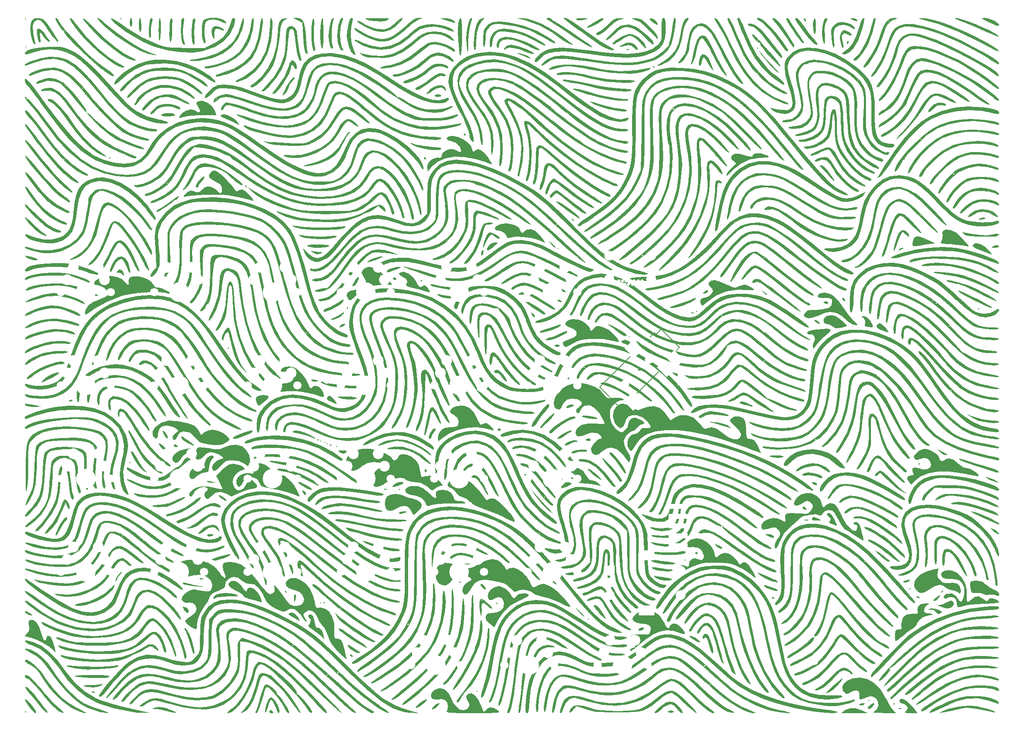
<source format=gbo>
G04 #@! TF.GenerationSoftware,KiCad,Pcbnew,(7.0.0)*
G04 #@! TF.CreationDate,2024-01-17T20:31:31+01:00*
G04 #@! TF.ProjectId,junon-kb,6a756e6f-6e2d-46b6-922e-6b696361645f,rev?*
G04 #@! TF.SameCoordinates,Original*
G04 #@! TF.FileFunction,Legend,Bot*
G04 #@! TF.FilePolarity,Positive*
%FSLAX46Y46*%
G04 Gerber Fmt 4.6, Leading zero omitted, Abs format (unit mm)*
G04 Created by KiCad (PCBNEW (7.0.0)) date 2024-01-17 20:31:31*
%MOMM*%
%LPD*%
G01*
G04 APERTURE LIST*
G04 Aperture macros list*
%AMRotRect*
0 Rectangle, with rotation*
0 The origin of the aperture is its center*
0 $1 length*
0 $2 width*
0 $3 Rotation angle, in degrees counterclockwise*
0 Add horizontal line*
21,1,$1,$2,0,0,$3*%
%AMOutline4P*
0 Free polygon, 4 corners , with rotation*
0 The origin of the aperture is its center*
0 number of corners: always 4*
0 $1 to $8 corner X, Y*
0 $9 Rotation angle, in degrees counterclockwise*
0 create outline with 4 corners*
4,1,4,$1,$2,$3,$4,$5,$6,$7,$8,$1,$2,$9*%
G04 Aperture macros list end*
%ADD10C,0.150000*%
%ADD11C,0.152400*%
%ADD12C,1.700000*%
%ADD13C,4.000000*%
%ADD14C,2.200000*%
%ADD15RotRect,2.794000X2.209800X135.000000*%
%ADD16RotRect,2.794000X2.794000X135.000000*%
%ADD17C,1.701800*%
%ADD18C,0.650000*%
%ADD19C,2.012000*%
%ADD20R,2.000000X2.000000*%
%ADD21C,2.000000*%
%ADD22R,3.200000X2.000000*%
%ADD23R,4.000000X1.000000*%
%ADD24Outline4P,-1.143000X-1.512000X1.143000X-0.012000X1.143000X0.012000X-1.143000X1.512000X0.000000*%
G04 APERTURE END LIST*
D10*
X190729546Y-61022716D02*
X190561188Y-61191075D01*
X190796890Y-61292090D02*
X190561188Y-61191075D01*
X190561188Y-61191075D02*
X190460172Y-60955373D01*
X190527516Y-61426777D02*
X190561188Y-61191075D01*
X190561188Y-61191075D02*
X190325485Y-61224747D01*
G36*
X157352837Y-65493151D02*
G01*
X157352291Y-65493099D01*
X157352470Y-65492708D01*
X157352837Y-65493151D01*
G37*
G36*
X259985106Y-48792473D02*
G01*
X259850000Y-48929032D01*
X259714893Y-48792473D01*
X259850000Y-48655914D01*
X259985106Y-48792473D01*
G37*
G36*
X247825532Y-80474194D02*
G01*
X247690425Y-80610753D01*
X247555319Y-80474194D01*
X247690425Y-80337635D01*
X247825532Y-80474194D01*
G37*
G36*
X237557446Y-128816129D02*
G01*
X237422340Y-128952688D01*
X237287234Y-128816129D01*
X237422340Y-128679570D01*
X237557446Y-128816129D01*
G37*
G36*
X214859574Y4465591D02*
G01*
X214724468Y4329032D01*
X214589361Y4465591D01*
X214724468Y4602150D01*
X214859574Y4465591D01*
G37*
G36*
X202429787Y-49338710D02*
G01*
X202294680Y-49475269D01*
X202159574Y-49338710D01*
X202294680Y-49202151D01*
X202429787Y-49338710D01*
G37*
G36*
X199997872Y-100138710D02*
G01*
X199862766Y-100275269D01*
X199727659Y-100138710D01*
X199862766Y-100002151D01*
X199997872Y-100138710D01*
G37*
G36*
X188648936Y-54527957D02*
G01*
X188513829Y-54664516D01*
X188378723Y-54527957D01*
X188513829Y-54391398D01*
X188648936Y-54527957D01*
G37*
G36*
X180272340Y-112155914D02*
G01*
X180137234Y-112292473D01*
X180002127Y-112155914D01*
X180137234Y-112019355D01*
X180272340Y-112155914D01*
G37*
G36*
X174057446Y-36502151D02*
G01*
X173922340Y-36638710D01*
X173787234Y-36502151D01*
X173922340Y-36365592D01*
X174057446Y-36502151D01*
G37*
G36*
X157574468Y-126904301D02*
G01*
X157439361Y-127040860D01*
X157304255Y-126904301D01*
X157439361Y-126767742D01*
X157574468Y-126904301D01*
G37*
G36*
X146225532Y-43056989D02*
G01*
X146090425Y-43193549D01*
X145955319Y-43056989D01*
X146090425Y-42920430D01*
X146225532Y-43056989D01*
G37*
G36*
X128931915Y-76923656D02*
G01*
X128796808Y-77060215D01*
X128661702Y-76923656D01*
X128796808Y-76787097D01*
X128931915Y-76923656D01*
G37*
G36*
X127040425Y-76377420D02*
G01*
X126905319Y-76513979D01*
X126770212Y-76377420D01*
X126905319Y-76240860D01*
X127040425Y-76377420D01*
G37*
G36*
X126500000Y-76104301D02*
G01*
X126364893Y-76240860D01*
X126229787Y-76104301D01*
X126364893Y-75967742D01*
X126500000Y-76104301D01*
G37*
G36*
X125689361Y-75831183D02*
G01*
X125554255Y-75967742D01*
X125419149Y-75831183D01*
X125554255Y-75694624D01*
X125689361Y-75831183D01*
G37*
G36*
X125689361Y-108878495D02*
G01*
X125554255Y-109015054D01*
X125419149Y-108878495D01*
X125554255Y-108741936D01*
X125689361Y-108878495D01*
G37*
G36*
X125148936Y-75558065D02*
G01*
X125013829Y-75694624D01*
X124878723Y-75558065D01*
X125013829Y-75421506D01*
X125148936Y-75558065D01*
G37*
G36*
X86778723Y-80201075D02*
G01*
X86643617Y-80337635D01*
X86508510Y-80201075D01*
X86643617Y-80064516D01*
X86778723Y-80201075D01*
G37*
G36*
X84887234Y10474193D02*
G01*
X84752127Y10337634D01*
X84617021Y10474193D01*
X84752127Y10610752D01*
X84887234Y10474193D01*
G37*
G36*
X65431915Y10474193D02*
G01*
X65296808Y10337634D01*
X65161702Y10474193D01*
X65296808Y10610752D01*
X65431915Y10474193D01*
G37*
G36*
X65431915Y4738709D02*
G01*
X65296808Y4602150D01*
X65161702Y4738709D01*
X65296808Y4875269D01*
X65431915Y4738709D01*
G37*
G36*
X245934042Y-106010753D02*
G01*
X245914542Y-106155341D01*
X245753900Y-106192832D01*
X245721561Y-106152802D01*
X245753900Y-105828674D01*
X245835176Y-105785946D01*
X245934042Y-106010753D01*
G37*
G36*
X244110106Y-130410517D02*
G01*
X244155942Y-130505353D01*
X243772340Y-130548274D01*
X243400629Y-130510203D01*
X243434574Y-130410517D01*
X243556887Y-130374444D01*
X244110106Y-130410517D01*
G37*
G36*
X242691489Y-129498925D02*
G01*
X242671988Y-129643513D01*
X242511347Y-129681004D01*
X242479008Y-129640974D01*
X242511347Y-129316846D01*
X242592622Y-129274118D01*
X242691489Y-129498925D01*
G37*
G36*
X201669813Y-49561816D02*
G01*
X201794886Y-49660124D01*
X201506560Y-49726825D01*
X201232493Y-49707514D01*
X201151906Y-49583378D01*
X201247503Y-49529257D01*
X201669813Y-49561816D01*
G37*
G36*
X193692907Y687455D02*
G01*
X193735181Y605306D01*
X193512766Y505376D01*
X193369716Y525087D01*
X193332624Y687455D01*
X193372228Y720142D01*
X193692907Y687455D01*
G37*
G36*
X188429388Y4242485D02*
G01*
X188554461Y4144177D01*
X188266134Y4077476D01*
X187992068Y4096787D01*
X187911480Y4220923D01*
X188007078Y4275044D01*
X188429388Y4242485D01*
G37*
G36*
X161627659Y-109015054D02*
G01*
X161608159Y-109159642D01*
X161447517Y-109197133D01*
X161415178Y-109157103D01*
X161447517Y-108832975D01*
X161528793Y-108790247D01*
X161627659Y-109015054D01*
G37*
G36*
X141812056Y-85617921D02*
G01*
X141854330Y-85700070D01*
X141631915Y-85800000D01*
X141488865Y-85780290D01*
X141451773Y-85617921D01*
X141491377Y-85585234D01*
X141812056Y-85617921D01*
G37*
G36*
X138980452Y-85613429D02*
G01*
X139105524Y-85711737D01*
X138817198Y-85778438D01*
X138543132Y-85759127D01*
X138462544Y-85634991D01*
X138558142Y-85580870D01*
X138980452Y-85613429D01*
G37*
G36*
X131093617Y-48655914D02*
G01*
X131074116Y-48800502D01*
X130913475Y-48837993D01*
X130881136Y-48797963D01*
X130913475Y-48473835D01*
X130994750Y-48431107D01*
X131093617Y-48655914D01*
G37*
G36*
X127760993Y-76605018D02*
G01*
X127803266Y-76687167D01*
X127580851Y-76787097D01*
X127437801Y-76767387D01*
X127400709Y-76605018D01*
X127440313Y-76572331D01*
X127760993Y-76605018D01*
G37*
G36*
X126409929Y-108832975D02*
G01*
X126452203Y-108915124D01*
X126229787Y-109015054D01*
X126086737Y-108995344D01*
X126049645Y-108832975D01*
X126089249Y-108800288D01*
X126409929Y-108832975D01*
G37*
G36*
X106774468Y-56849463D02*
G01*
X106754967Y-56994051D01*
X106594326Y-57031541D01*
X106561987Y-56991511D01*
X106594326Y-56667384D01*
X106675601Y-56624655D01*
X106774468Y-56849463D01*
G37*
G36*
X82635461Y-17884588D02*
G01*
X82677735Y-17966737D01*
X82455319Y-18066667D01*
X82312269Y-18046956D01*
X82275177Y-17884588D01*
X82314781Y-17851901D01*
X82635461Y-17884588D01*
G37*
G36*
X65431915Y-131137635D02*
G01*
X65412414Y-131282223D01*
X65251773Y-131319713D01*
X65219433Y-131279683D01*
X65251773Y-130955556D01*
X65333048Y-130912827D01*
X65431915Y-131137635D01*
G37*
G36*
X252580058Y-106514790D02*
G01*
X252544159Y-106570388D01*
X252277172Y-106821922D01*
X252148936Y-106709667D01*
X252173090Y-106648236D01*
X252460899Y-106394350D01*
X252611906Y-106327897D01*
X252580058Y-106514790D01*
G37*
G36*
X247406178Y-107545252D02*
G01*
X247613576Y-107639834D01*
X247825532Y-107815242D01*
X247750641Y-107916991D01*
X247440923Y-107878996D01*
X247151913Y-107652591D01*
X247127244Y-107526165D01*
X247406178Y-107545252D01*
G37*
G36*
X202562169Y-98632104D02*
G01*
X202588934Y-98775302D01*
X202310628Y-98909678D01*
X202174200Y-98904335D01*
X201901304Y-98775321D01*
X202140903Y-98511664D01*
X202238334Y-98474550D01*
X202562169Y-98632104D01*
G37*
G36*
X176880646Y-83237726D02*
G01*
X177088044Y-83332307D01*
X177300000Y-83507715D01*
X177225109Y-83609465D01*
X176915391Y-83571469D01*
X176626381Y-83345064D01*
X176601712Y-83218638D01*
X176880646Y-83237726D01*
G37*
G36*
X154153216Y-104077870D02*
G01*
X154156097Y-104517349D01*
X154012770Y-104817173D01*
X153851495Y-104848035D01*
X153791489Y-104355925D01*
X153846284Y-104044902D01*
X154049900Y-103954994D01*
X154153216Y-104077870D01*
G37*
G36*
X147125851Y-81644442D02*
G01*
X147159737Y-81995216D01*
X147088982Y-82099984D01*
X146855008Y-82218276D01*
X146765957Y-81823667D01*
X146805589Y-81628759D01*
X147040578Y-81569420D01*
X147125851Y-81644442D01*
G37*
G36*
X120452664Y-107181546D02*
G01*
X120507008Y-107513271D01*
X120400170Y-108114700D01*
X120180118Y-108878495D01*
X120077174Y-108102450D01*
X120055556Y-107490094D01*
X120188936Y-107115507D01*
X120452664Y-107181546D01*
G37*
G36*
X79063625Y-126936650D02*
G01*
X79271022Y-127031232D01*
X79482978Y-127206640D01*
X79408088Y-127308389D01*
X79098370Y-127270394D01*
X78809359Y-127043989D01*
X78784691Y-126917562D01*
X79063625Y-126936650D01*
G37*
G36*
X261201063Y-30356989D02*
G01*
X260904694Y-30533747D01*
X260306925Y-30610912D01*
X259942853Y-30594125D01*
X259795181Y-30525876D01*
X260120212Y-30356989D01*
X260769089Y-30141488D01*
X261174316Y-30138703D01*
X261201063Y-30356989D01*
G37*
G36*
X244364504Y-36390793D02*
G01*
X244517168Y-36458287D01*
X244177659Y-36638710D01*
X243686298Y-36843608D01*
X243531351Y-36850182D01*
X243637234Y-36638710D01*
X243773724Y-36510059D01*
X244261160Y-36384788D01*
X244364504Y-36390793D01*
G37*
G36*
X236571120Y-129416045D02*
G01*
X236459202Y-129656667D01*
X236266060Y-129811868D01*
X235781307Y-129863147D01*
X235460910Y-129706912D01*
X235517143Y-129570420D01*
X236073639Y-129431622D01*
X236259794Y-129399134D01*
X236571120Y-129416045D01*
G37*
G36*
X233337375Y5909747D02*
G01*
X233331758Y5558064D01*
X233244261Y5361954D01*
X233070026Y5148387D01*
X233021642Y5193668D01*
X232963829Y5558064D01*
X232993315Y5746397D01*
X233225562Y5967742D01*
X233337375Y5909747D01*
G37*
G36*
X234712248Y-130415655D02*
G01*
X235974215Y-130858518D01*
X237152127Y-131398756D01*
X234450000Y-131402955D01*
X231747872Y-131407154D01*
X232558510Y-130864516D01*
X232705532Y-130770322D01*
X233667967Y-130386176D01*
X234712248Y-130415655D01*
G37*
G36*
X232300992Y-46578621D02*
G01*
X232631693Y-46965995D01*
X232654814Y-47056343D01*
X232565724Y-47279285D01*
X232297354Y-47200961D01*
X232046811Y-46857824D01*
X232000221Y-46618824D01*
X232203672Y-46533496D01*
X232300992Y-46578621D01*
G37*
G36*
X228953853Y-47343682D02*
G01*
X229180851Y-47563441D01*
X229140714Y-47683853D01*
X228791479Y-47836559D01*
X228626071Y-47814744D01*
X228235106Y-47563441D01*
X228250850Y-47395462D01*
X228624478Y-47290323D01*
X228953853Y-47343682D01*
G37*
G36*
X226462283Y-84292576D02*
G01*
X226780395Y-84461483D01*
X226871567Y-84727929D01*
X226678142Y-84830586D01*
X226168969Y-84686138D01*
X226086009Y-84639157D01*
X225764745Y-84345008D01*
X225910776Y-84201832D01*
X226462283Y-84292576D01*
G37*
G36*
X225054963Y-91892452D02*
G01*
X225101423Y-91905967D01*
X225141428Y-91989094D01*
X224722340Y-92028477D01*
X224658349Y-92028852D01*
X224235343Y-91992233D01*
X224244325Y-91902572D01*
X224466356Y-91852469D01*
X225054963Y-91892452D01*
G37*
G36*
X224445822Y10564601D02*
G01*
X224587234Y10201075D01*
X224575496Y10014421D01*
X224481037Y9791398D01*
X224411098Y9841716D01*
X224219305Y10201075D01*
X224176826Y10410555D01*
X224325501Y10610752D01*
X224445822Y10564601D01*
G37*
G36*
X224589703Y-89490104D02*
G01*
X224613132Y-89518898D01*
X224774680Y-89822703D01*
X224501161Y-89896774D01*
X224119949Y-89801647D01*
X223877317Y-89522636D01*
X224011784Y-89235858D01*
X224207183Y-89221013D01*
X224589703Y-89490104D01*
G37*
G36*
X217894401Y-107659958D02*
G01*
X218102127Y-107922581D01*
X218099029Y-107984390D01*
X217982968Y-108195699D01*
X217939623Y-108183131D01*
X217696808Y-107922581D01*
X217654587Y-107816785D01*
X217815967Y-107649463D01*
X217894401Y-107659958D01*
G37*
G36*
X189189361Y-68047312D02*
G01*
X189522651Y-68256855D01*
X189729787Y-68476208D01*
X189607144Y-68496244D01*
X189189361Y-68320430D01*
X188856072Y-68110887D01*
X188648936Y-67891534D01*
X188771579Y-67871499D01*
X189189361Y-68047312D01*
G37*
G36*
X180625837Y-75440228D02*
G01*
X180675838Y-75697602D01*
X180483620Y-75798682D01*
X179979016Y-75767651D01*
X179634025Y-75612512D01*
X179752121Y-75408883D01*
X179824178Y-75370365D01*
X180265959Y-75307397D01*
X180625837Y-75440228D01*
G37*
G36*
X176910295Y-30369279D02*
G01*
X177164893Y-30630108D01*
X177215224Y-30726806D01*
X177196788Y-30903226D01*
X177149279Y-30890936D01*
X176894680Y-30630108D01*
X176844350Y-30533410D01*
X176862786Y-30356989D01*
X176910295Y-30369279D01*
G37*
G36*
X174103330Y-56129847D02*
G01*
X174327659Y-56320200D01*
X174226429Y-56469006D01*
X173787234Y-56576344D01*
X173473602Y-56536165D01*
X173246808Y-56361347D01*
X173347253Y-56229233D01*
X173787234Y-56105202D01*
X174103330Y-56129847D01*
G37*
G36*
X168889805Y-49790562D02*
G01*
X169202756Y-50058149D01*
X169295298Y-50349289D01*
X169176076Y-50504329D01*
X168953006Y-50485332D01*
X168646578Y-50009016D01*
X168516654Y-49751625D01*
X168514633Y-49585639D01*
X168889805Y-49790562D01*
G37*
G36*
X162241934Y-73275861D02*
G01*
X162303191Y-73509678D01*
X162247884Y-73584267D01*
X161881925Y-73782796D01*
X161821598Y-73774978D01*
X161627659Y-73509678D01*
X161679217Y-73379154D01*
X162048925Y-73236559D01*
X162241934Y-73275861D01*
G37*
G36*
X158758776Y-36959074D02*
G01*
X158733542Y-37458337D01*
X158697431Y-37583788D01*
X158474895Y-37973912D01*
X158306566Y-37874033D01*
X158318369Y-37324689D01*
X158460042Y-36903840D01*
X158660850Y-36778724D01*
X158758776Y-36959074D01*
G37*
G36*
X158480186Y-105040131D02*
G01*
X158912113Y-105387039D01*
X159225451Y-105827994D01*
X159262038Y-106125825D01*
X158990823Y-106092142D01*
X158550236Y-105752808D01*
X158228768Y-105319316D01*
X158200312Y-105014022D01*
X158480186Y-105040131D01*
G37*
G36*
X155885638Y-100906356D02*
G01*
X155962305Y-100931890D01*
X155904368Y-101002785D01*
X155412766Y-101031260D01*
X155229431Y-101028618D01*
X154855796Y-100985519D01*
X154939893Y-100906356D01*
X155200317Y-100863881D01*
X155885638Y-100906356D01*
G37*
G36*
X154934826Y-12887915D02*
G01*
X155142553Y-13150538D01*
X155139455Y-13212347D01*
X155023394Y-13423656D01*
X154980049Y-13411088D01*
X154737234Y-13150538D01*
X154695012Y-13044742D01*
X154856393Y-12877420D01*
X154934826Y-12887915D01*
G37*
G36*
X146828443Y-17804044D02*
G01*
X147036170Y-18066667D01*
X147033072Y-18128476D01*
X146917011Y-18339785D01*
X146873666Y-18327217D01*
X146630851Y-18066667D01*
X146588629Y-17960871D01*
X146750010Y-17793549D01*
X146828443Y-17804044D01*
G37*
G36*
X140610927Y-42384612D02*
G01*
X140956383Y-42647312D01*
X140981803Y-42788025D01*
X140702117Y-42920430D01*
X140500794Y-42887004D01*
X140280851Y-42647312D01*
X140288129Y-42582513D01*
X140535116Y-42374194D01*
X140610927Y-42384612D01*
G37*
G36*
X131681407Y-119403745D02*
G01*
X132039361Y-119666667D01*
X132082649Y-119771509D01*
X131936149Y-119939785D01*
X131856890Y-119929589D01*
X131498936Y-119666667D01*
X131455648Y-119561825D01*
X131602148Y-119393549D01*
X131681407Y-119403745D01*
G37*
G36*
X130543962Y-51986980D02*
G01*
X130175192Y-52356593D01*
X129796957Y-52556108D01*
X129396026Y-52568457D01*
X129392475Y-52354251D01*
X129773193Y-52053318D01*
X130025111Y-51930878D01*
X130468869Y-51826164D01*
X130543962Y-51986980D01*
G37*
G36*
X122163710Y-86066148D02*
G01*
X122492827Y-86326192D01*
X122573536Y-86633058D01*
X122425354Y-86826621D01*
X122200990Y-86804951D01*
X121895436Y-86325563D01*
X121761524Y-86058369D01*
X121767842Y-85885948D01*
X122163710Y-86066148D01*
G37*
G36*
X118274125Y-106296161D02*
G01*
X118528723Y-106556989D01*
X118579053Y-106653688D01*
X118560617Y-106830108D01*
X118513109Y-106817818D01*
X118258510Y-106556989D01*
X118208180Y-106460291D01*
X118226616Y-106283871D01*
X118274125Y-106296161D01*
G37*
G36*
X115587939Y-130890987D02*
G01*
X115783704Y-131070584D01*
X115961702Y-131307636D01*
X115865003Y-131366739D01*
X115429757Y-131410753D01*
X115092685Y-131335357D01*
X115055994Y-130994105D01*
X115241223Y-130736270D01*
X115587939Y-130890987D01*
G37*
G36*
X110167742Y-23541322D02*
G01*
X110422340Y-23802151D01*
X110472670Y-23898849D01*
X110454234Y-24075269D01*
X110406726Y-24062979D01*
X110152127Y-23802151D01*
X110101797Y-23705453D01*
X110120233Y-23529032D01*
X110167742Y-23541322D01*
G37*
G36*
X102315957Y-83934593D02*
G01*
X102791495Y-83985974D01*
X103531915Y-84161291D01*
X104207446Y-84379960D01*
X103531915Y-84387988D01*
X103027113Y-84346990D01*
X102315957Y-84161291D01*
X101775532Y-83926565D01*
X102315957Y-83934593D01*
G37*
G36*
X101567729Y-103909656D02*
G01*
X101614189Y-103923171D01*
X101654194Y-104006298D01*
X101235106Y-104045681D01*
X101171115Y-104046056D01*
X100748109Y-104009437D01*
X100757091Y-103919777D01*
X100979122Y-103869673D01*
X101567729Y-103909656D01*
G37*
G36*
X95981472Y-76538538D02*
G01*
X96371276Y-76787097D01*
X96400120Y-76923617D01*
X96132958Y-77060215D01*
X95950442Y-77035656D01*
X95560638Y-76787097D01*
X95531794Y-76650577D01*
X95798956Y-76513979D01*
X95981472Y-76538538D01*
G37*
G36*
X74889361Y-67509647D02*
G01*
X74843700Y-67631262D01*
X74484042Y-67774194D01*
X74299374Y-67762330D01*
X74078723Y-67666855D01*
X74128506Y-67596164D01*
X74484042Y-67402309D01*
X74691293Y-67359373D01*
X74889361Y-67509647D01*
G37*
G36*
X252419149Y-78013500D02*
G01*
X252599217Y-78106025D01*
X253185018Y-78419657D01*
X253477482Y-78597100D01*
X253436136Y-78658007D01*
X253046489Y-78698925D01*
X252551811Y-78549179D01*
X251988156Y-78115325D01*
X251473404Y-77531724D01*
X252419149Y-78013500D01*
G37*
G36*
X245775783Y-104196529D02*
G01*
X245787230Y-104353694D01*
X245393617Y-104581939D01*
X244882755Y-104724606D01*
X244469227Y-104704675D01*
X244439918Y-104681875D01*
X244514278Y-104500737D01*
X244892513Y-104308594D01*
X245378418Y-104181755D01*
X245775783Y-104196529D01*
G37*
G36*
X234893937Y10419065D02*
G01*
X235125532Y10087295D01*
X235124550Y10072454D01*
X234874514Y9978138D01*
X234247340Y10136527D01*
X233932917Y10258661D01*
X233654498Y10441324D01*
X233857805Y10555096D01*
X234338839Y10583478D01*
X234893937Y10419065D01*
G37*
G36*
X226793969Y-51179315D02*
G01*
X227289361Y-51523656D01*
X227396883Y-51671527D01*
X227427267Y-51904871D01*
X227127555Y-51858896D01*
X226597922Y-51532342D01*
X226423717Y-51394526D01*
X226253322Y-51179174D01*
X226513190Y-51122665D01*
X226793969Y-51179315D01*
G37*
G36*
X226392566Y-91347263D02*
G01*
X227019149Y-91672043D01*
X227694680Y-92062364D01*
X226689863Y-92072043D01*
X226242234Y-92060649D01*
X225854091Y-91946371D01*
X225840581Y-91672043D01*
X225865012Y-91609764D01*
X226059632Y-91326503D01*
X226392566Y-91347263D01*
G37*
G36*
X217255890Y-94870849D02*
G01*
X217861485Y-95078944D01*
X218102127Y-95388361D01*
X217967817Y-95589427D01*
X217486567Y-95555870D01*
X216751063Y-95222581D01*
X216341027Y-94973557D01*
X216283070Y-94850177D01*
X216661410Y-94822581D01*
X217255890Y-94870849D01*
G37*
G36*
X216075532Y-45369491D02*
G01*
X216447022Y-45643477D01*
X216728546Y-45847448D01*
X216749392Y-45871047D01*
X216558972Y-45924731D01*
X216317715Y-45830231D01*
X215905958Y-45446774D01*
X215725525Y-45207683D01*
X215708049Y-45112603D01*
X216075532Y-45369491D01*
G37*
G36*
X204591489Y-45208494D02*
G01*
X204490992Y-45480037D01*
X204006028Y-45651613D01*
X203665859Y-45634658D01*
X203533156Y-45574329D01*
X203693927Y-45455800D01*
X204118617Y-45131210D01*
X204250087Y-45032680D01*
X204529030Y-44917892D01*
X204591489Y-45208494D01*
G37*
G36*
X191220907Y-113932353D02*
G01*
X191522538Y-114020647D01*
X191364393Y-114324626D01*
X191131522Y-114511881D01*
X190657327Y-114569126D01*
X190598508Y-114543747D01*
X190393617Y-114290130D01*
X190602852Y-114042594D01*
X191129884Y-113931183D01*
X191220907Y-113932353D01*
G37*
G36*
X177216708Y-68418322D02*
G01*
X177154967Y-68597884D01*
X176731251Y-68843488D01*
X176127689Y-69062584D01*
X175771469Y-69089113D01*
X175678723Y-68871870D01*
X175829547Y-68671768D01*
X176302518Y-68454544D01*
X176850860Y-68344714D01*
X177216708Y-68418322D01*
G37*
G36*
X161762766Y-35295318D02*
G01*
X160827228Y-36103573D01*
X160464004Y-36402940D01*
X159819659Y-36827070D01*
X159485483Y-36875810D01*
X159496216Y-36557411D01*
X159886598Y-35880126D01*
X160243831Y-35524354D01*
X161035003Y-35284218D01*
X161762766Y-35295318D01*
G37*
G36*
X103381563Y-94826922D02*
G01*
X103687163Y-94905516D01*
X103531915Y-95086022D01*
X103392389Y-95169747D01*
X102749761Y-95341300D01*
X102315957Y-95086022D01*
X102304048Y-95062046D01*
X102464428Y-94883130D01*
X103043095Y-94817086D01*
X103381563Y-94826922D01*
G37*
G36*
X65491258Y-110585797D02*
G01*
X66118431Y-110936739D01*
X66600736Y-111280988D01*
X66670519Y-111436385D01*
X66343192Y-111471319D01*
X65966809Y-111402034D01*
X65426495Y-111056841D01*
X65270675Y-110846780D01*
X65191815Y-110558737D01*
X65491258Y-110585797D01*
G37*
G36*
X65857228Y-68253715D02*
G01*
X66918085Y-68452785D01*
X68539361Y-68810694D01*
X67188297Y-68834498D01*
X66732124Y-68828574D01*
X65931777Y-68748753D01*
X65439740Y-68604217D01*
X65148624Y-68361063D01*
X65261493Y-68223747D01*
X65857228Y-68253715D01*
G37*
G36*
X263824806Y-35866639D02*
G01*
X264038297Y-36092473D01*
X264035770Y-36113208D01*
X263757761Y-36290803D01*
X263160106Y-36361409D01*
X262832543Y-36351981D01*
X262529292Y-36273821D01*
X262687234Y-36092473D01*
X262760645Y-36047714D01*
X263327391Y-35851719D01*
X263824806Y-35866639D01*
G37*
G36*
X238570473Y-129539482D02*
G01*
X238234478Y-130043487D01*
X237955233Y-130332303D01*
X237541040Y-130575659D01*
X237206326Y-130418581D01*
X237196004Y-130405135D01*
X237297694Y-130120804D01*
X237715946Y-129704649D01*
X238087914Y-129449012D01*
X238496481Y-129324898D01*
X238570473Y-129539482D01*
G37*
G36*
X197317242Y-130899561D02*
G01*
X197673230Y-131092115D01*
X197675719Y-131096414D01*
X197536310Y-131254270D01*
X197025532Y-131319713D01*
X197010693Y-131319673D01*
X196506673Y-131251430D01*
X196377833Y-131092115D01*
X196530102Y-130971147D01*
X197025532Y-130864516D01*
X197317242Y-130899561D01*
G37*
G36*
X193598829Y10327542D02*
G01*
X194104930Y9850004D01*
X194323404Y9327747D01*
X194302488Y9241816D01*
X194008530Y9271190D01*
X193373616Y9711475D01*
X192947811Y10077497D01*
X192695239Y10415297D01*
X192853295Y10566413D01*
X193029083Y10571642D01*
X193598829Y10327542D01*
G37*
G36*
X179452525Y10564848D02*
G01*
X179953674Y10526877D01*
X179986207Y10457145D01*
X179596808Y10337634D01*
X178687909Y10143008D01*
X178033842Y10129014D01*
X177705319Y10337634D01*
X177717563Y10436616D01*
X178123160Y10552968D01*
X178972882Y10578439D01*
X179452525Y10564848D01*
G37*
G36*
X176644869Y-84403770D02*
G01*
X176794252Y-84525784D01*
X176555085Y-84722300D01*
X175879935Y-85078166D01*
X175136493Y-85392831D01*
X174695844Y-85430851D01*
X174658090Y-85180832D01*
X175062513Y-84662741D01*
X175570548Y-84311528D01*
X176308922Y-84310754D01*
X176644869Y-84403770D01*
G37*
G36*
X149761369Y-4998284D02*
G01*
X150143617Y-5230108D01*
X150150785Y-5243107D01*
X150017351Y-5430499D01*
X149468085Y-5503226D01*
X149428139Y-5502973D01*
X148899219Y-5422575D01*
X148792553Y-5230108D01*
X148957464Y-5086154D01*
X149468085Y-4956989D01*
X149761369Y-4998284D01*
G37*
G36*
X142970591Y-90210060D02*
G01*
X143136117Y-90283014D01*
X142847872Y-90443011D01*
X142574417Y-90547412D01*
X141963095Y-90681401D01*
X141551520Y-90646601D01*
X141496808Y-90443011D01*
X141501877Y-90435289D01*
X141877708Y-90253402D01*
X142526053Y-90189089D01*
X142970591Y-90210060D01*
G37*
G36*
X130480790Y-77753072D02*
G01*
X130827222Y-77860625D01*
X130765941Y-78084409D01*
X130630601Y-78225398D01*
X130072091Y-78403067D01*
X129364765Y-78070250D01*
X129314514Y-78032592D01*
X129117417Y-77827224D01*
X129308846Y-77740304D01*
X129964274Y-77728852D01*
X130480790Y-77753072D01*
G37*
G36*
X124720594Y-63392170D02*
G01*
X125126418Y-63579282D01*
X125132526Y-63586773D01*
X124935286Y-63651038D01*
X124383333Y-63677420D01*
X124335734Y-63676991D01*
X123763431Y-63590462D01*
X123527659Y-63399098D01*
X123689321Y-63291180D01*
X124163226Y-63287308D01*
X124720594Y-63392170D01*
G37*
G36*
X97838755Y-109750332D02*
G01*
X98229446Y-109953598D01*
X98561323Y-110441834D01*
X98512312Y-110960680D01*
X98501628Y-110975289D01*
X98234705Y-110938135D01*
X97835904Y-110551556D01*
X97697590Y-110371222D01*
X97373820Y-109874466D01*
X97420794Y-109690236D01*
X97838755Y-109750332D01*
G37*
G36*
X93804255Y-74055914D02*
G01*
X94175265Y-74653986D01*
X94332664Y-75148387D01*
X94331167Y-75188309D01*
X94185181Y-75274876D01*
X93804255Y-74875269D01*
X93433245Y-74277197D01*
X93275846Y-73782796D01*
X93277343Y-73742874D01*
X93423329Y-73656307D01*
X93804255Y-74055914D01*
G37*
G36*
X263073773Y-93902941D02*
G01*
X263261076Y-94000417D01*
X263815305Y-94397199D01*
X264038297Y-94745527D01*
X264019018Y-94857562D01*
X263786390Y-94884307D01*
X263235831Y-94545666D01*
X263220027Y-94534276D01*
X262550199Y-94005681D01*
X262297492Y-93704212D01*
X262469489Y-93659941D01*
X263073773Y-93902941D01*
G37*
G36*
X251940892Y-107534396D02*
G01*
X251533352Y-108127420D01*
X251498579Y-108167762D01*
X251130401Y-108395624D01*
X250721150Y-108489386D01*
X250527659Y-108383620D01*
X250544918Y-108353645D01*
X250837362Y-108086517D01*
X251376869Y-107663825D01*
X251612219Y-107495660D01*
X251966791Y-107322653D01*
X251940892Y-107534396D01*
G37*
G36*
X206743409Y-97129296D02*
G01*
X206826952Y-97173634D01*
X207350033Y-97488924D01*
X207563829Y-97687659D01*
X207471049Y-97829719D01*
X207099342Y-97817226D01*
X206630175Y-97604383D01*
X206267982Y-97258841D01*
X206220755Y-97182169D01*
X206058714Y-96871220D01*
X206204566Y-96861325D01*
X206743409Y-97129296D01*
G37*
G36*
X177776716Y-109943985D02*
G01*
X178205803Y-110355988D01*
X178798884Y-110969073D01*
X179236863Y-111462972D01*
X179423353Y-111745227D01*
X179268978Y-111701468D01*
X178913941Y-111410326D01*
X178427084Y-110925168D01*
X177971285Y-110409993D01*
X177666046Y-110001005D01*
X177630868Y-109834409D01*
X177776716Y-109943985D01*
G37*
G36*
X151304586Y10574520D02*
G01*
X152124006Y10391361D01*
X152738680Y10072686D01*
X152980851Y9693009D01*
X152982466Y9610691D01*
X152936094Y9551218D01*
X152727735Y9589255D01*
X152241018Y9751466D01*
X151359574Y10064516D01*
X149873404Y10592920D01*
X150954255Y10593150D01*
X151304586Y10574520D01*
G37*
G36*
X149768272Y-129560063D02*
G01*
X149326745Y-130051737D01*
X149155442Y-130222322D01*
X148650855Y-130610758D01*
X148328282Y-130691131D01*
X148265253Y-130464284D01*
X148513197Y-130068126D01*
X148976561Y-129666950D01*
X149520701Y-129405882D01*
X149576906Y-129391403D01*
X149843667Y-129366565D01*
X149768272Y-129560063D01*
G37*
G36*
X132810008Y-46010904D02*
G01*
X132809277Y-46011607D01*
X132098953Y-46671429D01*
X131658381Y-46991243D01*
X131381229Y-47023187D01*
X131161170Y-46819400D01*
X130837184Y-46178811D01*
X130948502Y-45593581D01*
X131569526Y-45172003D01*
X132695263Y-44920256D01*
X134121081Y-44749574D01*
X132810008Y-46010904D01*
G37*
G36*
X123887525Y-37026091D02*
G01*
X124462622Y-37136328D01*
X125238589Y-37189129D01*
X125551097Y-37197995D01*
X125851112Y-37275520D01*
X125689361Y-37458065D01*
X125532106Y-37550428D01*
X124727166Y-37697542D01*
X123917071Y-37299210D01*
X123663787Y-37085182D01*
X123567718Y-36944833D01*
X123887525Y-37026091D01*
G37*
G36*
X105304226Y-87088653D02*
G01*
X105830493Y-87399538D01*
X106248454Y-87742262D01*
X106363606Y-87994011D01*
X106327775Y-88028199D01*
X105967078Y-87984149D01*
X105412350Y-87660382D01*
X105283790Y-87561774D01*
X104847754Y-87172647D01*
X104726084Y-86960015D01*
X104864157Y-86932426D01*
X105304226Y-87088653D01*
G37*
G36*
X86866585Y10600795D02*
G01*
X86996291Y10277113D01*
X87048936Y9638720D01*
X87047143Y9512168D01*
X86963028Y8950037D01*
X86775784Y8837319D01*
X86734851Y8872786D01*
X86594794Y9271829D01*
X86570471Y9855090D01*
X86653675Y10381690D01*
X86836199Y10610752D01*
X86866585Y10600795D01*
G37*
G36*
X65786984Y-38029648D02*
G01*
X66627420Y-38240910D01*
X67314724Y-38469274D01*
X67740758Y-38696416D01*
X67652583Y-38852063D01*
X67556714Y-38876888D01*
X66945952Y-38855680D01*
X66206833Y-38669141D01*
X65561625Y-38387933D01*
X65232598Y-38082718D01*
X65307726Y-37995661D01*
X65786984Y-38029648D01*
G37*
G36*
X261664392Y-83232490D02*
G01*
X262247978Y-83432527D01*
X262930412Y-83712130D01*
X263539535Y-84002055D01*
X263903191Y-84233060D01*
X263931787Y-84375214D01*
X263497872Y-84293947D01*
X262826604Y-84049790D01*
X262115453Y-83724032D01*
X261560207Y-83411405D01*
X261336170Y-83200574D01*
X261351809Y-83181264D01*
X261664392Y-83232490D01*
G37*
G36*
X219341078Y-78802592D02*
G01*
X219921768Y-78905993D01*
X220094014Y-79028807D01*
X220072730Y-79054245D01*
X219667858Y-79187077D01*
X218965866Y-79239902D01*
X218174185Y-79217287D01*
X217500243Y-79123799D01*
X217151469Y-78964007D01*
X217177205Y-78850240D01*
X217640605Y-78749760D01*
X218602930Y-78747653D01*
X219341078Y-78802592D01*
G37*
G36*
X206293550Y-71990755D02*
G01*
X206308478Y-71991880D01*
X207682255Y-72231546D01*
X208725465Y-72689551D01*
X208778834Y-72725535D01*
X209250719Y-73062226D01*
X209288264Y-73162481D01*
X208914893Y-73073814D01*
X208392247Y-72922300D01*
X207497508Y-72665118D01*
X206482978Y-72375018D01*
X204726595Y-71874130D01*
X206293550Y-71990755D01*
G37*
G36*
X201483910Y-115747030D02*
G01*
X202018830Y-115996843D01*
X202497340Y-116327323D01*
X202788669Y-116633251D01*
X202970212Y-116968603D01*
X202787406Y-116986766D01*
X202324670Y-116785539D01*
X201747138Y-116455165D01*
X201220117Y-116090465D01*
X200908915Y-115786258D01*
X200878033Y-115705089D01*
X201050877Y-115631805D01*
X201483910Y-115747030D01*
G37*
G36*
X188255797Y-55291460D02*
G01*
X189109712Y-55943391D01*
X189515042Y-56340540D01*
X189762208Y-56675402D01*
X189594680Y-56705090D01*
X188681272Y-56384772D01*
X187639194Y-55988755D01*
X187046756Y-55697779D01*
X186862409Y-55479925D01*
X187044599Y-55303280D01*
X187551778Y-55135927D01*
X187621240Y-55122323D01*
X188255797Y-55291460D01*
G37*
G36*
X179748364Y-70649022D02*
G01*
X180538192Y-70753445D01*
X181322685Y-70916415D01*
X181923883Y-71106217D01*
X182163829Y-71291138D01*
X181924642Y-71355641D01*
X181290330Y-71332324D01*
X180399290Y-71225395D01*
X179559292Y-71068697D01*
X178983979Y-70881335D01*
X178884232Y-70706690D01*
X179131159Y-70634859D01*
X179748364Y-70649022D01*
G37*
G36*
X172223195Y-35003294D02*
G01*
X172514285Y-35223445D01*
X172976595Y-35682796D01*
X173058732Y-35772423D01*
X173406027Y-36194103D01*
X173476118Y-36365592D01*
X173459783Y-36362298D01*
X173168693Y-36142147D01*
X172706383Y-35682796D01*
X172624246Y-35593169D01*
X172276951Y-35171489D01*
X172206860Y-35000000D01*
X172223195Y-35003294D01*
G37*
G36*
X142442553Y-84377929D02*
G01*
X142438028Y-84401422D01*
X142154149Y-84633721D01*
X141564361Y-84885761D01*
X140894376Y-85090776D01*
X140290609Y-85199732D01*
X140165238Y-85069240D01*
X140513446Y-84698441D01*
X140517713Y-84694861D01*
X141083839Y-84364061D01*
X141716017Y-84180592D01*
X142230253Y-84175025D01*
X142442553Y-84377929D01*
G37*
G36*
X133790066Y-82345796D02*
G01*
X134337635Y-82630689D01*
X134838067Y-83042876D01*
X135099068Y-83459808D01*
X135112714Y-83672989D01*
X134963962Y-83878350D01*
X134740367Y-83804492D01*
X134262640Y-83481099D01*
X133768419Y-83032397D01*
X133411168Y-82604007D01*
X133344355Y-82341548D01*
X133387656Y-82310744D01*
X133790066Y-82345796D01*
G37*
G36*
X127926337Y-66931853D02*
G01*
X128494558Y-67626544D01*
X128724990Y-68006610D01*
X128785610Y-68268123D01*
X128484954Y-68218518D01*
X127770092Y-67876019D01*
X127211698Y-67587611D01*
X126877066Y-67368432D01*
X126818274Y-67170458D01*
X126925969Y-66862372D01*
X127019947Y-66702290D01*
X127404675Y-66609093D01*
X127926337Y-66931853D01*
G37*
G36*
X92856955Y-76406708D02*
G01*
X93407328Y-76826461D01*
X93980987Y-77394460D01*
X94432114Y-77966828D01*
X94614893Y-78399690D01*
X94489643Y-78476000D01*
X94063835Y-78209756D01*
X93390347Y-77597931D01*
X92828862Y-76988987D01*
X92486378Y-76504540D01*
X92468009Y-76281388D01*
X92475684Y-76279074D01*
X92856955Y-76406708D01*
G37*
G36*
X88782906Y10471571D02*
G01*
X88896451Y9920122D01*
X88940425Y9092483D01*
X88924128Y8504831D01*
X88832213Y7883662D01*
X88670212Y7743011D01*
X88579024Y7879523D01*
X88450473Y8446762D01*
X88400000Y9261280D01*
X88417541Y9738382D01*
X88515292Y10365285D01*
X88670212Y10610752D01*
X88782906Y10471571D01*
G37*
G36*
X84962258Y-102623502D02*
G01*
X84665806Y-103016443D01*
X84220053Y-103594277D01*
X83919907Y-104167654D01*
X83795453Y-104446750D01*
X83614297Y-104542050D01*
X83589551Y-104393091D01*
X83763270Y-103918844D01*
X84110034Y-103324541D01*
X84516132Y-102794306D01*
X84867852Y-102512265D01*
X84909824Y-102501045D01*
X84962258Y-102623502D01*
G37*
G36*
X84853044Y-40862438D02*
G01*
X85256035Y-41228708D01*
X85419066Y-41814301D01*
X85414221Y-41921508D01*
X85324591Y-42062226D01*
X85048078Y-41754933D01*
X84765857Y-41501197D01*
X84242969Y-41443945D01*
X83944021Y-41486398D01*
X83967334Y-41175571D01*
X84007080Y-41087015D01*
X84380067Y-40790279D01*
X84853044Y-40862438D01*
G37*
G36*
X248133755Y-34148983D02*
G01*
X249298261Y-34633058D01*
X250984502Y-35409678D01*
X249067251Y-35710707D01*
X247839629Y-35904139D01*
X247026140Y-36010434D01*
X246570698Y-36002287D01*
X246383393Y-35857701D01*
X246374317Y-35554678D01*
X246453562Y-35071220D01*
X246558668Y-34602217D01*
X246844267Y-34121193D01*
X247342526Y-33974238D01*
X248133755Y-34148983D01*
G37*
G36*
X226482993Y10481514D02*
G01*
X226579314Y9908638D01*
X226613829Y8861564D01*
X226591432Y8015168D01*
X226529463Y7410866D01*
X226441802Y7219838D01*
X226403296Y7252914D01*
X226212542Y7699495D01*
X226078636Y8435880D01*
X226029608Y9245455D01*
X226093488Y9911603D01*
X226148286Y10117187D01*
X226335705Y10558320D01*
X226482993Y10481514D01*
G37*
G36*
X211707768Y-67799056D02*
G01*
X212320981Y-67973200D01*
X213000692Y-68244211D01*
X213551679Y-68529229D01*
X213778723Y-68745392D01*
X213694733Y-68813754D01*
X213305851Y-68736092D01*
X212723396Y-68561191D01*
X211954787Y-68398018D01*
X211524190Y-68287113D01*
X211133529Y-68066311D01*
X211098462Y-67863261D01*
X211490593Y-67774194D01*
X211707768Y-67799056D01*
G37*
G36*
X193918085Y-103385467D02*
G01*
X194273535Y-103456280D01*
X195079430Y-103582213D01*
X196039787Y-103707971D01*
X196722938Y-103808352D01*
X197253246Y-103963572D01*
X197255744Y-104129692D01*
X196658002Y-104336234D01*
X195706889Y-104367648D01*
X194741979Y-104184432D01*
X194015573Y-103811371D01*
X193654157Y-103478654D01*
X193592352Y-103331755D01*
X193918085Y-103385467D01*
G37*
G36*
X180677659Y-81773197D02*
G01*
X180818355Y-81853039D01*
X181575791Y-82398971D01*
X182298936Y-83063173D01*
X182561473Y-83344337D01*
X182867984Y-83702332D01*
X182820030Y-83756243D01*
X182433537Y-83565513D01*
X181354525Y-82890812D01*
X180272340Y-81865860D01*
X180229170Y-81810345D01*
X180023098Y-81512996D01*
X180148361Y-81506154D01*
X180677659Y-81773197D01*
G37*
G36*
X177790044Y-75682461D02*
G01*
X177927762Y-75765927D01*
X178072228Y-75924058D01*
X177705319Y-75969115D01*
X177184254Y-76077188D01*
X176489361Y-76377420D01*
X176015500Y-76629840D01*
X175550593Y-76763030D01*
X175408510Y-76564564D01*
X175503634Y-76370415D01*
X175968204Y-76046033D01*
X176639530Y-75773096D01*
X177314510Y-75626829D01*
X177790044Y-75682461D01*
G37*
G36*
X150019540Y-45927929D02*
G01*
X150926796Y-46116549D01*
X151846610Y-46197850D01*
X151885646Y-46198004D01*
X152477047Y-46278380D01*
X152555850Y-46503155D01*
X152228455Y-46659925D01*
X151557328Y-46680128D01*
X150747719Y-46568498D01*
X149993200Y-46352912D01*
X149487342Y-46061247D01*
X149287101Y-45817852D01*
X149435832Y-45777255D01*
X150019540Y-45927929D01*
G37*
G36*
X147265483Y-128631530D02*
G01*
X147018108Y-129007045D01*
X146494017Y-129512591D01*
X146195551Y-129748315D01*
X145544116Y-130164045D01*
X145062505Y-130341957D01*
X144874468Y-130227431D01*
X144920392Y-130132459D01*
X145272000Y-129788218D01*
X145839104Y-129344406D01*
X146463865Y-128913129D01*
X146988447Y-128606493D01*
X147255011Y-128536607D01*
X147265483Y-128631530D01*
G37*
G36*
X138255392Y-38176151D02*
G01*
X137823487Y-38395342D01*
X136899676Y-38776511D01*
X136360071Y-38983595D01*
X135549057Y-39247979D01*
X135116769Y-39315893D01*
X135104146Y-39185013D01*
X135552127Y-38853014D01*
X135606743Y-38819846D01*
X136472094Y-38433608D01*
X137409544Y-38186499D01*
X137713655Y-38142495D01*
X138212934Y-38098635D01*
X138255392Y-38176151D01*
G37*
G36*
X133338888Y-42311093D02*
G01*
X133314907Y-42695515D01*
X133081222Y-43255674D01*
X132737351Y-43791575D01*
X132382813Y-44103225D01*
X132245592Y-44158048D01*
X131954519Y-44264460D01*
X131957998Y-44217551D01*
X132131769Y-43840240D01*
X132470973Y-43204655D01*
X132665577Y-42880948D01*
X133045793Y-42393106D01*
X133297910Y-42264240D01*
X133338888Y-42311093D01*
G37*
G36*
X120279443Y-111120311D02*
G01*
X120928600Y-111871705D01*
X120931478Y-111876145D01*
X121214455Y-112351800D01*
X121207855Y-112521498D01*
X120854670Y-112391986D01*
X120097892Y-111970011D01*
X119903791Y-111857657D01*
X119243917Y-111465368D01*
X118957751Y-111239605D01*
X118968037Y-111091226D01*
X119197521Y-110931089D01*
X119634879Y-110826015D01*
X120279443Y-111120311D01*
G37*
G36*
X106349601Y-9180058D02*
G01*
X107240443Y-9578559D01*
X108070691Y-10122270D01*
X108606798Y-10679639D01*
X108952957Y-11258468D01*
X107931266Y-10739312D01*
X107822999Y-10685235D01*
X106842754Y-10246611D01*
X105893788Y-9888067D01*
X105447281Y-9705139D01*
X105075785Y-9398545D01*
X105161054Y-9153779D01*
X105720329Y-9053764D01*
X106349601Y-9180058D01*
G37*
G36*
X95536986Y-8945823D02*
G01*
X95742215Y-9057548D01*
X95852724Y-9287221D01*
X95753232Y-9348710D01*
X95266914Y-9439683D01*
X94557615Y-9483723D01*
X93815513Y-9478952D01*
X93230787Y-9423492D01*
X92993617Y-9315463D01*
X93020812Y-9214511D01*
X93392800Y-8960629D01*
X94058155Y-8813491D01*
X94833881Y-8799690D01*
X95536986Y-8945823D01*
G37*
G36*
X259617884Y-35438402D02*
G01*
X260392910Y-35707010D01*
X261226380Y-36211207D01*
X262011702Y-36920325D01*
X262257118Y-37208662D01*
X262500291Y-37587483D01*
X262417021Y-37673943D01*
X261958526Y-37512619D01*
X260449545Y-36955028D01*
X259416702Y-36519536D01*
X258823649Y-36189566D01*
X258634042Y-35948539D01*
X258669521Y-35730617D01*
X259007891Y-35436048D01*
X259617884Y-35438402D01*
G37*
G36*
X252982831Y-6913560D02*
G01*
X253218413Y-7152825D01*
X252984146Y-7304084D01*
X252317669Y-7266851D01*
X251686432Y-7214923D01*
X251159961Y-7413079D01*
X250533907Y-7955118D01*
X249938098Y-8481638D01*
X249577510Y-8662543D01*
X249533377Y-8459229D01*
X249843709Y-7876048D01*
X250538164Y-7175086D01*
X251511005Y-6748348D01*
X252512712Y-6746124D01*
X252982831Y-6913560D01*
G37*
G36*
X239912579Y-51819322D02*
G01*
X240427413Y-52234645D01*
X240456195Y-52262043D01*
X240999555Y-52844032D01*
X241359628Y-53338657D01*
X241435327Y-53498523D01*
X241402891Y-53634828D01*
X241067950Y-53570413D01*
X240331861Y-53301736D01*
X239675595Y-53026437D01*
X239107500Y-52666897D01*
X239000358Y-52321356D01*
X239312751Y-51934238D01*
X239554858Y-51778183D01*
X239912579Y-51819322D01*
G37*
G36*
X238906550Y-98269316D02*
G01*
X239337025Y-98525429D01*
X239479510Y-98616852D01*
X240289799Y-99188641D01*
X241093408Y-99817919D01*
X241344246Y-100029508D01*
X241721674Y-100380165D01*
X241711292Y-100483730D01*
X241340425Y-100405160D01*
X240999721Y-100250073D01*
X240307208Y-99766021D01*
X239584042Y-99112670D01*
X239055857Y-98563841D01*
X238806539Y-98267170D01*
X238906550Y-98269316D01*
G37*
G36*
X216273292Y-105262063D02*
G01*
X216385647Y-105303564D01*
X217007148Y-105512015D01*
X217803789Y-105761385D01*
X218092202Y-105856840D01*
X218679216Y-106117685D01*
X218912766Y-106332306D01*
X218836664Y-106430247D01*
X218413433Y-106441480D01*
X217760809Y-106296313D01*
X217041880Y-106045999D01*
X216419732Y-105741793D01*
X216057453Y-105434950D01*
X215992742Y-105235961D01*
X216273292Y-105262063D01*
G37*
G36*
X166224913Y3380725D02*
G01*
X166883902Y3184195D01*
X167589982Y2907964D01*
X168153044Y2624153D01*
X168382978Y2404884D01*
X168335763Y2365944D01*
X167954332Y2445284D01*
X167315180Y2715108D01*
X167041382Y2843839D01*
X166351006Y3124603D01*
X165919081Y3236559D01*
X165800493Y3250746D01*
X165754505Y3402044D01*
X165803126Y3425431D01*
X166224913Y3380725D01*
G37*
G36*
X149000383Y-73263831D02*
G01*
X149015036Y-73465918D01*
X148677059Y-73956187D01*
X148653683Y-73986547D01*
X148273867Y-74589000D01*
X148117021Y-75048661D01*
X148092609Y-75203081D01*
X147846808Y-75421506D01*
X147638374Y-75334105D01*
X147634353Y-74885106D01*
X147988854Y-74042351D01*
X148012810Y-73996824D01*
X148418356Y-73458358D01*
X148819104Y-73236559D01*
X149000383Y-73263831D01*
G37*
G36*
X141896864Y-40228708D02*
G01*
X141787608Y-40377704D01*
X141226595Y-40633062D01*
X140994142Y-40723865D01*
X140242479Y-41035364D01*
X139740425Y-41269523D01*
X139390666Y-41387695D01*
X139059007Y-41305886D01*
X139070249Y-40999843D01*
X139108794Y-40954140D01*
X139555897Y-40708822D01*
X140286497Y-40461328D01*
X141092803Y-40272917D01*
X141767021Y-40204844D01*
X141896864Y-40228708D01*
G37*
G36*
X131268665Y-117489147D02*
G01*
X131630040Y-117678967D01*
X132205575Y-118040573D01*
X132826110Y-118460370D01*
X133322483Y-118824766D01*
X133525532Y-119020165D01*
X133520002Y-119055664D01*
X133254717Y-119125594D01*
X132692119Y-118952834D01*
X131971808Y-118577187D01*
X131698404Y-118391458D01*
X131236214Y-117963966D01*
X131055364Y-117621762D01*
X131234516Y-117481721D01*
X131268665Y-117489147D01*
G37*
G36*
X130889205Y-66732428D02*
G01*
X131753965Y-66785898D01*
X132564686Y-66889793D01*
X132968282Y-67017115D01*
X132920509Y-67151664D01*
X132377127Y-67277241D01*
X132089327Y-67306791D01*
X131210628Y-67311940D01*
X130283146Y-67233167D01*
X129503178Y-67092206D01*
X129067021Y-66910787D01*
X129062302Y-66905988D01*
X129168206Y-66774502D01*
X129785215Y-66715861D01*
X130889205Y-66732428D01*
G37*
G36*
X121295393Y-84186093D02*
G01*
X121628983Y-84329258D01*
X122336546Y-84690455D01*
X123041138Y-85101203D01*
X123581875Y-85465094D01*
X123797872Y-85685716D01*
X123763011Y-85775328D01*
X123406229Y-85782775D01*
X122731802Y-85509916D01*
X121824179Y-84986661D01*
X121747522Y-84937346D01*
X120952074Y-84391764D01*
X120606551Y-84077096D01*
X120718481Y-84004740D01*
X121295393Y-84186093D01*
G37*
G36*
X97376016Y-74957966D02*
G01*
X97871878Y-75278732D01*
X98517019Y-75735250D01*
X99151112Y-76213106D01*
X99613829Y-76597887D01*
X99684831Y-76749519D01*
X99408885Y-76710429D01*
X98912614Y-76524826D01*
X98328716Y-76242519D01*
X97789893Y-75913312D01*
X97682746Y-75834056D01*
X97209851Y-75382454D01*
X97025883Y-75022330D01*
X97199944Y-74875269D01*
X97376016Y-74957966D01*
G37*
G36*
X72217273Y-61835867D02*
G01*
X72033765Y-62054607D01*
X71483295Y-62433116D01*
X70657870Y-62905823D01*
X69584136Y-63466406D01*
X68869495Y-63798738D01*
X68548734Y-63872168D01*
X68584214Y-63694770D01*
X68938292Y-63274615D01*
X69244934Y-63000887D01*
X69997054Y-62517171D01*
X70861617Y-62102744D01*
X71654542Y-61840325D01*
X72191750Y-61812633D01*
X72217273Y-61835867D01*
G37*
G36*
X65505464Y-128751518D02*
G01*
X65968566Y-129186673D01*
X66501780Y-129769682D01*
X66999600Y-130388929D01*
X67356518Y-130932796D01*
X67475784Y-131272317D01*
X67265358Y-131400101D01*
X67173269Y-131372060D01*
X66762024Y-131031651D01*
X66237799Y-130429134D01*
X65719163Y-129721893D01*
X65324690Y-129067311D01*
X65172950Y-128622773D01*
X65217979Y-128575833D01*
X65505464Y-128751518D01*
G37*
G36*
X261605695Y10524065D02*
G01*
X262419967Y10278404D01*
X263207932Y9932608D01*
X263802929Y9561427D01*
X264038297Y9239610D01*
X264030474Y9145601D01*
X263903943Y9006164D01*
X263555273Y9051055D01*
X262898023Y9301536D01*
X261845753Y9778865D01*
X261512189Y9935493D01*
X260790195Y10290763D01*
X260498084Y10487918D01*
X260587270Y10574542D01*
X261009169Y10598219D01*
X261605695Y10524065D01*
G37*
G36*
X251004989Y-110074369D02*
G01*
X251982782Y-110447783D01*
X252049923Y-110483513D01*
X252321716Y-110720404D01*
X252117888Y-110952056D01*
X252048648Y-110996629D01*
X251741968Y-111159659D01*
X251497985Y-111072697D01*
X251088138Y-110674032D01*
X250691922Y-110383501D01*
X249939734Y-110288047D01*
X249778704Y-110321948D01*
X249515125Y-110330852D01*
X249714776Y-110142583D01*
X250159308Y-109995595D01*
X251004989Y-110074369D01*
G37*
G36*
X236545572Y-50324555D02*
G01*
X237196348Y-50670589D01*
X237806099Y-51312286D01*
X238202947Y-52083451D01*
X238258628Y-52436501D01*
X238044470Y-52571054D01*
X237425573Y-52531788D01*
X236834653Y-52426134D01*
X236595624Y-52207298D01*
X236646668Y-51753196D01*
X236675944Y-51234037D01*
X236306695Y-50699029D01*
X236048753Y-50494513D01*
X235973227Y-50335612D01*
X236361940Y-50303310D01*
X236545572Y-50324555D01*
G37*
G36*
X227761545Y-19464095D02*
G01*
X228296929Y-19733584D01*
X228912074Y-20359955D01*
X229681148Y-21412366D01*
X229984097Y-21883689D01*
X230293000Y-22479724D01*
X230294466Y-22694364D01*
X230006748Y-22493791D01*
X229448097Y-21844185D01*
X229401172Y-21784384D01*
X228704198Y-20969320D01*
X227972226Y-20205476D01*
X227775696Y-20007794D01*
X227461652Y-19585731D01*
X227566907Y-19440944D01*
X227761545Y-19464095D01*
G37*
G36*
X215575460Y3236559D02*
G01*
X215645071Y3151264D01*
X216263560Y2448207D01*
X217089949Y1567047D01*
X217965396Y677846D01*
X218300163Y341440D01*
X218850747Y-249977D01*
X219118245Y-599524D01*
X219047872Y-640478D01*
X218679740Y-387556D01*
X217946850Y274361D01*
X217100216Y1162605D01*
X216260949Y2147657D01*
X215550161Y3100000D01*
X214808426Y4192473D01*
X215575460Y3236559D01*
G37*
G36*
X189451633Y5294460D02*
G01*
X190015757Y4791903D01*
X190261619Y4260753D01*
X190175879Y4065947D01*
X189845421Y4173192D01*
X189363615Y4629950D01*
X188898681Y5008620D01*
X188222711Y5039628D01*
X187556393Y4875798D01*
X186785668Y4710019D01*
X186480069Y4699302D01*
X186604810Y4847400D01*
X187125104Y5158067D01*
X187974363Y5523141D01*
X188864797Y5561983D01*
X189451633Y5294460D01*
G37*
G36*
X183218710Y10545428D02*
G01*
X183267672Y10372842D01*
X182894661Y10023467D01*
X182068051Y9465446D01*
X181233767Y8990886D01*
X180505311Y8681034D01*
X180072461Y8625281D01*
X179946791Y8715781D01*
X180086503Y8952743D01*
X180708664Y9321057D01*
X180929648Y9437243D01*
X181683571Y9880346D01*
X182211278Y10257515D01*
X182565249Y10471926D01*
X183157022Y10562340D01*
X183218710Y10545428D01*
G37*
G36*
X181568972Y-109345147D02*
G01*
X182078455Y-109603008D01*
X182330980Y-109866606D01*
X182792485Y-110470332D01*
X183266308Y-111180181D01*
X183635998Y-111818447D01*
X183785106Y-112207422D01*
X183776160Y-112220350D01*
X183536659Y-112058445D01*
X183037087Y-111596477D01*
X182366489Y-110915538D01*
X182293313Y-110838168D01*
X181634876Y-110081874D01*
X181288368Y-109558318D01*
X181298619Y-109333899D01*
X181568972Y-109345147D01*
G37*
G36*
X179897160Y-77658460D02*
G01*
X180002127Y-77856899D01*
X179998788Y-77878411D01*
X179716210Y-78017951D01*
X179117716Y-78036418D01*
X178349093Y-78047038D01*
X177699099Y-78176452D01*
X177267393Y-78332244D01*
X176867446Y-78381710D01*
X176759574Y-78171093D01*
X176883920Y-77956458D01*
X177479198Y-77721671D01*
X178515957Y-77593538D01*
X178714260Y-77583242D01*
X179506000Y-77573997D01*
X179897160Y-77658460D01*
G37*
G36*
X176753772Y-73746913D02*
G01*
X176569867Y-73975142D01*
X176494941Y-74007694D01*
X176001800Y-74294896D01*
X175353910Y-74733717D01*
X174793433Y-75094127D01*
X174226747Y-75355947D01*
X173899875Y-75385565D01*
X173920359Y-75151628D01*
X173991951Y-75059778D01*
X174441918Y-74691587D01*
X175102190Y-74278089D01*
X175808706Y-73907754D01*
X176397405Y-73669050D01*
X176704227Y-73650446D01*
X176753772Y-73746913D01*
G37*
G36*
X173300950Y-70166170D02*
G01*
X173112289Y-70519044D01*
X172639439Y-71123059D01*
X171956836Y-71879718D01*
X171686345Y-72157390D01*
X171015035Y-72788238D01*
X170526088Y-73162141D01*
X170310468Y-73205829D01*
X170348581Y-73039394D01*
X170666252Y-72561075D01*
X171202142Y-71924546D01*
X171844172Y-71246010D01*
X172480268Y-70641671D01*
X172998350Y-70227732D01*
X173286343Y-70120396D01*
X173300950Y-70166170D01*
G37*
G36*
X137559940Y10592579D02*
G01*
X138543985Y10569742D01*
X139219351Y10525470D01*
X139470212Y10465392D01*
X139326577Y10309803D01*
X138862234Y10057518D01*
X138632636Y9987722D01*
X137796433Y9908447D01*
X136740997Y9946704D01*
X135681769Y10088470D01*
X134834189Y10319721D01*
X134679048Y10433887D01*
X134921566Y10519559D01*
X135627716Y10571005D01*
X136835638Y10593441D01*
X137559940Y10592579D01*
G37*
G36*
X130239737Y-49748387D02*
G01*
X130210046Y-49814300D01*
X129821089Y-50217889D01*
X129182497Y-50622903D01*
X129071132Y-50676922D01*
X128313100Y-50966708D01*
X127715957Y-51081568D01*
X127581929Y-51043030D01*
X127760787Y-50853202D01*
X128378241Y-50536338D01*
X128748467Y-50363678D01*
X129498541Y-49973105D01*
X129975907Y-49667996D01*
X130007089Y-49642200D01*
X130270677Y-49486216D01*
X130239737Y-49748387D01*
G37*
G36*
X125799028Y-35690097D02*
G01*
X126752632Y-35737269D01*
X127235015Y-35832985D01*
X127288588Y-35982769D01*
X126948262Y-36151127D01*
X126203808Y-36279646D01*
X125251863Y-36334589D01*
X124268790Y-36313797D01*
X123430955Y-36215107D01*
X122914723Y-36036360D01*
X122807646Y-35944519D01*
X122794891Y-35811509D01*
X123105497Y-35731776D01*
X123811740Y-35692985D01*
X124985894Y-35682796D01*
X125799028Y-35690097D01*
G37*
G36*
X114731662Y-66577492D02*
G01*
X114769209Y-66593172D01*
X114917912Y-66773305D01*
X114726067Y-67098989D01*
X114145783Y-67658596D01*
X113775666Y-67978050D01*
X113222580Y-68408562D01*
X112915120Y-68582180D01*
X112627569Y-68370107D01*
X112418653Y-67843986D01*
X112349149Y-67237624D01*
X112476214Y-66785059D01*
X112533804Y-66725714D01*
X113116703Y-66473533D01*
X113930250Y-66416678D01*
X114731662Y-66577492D01*
G37*
G36*
X111656095Y-73757857D02*
G01*
X111438680Y-74078855D01*
X110768226Y-74471772D01*
X109698182Y-74901845D01*
X108815851Y-75192993D01*
X108051087Y-75379547D01*
X107678842Y-75350058D01*
X107642721Y-75110243D01*
X107715839Y-75025580D01*
X108174875Y-74760804D01*
X108916673Y-74435228D01*
X109786018Y-74105619D01*
X110627694Y-73828748D01*
X111286482Y-73661383D01*
X111607167Y-73660291D01*
X111656095Y-73757857D01*
G37*
G36*
X101831173Y-21795662D02*
G01*
X101839241Y-21842199D01*
X101678098Y-22267068D01*
X101248924Y-22807442D01*
X101167162Y-22892094D01*
X100735501Y-23421892D01*
X100559574Y-23789736D01*
X100549784Y-23865779D01*
X100289361Y-24075269D01*
X100111131Y-24029480D01*
X100032605Y-23698938D01*
X100296513Y-23124816D01*
X100871610Y-22397163D01*
X101152165Y-22117520D01*
X101606194Y-21782358D01*
X101831173Y-21795662D01*
G37*
G36*
X80969149Y-125608562D02*
G01*
X80739417Y-125783694D01*
X80158510Y-126031312D01*
X79799054Y-126095201D01*
X79007756Y-126144444D01*
X78174148Y-126121955D01*
X77491844Y-126036420D01*
X77154460Y-125896527D01*
X77275880Y-125794294D01*
X77808056Y-125708309D01*
X78634293Y-125675269D01*
X79354722Y-125659001D01*
X80212286Y-125594802D01*
X80744389Y-125498513D01*
X81044875Y-125430467D01*
X80969149Y-125608562D01*
G37*
G36*
X225871336Y-82308542D02*
G01*
X226733569Y-82468757D01*
X227458348Y-82718516D01*
X227911385Y-83024295D01*
X227958393Y-83352566D01*
X227947806Y-83367375D01*
X227591844Y-83415155D01*
X226959036Y-83173957D01*
X226300181Y-82930583D01*
X224947775Y-82868291D01*
X224348939Y-82902767D01*
X223862981Y-82829891D01*
X223794254Y-82654945D01*
X224204015Y-82415242D01*
X224271654Y-82390854D01*
X225005935Y-82271400D01*
X225871336Y-82308542D01*
G37*
G36*
X174597872Y-52154642D02*
G01*
X174513407Y-52290547D01*
X174032858Y-52598895D01*
X173246166Y-52952155D01*
X172290325Y-53291917D01*
X171302327Y-53559771D01*
X170533551Y-53689834D01*
X170192847Y-53656293D01*
X170302578Y-53484937D01*
X170837737Y-53212160D01*
X171773318Y-52874351D01*
X171819213Y-52859756D01*
X172812780Y-52536719D01*
X173639678Y-52255736D01*
X174125000Y-52076173D01*
X174399450Y-52007476D01*
X174597872Y-52154642D01*
G37*
G36*
X125988593Y10384472D02*
G01*
X126043665Y9714257D01*
X126080960Y8707015D01*
X126094680Y7470565D01*
X126076945Y5980822D01*
X126018747Y4926939D01*
X125918869Y4406614D01*
X125776158Y4414075D01*
X125589460Y4943548D01*
X125480281Y5595363D01*
X125422821Y6571322D01*
X125428614Y7669333D01*
X125489734Y8755843D01*
X125598256Y9697297D01*
X125746252Y10360143D01*
X125925797Y10610828D01*
X125988593Y10384472D01*
G37*
G36*
X121286472Y-73764006D02*
G01*
X122257175Y-74071507D01*
X123260191Y-74556652D01*
X124008488Y-74998153D01*
X124472713Y-75303330D01*
X124461325Y-75372535D01*
X123967251Y-75212779D01*
X122983419Y-74831075D01*
X122347002Y-74602661D01*
X121370869Y-74332055D01*
X120622872Y-74216559D01*
X120541736Y-74213146D01*
X120007173Y-74109960D01*
X119840280Y-73919355D01*
X119951716Y-73776916D01*
X120475509Y-73657894D01*
X121286472Y-73764006D01*
G37*
G36*
X107020886Y-99003341D02*
G01*
X107044680Y-99147817D01*
X106923278Y-99280103D01*
X106408039Y-99535906D01*
X105626063Y-99808581D01*
X105081943Y-99970390D01*
X104389467Y-100164321D01*
X103978909Y-100236848D01*
X103696148Y-100207832D01*
X103387064Y-100097138D01*
X103336744Y-99949312D01*
X103800044Y-99723992D01*
X104783581Y-99430087D01*
X105844449Y-99153623D01*
X106523210Y-98993456D01*
X106881209Y-98947625D01*
X107020886Y-99003341D01*
G37*
G36*
X104314281Y-93155139D02*
G01*
X104698377Y-93748712D01*
X104848564Y-94329205D01*
X104257793Y-93780991D01*
X104056190Y-93617569D01*
X103426718Y-93408325D01*
X102675311Y-93619343D01*
X101712920Y-94267651D01*
X101425643Y-94480964D01*
X100850623Y-94791829D01*
X100558707Y-94793566D01*
X100621400Y-94518196D01*
X101110207Y-93997741D01*
X101757499Y-93512004D01*
X102744531Y-93043677D01*
X103629895Y-92922425D01*
X104314281Y-93155139D01*
G37*
G36*
X97769567Y-104774417D02*
G01*
X98411613Y-104913525D01*
X98811659Y-105013414D01*
X99792093Y-105229613D01*
X100829787Y-105432265D01*
X101331563Y-105523746D01*
X101778469Y-105614916D01*
X101772947Y-105645659D01*
X101286183Y-105622318D01*
X100289361Y-105551236D01*
X99939077Y-105522121D01*
X98808231Y-105376905D01*
X97943075Y-105186535D01*
X97434945Y-104975544D01*
X97375172Y-104768464D01*
X97397058Y-104756734D01*
X97769567Y-104774417D01*
G37*
G36*
X92749557Y10600213D02*
G01*
X92865517Y10244592D01*
X92925905Y9446149D01*
X92923334Y8289510D01*
X92907921Y7861896D01*
X92843329Y6893444D01*
X92754488Y6220335D01*
X92655851Y5968005D01*
X92618473Y6007812D01*
X92533946Y6437931D01*
X92475204Y7240197D01*
X92453191Y8289247D01*
X92455423Y8614136D01*
X92499792Y9655378D01*
X92592126Y10354912D01*
X92720674Y10610752D01*
X92749557Y10600213D01*
G37*
G36*
X93864943Y-130372582D02*
G01*
X95290425Y-130887024D01*
X95783243Y-131134120D01*
X95998924Y-131329205D01*
X95773687Y-131375807D01*
X95153659Y-131269043D01*
X94184966Y-131004032D01*
X93771875Y-130888381D01*
X92753397Y-130672122D01*
X91912766Y-130577042D01*
X91843552Y-130575512D01*
X91294424Y-130547127D01*
X91233502Y-130468921D01*
X91612579Y-130295718D01*
X91653643Y-130279858D01*
X92612837Y-130163788D01*
X93864943Y-130372582D01*
G37*
G36*
X87152514Y-78005932D02*
G01*
X87526463Y-78501192D01*
X87967537Y-79243187D01*
X88257733Y-79755118D01*
X88855519Y-80701727D01*
X89392596Y-81436578D01*
X90083376Y-82266351D01*
X89419352Y-81960548D01*
X89358998Y-81929090D01*
X88898220Y-81534230D01*
X88364652Y-80889405D01*
X87826068Y-80107865D01*
X87350244Y-79302862D01*
X87004955Y-78587644D01*
X86857976Y-78075464D01*
X86977081Y-77879570D01*
X87152514Y-78005932D01*
G37*
G36*
X258228723Y-70599797D02*
G01*
X258711937Y-70815984D01*
X260637894Y-71398430D01*
X262664735Y-71637936D01*
X263171477Y-71666315D01*
X263794855Y-71766564D01*
X264038297Y-71906650D01*
X264014681Y-71967299D01*
X263639985Y-72101651D01*
X262917267Y-72139135D01*
X261986530Y-72085901D01*
X260987776Y-71948102D01*
X260061007Y-71731890D01*
X259585336Y-71569531D01*
X258688623Y-71168473D01*
X258052921Y-70762466D01*
X257418085Y-70205240D01*
X258228723Y-70599797D01*
G37*
G36*
X254549715Y-108546594D02*
G01*
X254739644Y-108771172D01*
X254803848Y-109177107D01*
X254426443Y-109678341D01*
X254337768Y-109762655D01*
X253824161Y-110038065D01*
X253142322Y-110016054D01*
X252148936Y-109697850D01*
X252078567Y-109670378D01*
X251553746Y-109446141D01*
X251499410Y-109343043D01*
X251878723Y-109307930D01*
X251922075Y-109305590D01*
X252635914Y-109127878D01*
X253401310Y-108764068D01*
X253594636Y-108649704D01*
X254183844Y-108418756D01*
X254549715Y-108546594D01*
G37*
G36*
X228929514Y10579716D02*
G01*
X228965170Y10338954D01*
X228718421Y9757747D01*
X228489227Y9104581D01*
X228400899Y8224235D01*
X228456704Y6984286D01*
X228481035Y6645619D01*
X228488652Y5733380D01*
X228397185Y5334164D01*
X228245362Y5438362D01*
X228071908Y6036364D01*
X227915552Y7118562D01*
X227881547Y7666098D01*
X227933730Y8755484D01*
X228121938Y9697789D01*
X228413508Y10360412D01*
X228775777Y10610752D01*
X228929514Y10579716D01*
G37*
G36*
X215129787Y-102802594D02*
G01*
X215475715Y-102948945D01*
X216203456Y-103256765D01*
X217095051Y-103633854D01*
X217833056Y-103957528D01*
X218503972Y-104278291D01*
X218828917Y-104469371D01*
X218892592Y-104579079D01*
X218687210Y-104657704D01*
X218166360Y-104589913D01*
X217456978Y-104397461D01*
X216686003Y-104102105D01*
X216201056Y-103854259D01*
X215617578Y-103489674D01*
X215129720Y-103127904D01*
X214826476Y-102843260D01*
X214796834Y-102710052D01*
X215129787Y-102802594D01*
G37*
G36*
X193715425Y-100126784D02*
G01*
X194272747Y-100231598D01*
X195218500Y-100357572D01*
X196279646Y-100462403D01*
X196324297Y-100466090D01*
X197199501Y-100573683D01*
X197783703Y-100712034D01*
X197952529Y-100852166D01*
X197919075Y-100891474D01*
X197477139Y-101033958D01*
X196705162Y-101064021D01*
X195748219Y-101000764D01*
X194751388Y-100863286D01*
X193859746Y-100670687D01*
X193218371Y-100442066D01*
X192972340Y-100196522D01*
X193178210Y-100068446D01*
X193715425Y-100126784D01*
G37*
G36*
X184832090Y-78218353D02*
G01*
X185339542Y-78631223D01*
X185975983Y-79315441D01*
X186642746Y-80144710D01*
X187241163Y-80992733D01*
X187672570Y-81733213D01*
X187838297Y-82239853D01*
X187807588Y-82456074D01*
X187645407Y-82445719D01*
X187302107Y-82049635D01*
X186731255Y-81225269D01*
X186399969Y-80746973D01*
X185688020Y-79803333D01*
X185043991Y-79040323D01*
X184706386Y-78654731D01*
X184481431Y-78270494D01*
X184645294Y-78152688D01*
X184832090Y-78218353D01*
G37*
G36*
X184663580Y-52115803D02*
G01*
X185344679Y-52424426D01*
X186165249Y-52864283D01*
X186977229Y-53351675D01*
X187632559Y-53802901D01*
X187983178Y-54134264D01*
X187978153Y-54284542D01*
X187629883Y-54391398D01*
X187299355Y-54287729D01*
X186653866Y-53892404D01*
X185925106Y-53302780D01*
X185373498Y-52833419D01*
X184734401Y-52375772D01*
X184325532Y-52188745D01*
X184116663Y-52150368D01*
X184254839Y-52026628D01*
X184270014Y-52022111D01*
X184663580Y-52115803D01*
G37*
G36*
X173111702Y-117754839D02*
G01*
X173336419Y-117889717D01*
X173171696Y-117974740D01*
X172516437Y-118008761D01*
X171833431Y-118049242D01*
X170809396Y-118324324D01*
X170070197Y-118937563D01*
X169470624Y-119983086D01*
X169283675Y-120385092D01*
X168929331Y-121019578D01*
X168740652Y-121157619D01*
X168740626Y-120800673D01*
X168952242Y-119950199D01*
X169117349Y-119491059D01*
X169817878Y-118413649D01*
X170780368Y-117731756D01*
X171909937Y-117495460D01*
X173111702Y-117754839D01*
G37*
G36*
X168705469Y-85936559D02*
G01*
X168877726Y-86151793D01*
X169477180Y-86843497D01*
X170276950Y-87721133D01*
X171152301Y-88646552D01*
X171637367Y-89152784D01*
X172326751Y-89886787D01*
X172800476Y-90410576D01*
X172976595Y-90634836D01*
X172962462Y-90642406D01*
X172684967Y-90491716D01*
X172164496Y-90125615D01*
X171391144Y-89432496D01*
X170456419Y-88414573D01*
X169511691Y-87241936D01*
X168692775Y-86073118D01*
X168082930Y-85117204D01*
X168705469Y-85936559D01*
G37*
G36*
X167879994Y-47438893D02*
G01*
X167985205Y-47476594D01*
X168598605Y-47774316D01*
X169361959Y-48223397D01*
X170151244Y-48739694D01*
X170842440Y-49239064D01*
X171311526Y-49637364D01*
X171434481Y-49850452D01*
X171281485Y-49967695D01*
X171070299Y-49969114D01*
X170708828Y-49801682D01*
X170098320Y-49419120D01*
X169140029Y-48775148D01*
X168564203Y-48379782D01*
X167747244Y-47784161D01*
X167371663Y-47440231D01*
X167421300Y-47330854D01*
X167879994Y-47438893D01*
G37*
G36*
X158857301Y10463813D02*
G01*
X158490090Y10025757D01*
X157856436Y9042751D01*
X157439244Y7622196D01*
X157304255Y5790427D01*
X157286194Y5084546D01*
X157183456Y4319631D01*
X156995954Y4055914D01*
X156947015Y4069009D01*
X156818037Y4375853D01*
X156780295Y5126042D01*
X156830344Y6367676D01*
X157008791Y7937976D01*
X157367792Y9286815D01*
X157881361Y10176569D01*
X158534842Y10571101D01*
X158865740Y10609064D01*
X158857301Y10463813D01*
G37*
G36*
X99858125Y10555834D02*
G01*
X99905285Y10080164D01*
X99792072Y9197395D01*
X99738806Y8826190D01*
X99681860Y7677722D01*
X99743416Y6557467D01*
X99806096Y5721064D01*
X99752385Y5226855D01*
X99600562Y5160738D01*
X99372526Y5580402D01*
X99276482Y6083774D01*
X99222519Y6957377D01*
X99218283Y7996392D01*
X99260198Y9023200D01*
X99344685Y9860184D01*
X99468168Y10329725D01*
X99664056Y10577335D01*
X99858125Y10555834D01*
G37*
G36*
X95215717Y10470204D02*
G01*
X95249208Y10027045D01*
X95242305Y9202126D01*
X95202910Y7913493D01*
X95178541Y7318325D01*
X95098424Y6253376D01*
X94985300Y5700406D01*
X94835338Y5635679D01*
X94763946Y5799021D01*
X94680663Y6421042D01*
X94648701Y7327654D01*
X94664040Y8353756D01*
X94722664Y9334247D01*
X94820552Y10104026D01*
X94953687Y10497992D01*
X94995939Y10539072D01*
X95133928Y10613560D01*
X95215717Y10470204D01*
G37*
G36*
X91118185Y10566076D02*
G01*
X91184220Y10218322D01*
X91054251Y9450000D01*
X91012402Y9245167D01*
X90891370Y8255806D01*
X90893608Y7401613D01*
X90901331Y7327244D01*
X90906707Y6750455D01*
X90806565Y6513978D01*
X90584015Y6658494D01*
X90433833Y7266438D01*
X90459338Y8295952D01*
X90473149Y8440025D01*
X90556825Y9315534D01*
X90621522Y9996236D01*
X90726931Y10378307D01*
X90997234Y10610752D01*
X91118185Y10566076D01*
G37*
G36*
X232008480Y-124477365D02*
G01*
X231733515Y-124895461D01*
X231239827Y-125480673D01*
X230641391Y-126109243D01*
X230052181Y-126657409D01*
X229586170Y-127001410D01*
X229376669Y-127104646D01*
X228935258Y-127268162D01*
X228637179Y-127324683D01*
X228662943Y-127229595D01*
X228686932Y-127209586D01*
X229002313Y-126923278D01*
X229585315Y-126383089D01*
X230332256Y-125684958D01*
X230532516Y-125499215D01*
X231246346Y-124873946D01*
X231776631Y-124466588D01*
X232020700Y-124357841D01*
X232008480Y-124477365D01*
G37*
G36*
X229908653Y-90994574D02*
G01*
X230495943Y-91989651D01*
X230714384Y-92452405D01*
X230910539Y-92946599D01*
X230872935Y-93110133D01*
X230612415Y-93040891D01*
X230330064Y-92930574D01*
X229648028Y-92700171D01*
X229620227Y-92691934D01*
X229325428Y-92503322D01*
X229504158Y-92153617D01*
X229609249Y-92006873D01*
X229631732Y-91665305D01*
X229233832Y-91250809D01*
X229232596Y-91249797D01*
X228880215Y-90854469D01*
X228880445Y-90598431D01*
X229360958Y-90539488D01*
X229908653Y-90994574D01*
G37*
G36*
X193800762Y-101639373D02*
G01*
X194881794Y-101816938D01*
X194980628Y-101835589D01*
X195940213Y-101991082D01*
X196675424Y-102066345D01*
X197034029Y-102045230D01*
X197121401Y-102014068D01*
X197428127Y-102182642D01*
X197444386Y-102250858D01*
X197163250Y-102399536D01*
X196433500Y-102444476D01*
X196383358Y-102443708D01*
X195177379Y-102371395D01*
X194137031Y-102214283D01*
X193387227Y-101998088D01*
X193052882Y-101748524D01*
X193051729Y-101744856D01*
X193202519Y-101615787D01*
X193800762Y-101639373D01*
G37*
G36*
X175867642Y-53353912D02*
G01*
X175796666Y-53600113D01*
X175604081Y-53777248D01*
X175021703Y-54143548D01*
X174226995Y-54553359D01*
X173582174Y-54815754D01*
X172815722Y-55048955D01*
X172126453Y-55194048D01*
X171624745Y-55234729D01*
X171420979Y-55154693D01*
X171625532Y-54937635D01*
X171856518Y-54814933D01*
X172436170Y-54660158D01*
X172700440Y-54602125D01*
X173369261Y-54352681D01*
X174192553Y-53975677D01*
X174952605Y-53611000D01*
X175602020Y-53353858D01*
X175867642Y-53353912D01*
G37*
G36*
X174047163Y-26949091D02*
G01*
X174289202Y-27055904D01*
X174936668Y-27442358D01*
X175764318Y-28003563D01*
X176645104Y-28645636D01*
X177451981Y-29274695D01*
X178057900Y-29796856D01*
X178335815Y-30118237D01*
X178369145Y-30281877D01*
X178228652Y-30318388D01*
X177822820Y-30106558D01*
X177098390Y-29616746D01*
X176002107Y-28819309D01*
X175202926Y-28225982D01*
X174309813Y-27548216D01*
X173789093Y-27121262D01*
X173599352Y-26905501D01*
X173699180Y-26861316D01*
X174047163Y-26949091D01*
G37*
G36*
X172182657Y-68347741D02*
G01*
X172216204Y-68437672D01*
X172065256Y-68958060D01*
X171484961Y-69728100D01*
X171264107Y-69982551D01*
X170503436Y-70936461D01*
X169845648Y-71857875D01*
X169591575Y-72214399D01*
X169101276Y-72751868D01*
X168737113Y-72963441D01*
X168653198Y-72949892D01*
X168586577Y-72672790D01*
X168894065Y-72033209D01*
X169579521Y-71024434D01*
X170646804Y-69639746D01*
X170848979Y-69389962D01*
X171519900Y-68631979D01*
X171951443Y-68295522D01*
X172182657Y-68347741D01*
G37*
G36*
X161996586Y-61401339D02*
G01*
X162121471Y-61493059D01*
X162578109Y-61975666D01*
X163085706Y-62653226D01*
X163256859Y-62916732D01*
X163553812Y-63486071D01*
X163504232Y-63676522D01*
X163107588Y-63468399D01*
X163107570Y-63468386D01*
X162775096Y-63108616D01*
X162363966Y-62525447D01*
X161925505Y-62035297D01*
X161519348Y-61929550D01*
X161332532Y-61963824D01*
X160962333Y-61782282D01*
X160919350Y-61666696D01*
X161078386Y-61395737D01*
X161504576Y-61282566D01*
X161996586Y-61401339D01*
G37*
G36*
X150359726Y-3158550D02*
G01*
X150890536Y-3476266D01*
X151081145Y-4102797D01*
X151077303Y-4221330D01*
X151012308Y-4383823D01*
X150797505Y-4069355D01*
X150709153Y-3940517D01*
X150136600Y-3625952D01*
X149336115Y-3739431D01*
X148387234Y-4274194D01*
X147943142Y-4583159D01*
X147361753Y-4892559D01*
X147083767Y-4913925D01*
X147167427Y-4658404D01*
X147670977Y-4137138D01*
X147774597Y-4047739D01*
X148696905Y-3445343D01*
X149593565Y-3148594D01*
X150359726Y-3158550D01*
G37*
G36*
X130078425Y-47369108D02*
G01*
X129492307Y-47910813D01*
X128652025Y-48463006D01*
X127685891Y-48928270D01*
X127177559Y-49128350D01*
X126571208Y-49364944D01*
X126313287Y-49462494D01*
X126294016Y-49456820D01*
X126108139Y-49224162D01*
X126099776Y-49158733D01*
X126368989Y-48903285D01*
X126970384Y-48638443D01*
X127289508Y-48517686D01*
X128226615Y-48061855D01*
X129134574Y-47510839D01*
X129579490Y-47222358D01*
X130085859Y-46959317D01*
X130282978Y-46956475D01*
X130078425Y-47369108D01*
G37*
G36*
X107195898Y-106933003D02*
G01*
X108121558Y-107161234D01*
X108511087Y-107327520D01*
X108703604Y-107453749D01*
X108540713Y-107519645D01*
X107960742Y-107544808D01*
X106902019Y-107548840D01*
X106685967Y-107550319D01*
X105609123Y-107600433D01*
X104724916Y-107707432D01*
X104207097Y-107851785D01*
X104190189Y-107861284D01*
X103677824Y-108053429D01*
X103554561Y-107900206D01*
X103872046Y-107461741D01*
X104188270Y-107248107D01*
X105035850Y-106990116D01*
X106102861Y-106880522D01*
X107195898Y-106933003D01*
G37*
G36*
X97979328Y-114100405D02*
G01*
X98039463Y-114134822D01*
X98376590Y-114574055D01*
X98767781Y-115364861D01*
X99154254Y-116359504D01*
X99477226Y-117410247D01*
X99677912Y-118369355D01*
X99745537Y-119004689D01*
X99713064Y-119343997D01*
X99559849Y-119182164D01*
X99297209Y-118533782D01*
X98936460Y-117413441D01*
X98919053Y-117355720D01*
X98571862Y-116276334D01*
X98228611Y-115320676D01*
X97961211Y-114689594D01*
X97770009Y-114292684D01*
X97734724Y-114055278D01*
X97979328Y-114100405D01*
G37*
G36*
X73808510Y-91680615D02*
G01*
X73780040Y-91861029D01*
X73543789Y-92081721D01*
X73428643Y-92142923D01*
X73091392Y-92560290D01*
X72700451Y-93242473D01*
X72523676Y-93588658D01*
X72131276Y-94304042D01*
X71851235Y-94744624D01*
X71646490Y-94982758D01*
X71413034Y-95128424D01*
X71414485Y-94867747D01*
X71641997Y-94253547D01*
X72086723Y-93338647D01*
X72378687Y-92810576D01*
X72927741Y-91970979D01*
X73383060Y-91470048D01*
X73693648Y-91356890D01*
X73808510Y-91680615D01*
G37*
G36*
X244605110Y-128603269D02*
G01*
X245311731Y-129077346D01*
X246073361Y-129781920D01*
X246759847Y-130612927D01*
X247321906Y-131410753D01*
X245900796Y-131410753D01*
X245414312Y-131406892D01*
X244872133Y-131366869D01*
X244749017Y-131258457D01*
X244966035Y-131051303D01*
X245188977Y-130840005D01*
X245368892Y-130292223D01*
X245104046Y-129795238D01*
X244444572Y-129498347D01*
X244063303Y-129378210D01*
X243687923Y-129052486D01*
X243673554Y-128698169D01*
X244074074Y-128465459D01*
X244083646Y-128463754D01*
X244605110Y-128603269D01*
G37*
G36*
X202097556Y-46797059D02*
G01*
X202085761Y-46822218D01*
X201737513Y-47106910D01*
X201033721Y-47489315D01*
X200110948Y-47894024D01*
X200074317Y-47908472D01*
X199036745Y-48276214D01*
X198096616Y-48540545D01*
X197453368Y-48645099D01*
X197196898Y-48644525D01*
X196844465Y-48596707D01*
X196929597Y-48466548D01*
X197480342Y-48233990D01*
X198524748Y-47878978D01*
X199243065Y-47635685D01*
X200322726Y-47241262D01*
X201173842Y-46898184D01*
X201645179Y-46705450D01*
X202046260Y-46621389D01*
X202097556Y-46797059D01*
G37*
G36*
X190492412Y10510485D02*
G01*
X191013294Y10259411D01*
X191660300Y9760673D01*
X192557135Y8940728D01*
X193480820Y8003759D01*
X194103204Y7214304D01*
X194314810Y6687502D01*
X194308932Y6498379D01*
X194229119Y6274783D01*
X193977044Y6535042D01*
X193365051Y7298049D01*
X192016202Y8724352D01*
X190720069Y9755447D01*
X189544697Y10333030D01*
X189371512Y10385957D01*
X189032897Y10510315D01*
X189158926Y10564206D01*
X189787454Y10587277D01*
X189973945Y10587436D01*
X190492412Y10510485D01*
G37*
G36*
X183136915Y-79318949D02*
G01*
X183609944Y-79727534D01*
X184407907Y-80542473D01*
X185190273Y-81391259D01*
X186210241Y-82567847D01*
X186823104Y-83391041D01*
X187027659Y-83859319D01*
X187015197Y-83949789D01*
X186757446Y-84161291D01*
X186693802Y-84154512D01*
X186487234Y-83920917D01*
X186384064Y-83722207D01*
X185988930Y-83176072D01*
X185366751Y-82391098D01*
X184591242Y-81462853D01*
X184390099Y-81225885D01*
X183615411Y-80270187D01*
X183144850Y-79616389D01*
X182983617Y-79290605D01*
X183136915Y-79318949D01*
G37*
G36*
X157506910Y-82962521D02*
G01*
X158172059Y-83654083D01*
X158862241Y-84838405D01*
X158917898Y-84952752D01*
X159332262Y-85822568D01*
X159625135Y-86469602D01*
X159736170Y-86761085D01*
X159699126Y-86896159D01*
X159500399Y-86749058D01*
X159111110Y-86165495D01*
X158510181Y-85117204D01*
X158064599Y-84344706D01*
X157622954Y-83721985D01*
X157239844Y-83420541D01*
X156821637Y-83341936D01*
X156701436Y-83340301D01*
X156325944Y-83261197D01*
X156419790Y-83034190D01*
X156888805Y-82779978D01*
X157506910Y-82962521D01*
G37*
G36*
X156398379Y10533450D02*
G01*
X156378265Y10154625D01*
X156364693Y10118482D01*
X155993731Y8760741D01*
X155754388Y7148814D01*
X155688077Y5558492D01*
X155699300Y4815259D01*
X155696063Y4049828D01*
X155674660Y3646236D01*
X155642773Y3626432D01*
X155528070Y3939843D01*
X155373008Y4602150D01*
X155281970Y5257126D01*
X155249757Y6374817D01*
X155321358Y7568145D01*
X155478142Y8712756D01*
X155701476Y9684296D01*
X155972729Y10358413D01*
X156273269Y10610752D01*
X156398379Y10533450D01*
G37*
G36*
X148414484Y-43823999D02*
G01*
X148773688Y-43908365D01*
X149844976Y-44113508D01*
X151034257Y-44294162D01*
X152179487Y-44429996D01*
X153118620Y-44500677D01*
X153689611Y-44485874D01*
X153881546Y-44452565D01*
X154165096Y-44477330D01*
X154027302Y-44737594D01*
X153859970Y-44877024D01*
X153298346Y-45006639D01*
X152336109Y-44953462D01*
X151889359Y-44899014D01*
X150389175Y-44676002D01*
X149175854Y-44431518D01*
X148333527Y-44184702D01*
X147946323Y-43954696D01*
X147960232Y-43781045D01*
X148414484Y-43823999D01*
G37*
G36*
X144198936Y-14990695D02*
G01*
X144246154Y-15014356D01*
X144919686Y-15228382D01*
X145964734Y-15444019D01*
X147230581Y-15637807D01*
X148566508Y-15786282D01*
X149821798Y-15865985D01*
X150079611Y-15927181D01*
X150122878Y-16188756D01*
X150026710Y-16275964D01*
X149472896Y-16399498D01*
X148591320Y-16386727D01*
X147517012Y-16261413D01*
X146385001Y-16047322D01*
X145330320Y-15768214D01*
X144487999Y-15447855D01*
X143993067Y-15110007D01*
X143880625Y-14967331D01*
X143835250Y-14822048D01*
X144198936Y-14990695D01*
G37*
G36*
X130065926Y10565715D02*
G01*
X130089402Y10293367D01*
X129863871Y9663611D01*
X129593835Y8630756D01*
X129486955Y7258359D01*
X129574562Y5877271D01*
X129857018Y4746515D01*
X130050055Y4240904D01*
X130082503Y3948171D01*
X129875900Y3957829D01*
X129620303Y4161613D01*
X129268146Y4841049D01*
X129023543Y5828993D01*
X128931915Y6980028D01*
X128962496Y7702025D01*
X129105546Y8769744D01*
X129332979Y9701482D01*
X129608534Y10360674D01*
X129895949Y10610752D01*
X130065926Y10565715D01*
G37*
G36*
X129518970Y-114147214D02*
G01*
X130093010Y-114439284D01*
X130870284Y-114969245D01*
X131546013Y-115463799D01*
X132692827Y-116257812D01*
X133729367Y-116929855D01*
X134375683Y-117365494D01*
X134869817Y-117787669D01*
X135003945Y-118040643D01*
X134860271Y-118043132D01*
X134347547Y-117824939D01*
X133568425Y-117400870D01*
X132627391Y-116834562D01*
X131628928Y-116189648D01*
X130677522Y-115529765D01*
X129877659Y-114918548D01*
X129657221Y-114731090D01*
X129236978Y-114289843D01*
X129212260Y-114096309D01*
X129518970Y-114147214D01*
G37*
G36*
X120260488Y-1562319D02*
G01*
X120170768Y-1842911D01*
X119744680Y-2298995D01*
X119392482Y-2687086D01*
X119203245Y-3110768D01*
X119197509Y-3169643D01*
X119018437Y-3674947D01*
X118666791Y-4342473D01*
X118572302Y-4492781D01*
X118165994Y-5017923D01*
X117866897Y-5230108D01*
X117811895Y-5155827D01*
X117915912Y-4744767D01*
X118206827Y-4088592D01*
X118613279Y-3318857D01*
X119063905Y-2567120D01*
X119487344Y-1964936D01*
X119812234Y-1643862D01*
X120003812Y-1554480D01*
X120260488Y-1562319D01*
G37*
G36*
X97609524Y10556865D02*
G01*
X97670262Y10209067D01*
X97539939Y9450000D01*
X97476302Y9086541D01*
X97417473Y7862971D01*
X97522241Y6576206D01*
X97772987Y5523146D01*
X97806627Y5344871D01*
X97634352Y5148387D01*
X97483985Y5194001D01*
X97204508Y5668979D01*
X97047315Y6636092D01*
X97018661Y8065705D01*
X97019265Y8092138D01*
X97051418Y9273082D01*
X97094237Y10012574D01*
X97165897Y10413456D01*
X97284573Y10578569D01*
X97468440Y10610752D01*
X97609524Y10556865D01*
G37*
G36*
X79437302Y-123629143D02*
G01*
X80884938Y-123654959D01*
X81841975Y-123713749D01*
X82343219Y-123810718D01*
X82423476Y-123951069D01*
X82117553Y-124140006D01*
X82114696Y-124141243D01*
X81656514Y-124215848D01*
X80818996Y-124251423D01*
X79733532Y-124252518D01*
X78531509Y-124223681D01*
X77344313Y-124169462D01*
X76303334Y-124094409D01*
X75539958Y-124003072D01*
X75185573Y-123900000D01*
X75268739Y-123790928D01*
X75868589Y-123699796D01*
X77007491Y-123645112D01*
X78685351Y-123626882D01*
X79437302Y-123629143D01*
G37*
G36*
X261684399Y-28553260D02*
G01*
X262857999Y-29013673D01*
X263038561Y-29131459D01*
X263558884Y-29542787D01*
X263768085Y-29833028D01*
X263761840Y-29936371D01*
X263648310Y-30060614D01*
X263306536Y-29937521D01*
X262626211Y-29538656D01*
X262109333Y-29280462D01*
X260936430Y-29013414D01*
X259776979Y-29099121D01*
X258830522Y-29537635D01*
X258276745Y-29912590D01*
X257833265Y-30086861D01*
X257653696Y-30005381D01*
X257838191Y-29656185D01*
X258103725Y-29378670D01*
X259136461Y-28757620D01*
X260386953Y-28475196D01*
X261684399Y-28553260D01*
G37*
G36*
X255984399Y-45153944D02*
G01*
X256803637Y-45495577D01*
X256962251Y-45566531D01*
X258395647Y-46230519D01*
X259737604Y-46889498D01*
X260907638Y-47500109D01*
X261825262Y-48018992D01*
X262409991Y-48402789D01*
X262581339Y-48608140D01*
X262447288Y-48612435D01*
X261916715Y-48437648D01*
X261085346Y-48090020D01*
X260058869Y-47621016D01*
X258942971Y-47082102D01*
X257843340Y-46524745D01*
X256865665Y-46000410D01*
X256115633Y-45560563D01*
X255698933Y-45256671D01*
X255662274Y-45217939D01*
X255613428Y-45063450D01*
X255984399Y-45153944D01*
G37*
G36*
X245081627Y-32980089D02*
G01*
X245459471Y-33353946D01*
X245663829Y-33834063D01*
X245639727Y-34020321D01*
X245456079Y-34031079D01*
X245011257Y-33656210D01*
X244358684Y-33036557D01*
X243958541Y-33676881D01*
X243670847Y-34219732D01*
X243371034Y-35000000D01*
X243181260Y-35604589D01*
X242878038Y-36419209D01*
X242616911Y-36955742D01*
X242486543Y-37017552D01*
X242506415Y-36614221D01*
X242686369Y-35778645D01*
X243026136Y-34578757D01*
X243469869Y-33478773D01*
X243941871Y-32867270D01*
X244469879Y-32711844D01*
X245081627Y-32980089D01*
G37*
G36*
X238017260Y-96088068D02*
G01*
X238913012Y-96528473D01*
X240010424Y-97216368D01*
X241216482Y-98094032D01*
X242438172Y-99103740D01*
X242857461Y-99481985D01*
X243490599Y-100114118D01*
X243723410Y-100449274D01*
X243589283Y-100492751D01*
X243121607Y-100249851D01*
X242353771Y-99725872D01*
X241319162Y-98926114D01*
X240944977Y-98629119D01*
X239878019Y-97832421D01*
X238870059Y-97142241D01*
X238097872Y-96681744D01*
X237507705Y-96353971D01*
X237212620Y-96091428D01*
X237371277Y-95959276D01*
X237416180Y-95952878D01*
X238017260Y-96088068D01*
G37*
G36*
X200009051Y-98370425D02*
G01*
X200090761Y-98437022D01*
X200018774Y-98644811D01*
X199439918Y-98881445D01*
X198806524Y-98997284D01*
X197825623Y-99066204D01*
X196673062Y-99081601D01*
X195491071Y-99047754D01*
X194421880Y-98968939D01*
X193607719Y-98849434D01*
X193190818Y-98693516D01*
X193162049Y-98606717D01*
X193455517Y-98517097D01*
X194213776Y-98501556D01*
X195472424Y-98557981D01*
X195776378Y-98574444D01*
X197090485Y-98600847D01*
X198162692Y-98550663D01*
X198845679Y-98429504D01*
X199517343Y-98295345D01*
X200009051Y-98370425D01*
G37*
G36*
X183920212Y-63942722D02*
G01*
X183997563Y-63954898D01*
X184646743Y-64179713D01*
X185583377Y-64617622D01*
X186670220Y-65193122D01*
X187770029Y-65830709D01*
X188745562Y-66454882D01*
X189459574Y-66990137D01*
X190405319Y-67809415D01*
X189189361Y-67151212D01*
X188548326Y-66800025D01*
X187465424Y-66196821D01*
X186410138Y-65599936D01*
X185640687Y-65201145D01*
X184466196Y-64696176D01*
X183437798Y-64358902D01*
X183236911Y-64306603D01*
X182680975Y-64102422D01*
X182628969Y-63956959D01*
X183051759Y-63895348D01*
X183920212Y-63942722D01*
G37*
G36*
X177450882Y-70809676D02*
G01*
X177573050Y-70985537D01*
X177317152Y-71224759D01*
X176756292Y-71420986D01*
X176514420Y-71498002D01*
X175786628Y-71860343D01*
X174894759Y-72404950D01*
X173999863Y-73023572D01*
X173262991Y-73607958D01*
X172845193Y-74049856D01*
X172679046Y-74230114D01*
X172337140Y-74310471D01*
X172165957Y-74062265D01*
X172378297Y-73672100D01*
X172961475Y-73117728D01*
X173794401Y-72486667D01*
X174755790Y-71858065D01*
X175724358Y-71311069D01*
X176578821Y-70924830D01*
X177197893Y-70778495D01*
X177450882Y-70809676D01*
G37*
G36*
X167737935Y10466394D02*
G01*
X169070453Y10071288D01*
X170548958Y9465368D01*
X172025329Y8709883D01*
X173351444Y7866084D01*
X173838129Y7515464D01*
X174922708Y6737512D01*
X175905838Y6036021D01*
X176432022Y5649223D01*
X176875142Y5287877D01*
X176974825Y5148387D01*
X176868714Y5155994D01*
X176123586Y5414402D01*
X175065397Y6015665D01*
X173754503Y6926457D01*
X172732307Y7644116D01*
X170116952Y9092604D01*
X167310261Y10096330D01*
X165545744Y10577887D01*
X166761702Y10590985D01*
X167737935Y10466394D01*
G37*
G36*
X164856202Y5092846D02*
G01*
X165706920Y4884938D01*
X166665992Y4570244D01*
X167607583Y4199278D01*
X168405856Y3822555D01*
X168934978Y3490591D01*
X169069114Y3253900D01*
X169053510Y3238473D01*
X168695508Y3250856D01*
X167999552Y3450731D01*
X167099178Y3801013D01*
X166409446Y4080128D01*
X165008307Y4496551D01*
X163964152Y4562391D01*
X163302978Y4274408D01*
X163123814Y4138269D01*
X162978723Y4219785D01*
X163090032Y4574754D01*
X163593927Y4985641D01*
X164349857Y5148387D01*
X164856202Y5092846D01*
G37*
G36*
X136445369Y-40395644D02*
G01*
X137607146Y-41084765D01*
X138845808Y-42304145D01*
X140196984Y-43876344D01*
X138279875Y-43911644D01*
X137255567Y-43978808D01*
X136186515Y-44143901D01*
X135417021Y-44367322D01*
X134863783Y-44609808D01*
X134423534Y-44777924D01*
X134345238Y-44738778D01*
X134552340Y-44504516D01*
X134834927Y-43960401D01*
X134776838Y-43141456D01*
X134310309Y-42266437D01*
X134278776Y-42225341D01*
X133910602Y-41485712D01*
X134059424Y-40894247D01*
X134733109Y-40416530D01*
X135366861Y-40239715D01*
X136445369Y-40395644D01*
G37*
G36*
X124191551Y10367042D02*
G01*
X124236603Y9668101D01*
X124184459Y8494086D01*
X124180506Y8442520D01*
X124136601Y7234227D01*
X124172682Y6082489D01*
X124281528Y5230130D01*
X124344215Y4928840D01*
X124429028Y4264193D01*
X124389102Y3925186D01*
X124351219Y3893015D01*
X124114285Y3971129D01*
X123907998Y4477788D01*
X123747208Y5311019D01*
X123646767Y6368851D01*
X123621527Y7549310D01*
X123686339Y8750426D01*
X123769686Y9460851D01*
X123928446Y10278674D01*
X124078950Y10575652D01*
X124191551Y10367042D01*
G37*
G36*
X120690425Y10601745D02*
G01*
X121207609Y10535273D01*
X121759523Y10204575D01*
X122139646Y9535422D01*
X122381498Y8460142D01*
X122518601Y6911062D01*
X122545392Y6458314D01*
X122636797Y5320868D01*
X122744087Y4396290D01*
X122849271Y3851075D01*
X122923031Y3451895D01*
X122766745Y3236559D01*
X122644810Y3265301D01*
X122400029Y3579191D01*
X122206666Y4281236D01*
X122053182Y5424042D01*
X121928039Y7060215D01*
X121771276Y9654839D01*
X120825532Y10132371D01*
X119879787Y10609904D01*
X120690425Y10601745D01*
G37*
G36*
X101070729Y-87483077D02*
G01*
X100705939Y-87972373D01*
X99786105Y-88797955D01*
X98540206Y-89642086D01*
X97195283Y-90361567D01*
X95965957Y-90827137D01*
X95353259Y-90991041D01*
X94644196Y-91167982D01*
X94258868Y-91223657D01*
X94071838Y-91170063D01*
X93957673Y-91019195D01*
X93948704Y-90965291D01*
X94213351Y-90762468D01*
X94819917Y-90587934D01*
X95892347Y-90308924D01*
X97789589Y-89455949D01*
X99561983Y-88213585D01*
X100142616Y-87754071D01*
X100725258Y-87387381D01*
X101055898Y-87292565D01*
X101070729Y-87483077D01*
G37*
G36*
X99148490Y-77483070D02*
G01*
X99208510Y-77849175D01*
X99200014Y-78005698D01*
X98998692Y-78338462D01*
X98419910Y-78425807D01*
X98117302Y-78448619D01*
X97562164Y-78714859D01*
X97046808Y-79381721D01*
X96955739Y-79526404D01*
X96408809Y-80168866D01*
X95912390Y-80294275D01*
X95417887Y-79918647D01*
X95354547Y-79837052D01*
X95211025Y-79413121D01*
X95420925Y-78844185D01*
X95940604Y-78239431D01*
X96841588Y-77782188D01*
X98195212Y-77450592D01*
X98217654Y-77446661D01*
X98868280Y-77368596D01*
X99148490Y-77483070D01*
G37*
G36*
X97857446Y-87314757D02*
G01*
X97726574Y-87489680D01*
X97198183Y-87848142D01*
X96377104Y-88288989D01*
X95385287Y-88748113D01*
X94344680Y-89161404D01*
X94075830Y-89228455D01*
X93322624Y-89305763D01*
X92444470Y-89316114D01*
X91661964Y-89260901D01*
X91195705Y-89141517D01*
X91255178Y-89035487D01*
X91738983Y-88936709D01*
X92546769Y-88873801D01*
X93446096Y-88792767D01*
X94669139Y-88489340D01*
X96033510Y-87899512D01*
X96128464Y-87852630D01*
X97031947Y-87449115D01*
X97636806Y-87260676D01*
X97857446Y-87314757D01*
G37*
G36*
X258769149Y-90304683D02*
G01*
X258776870Y-90306129D01*
X259422991Y-90488563D01*
X260312552Y-90815655D01*
X261320590Y-91231471D01*
X262322145Y-91680075D01*
X263192256Y-92105532D01*
X263805960Y-92451907D01*
X264038297Y-92663264D01*
X264037413Y-92694119D01*
X263933529Y-92901075D01*
X263897300Y-92892417D01*
X263495185Y-92732628D01*
X262763096Y-92414479D01*
X261826252Y-91994546D01*
X260809870Y-91529405D01*
X259839167Y-91075631D01*
X259039361Y-90689800D01*
X258739749Y-90540150D01*
X258308527Y-90302839D01*
X258327875Y-90237959D01*
X258769149Y-90304683D01*
G37*
G36*
X255896857Y10501060D02*
G01*
X256867429Y10220797D01*
X258058266Y9801022D01*
X259364738Y9286577D01*
X260682214Y8722302D01*
X261906063Y8153039D01*
X262931655Y7623629D01*
X263654360Y7178913D01*
X263969547Y6863732D01*
X263899865Y6815928D01*
X263454714Y6923643D01*
X262686941Y7217056D01*
X261693698Y7662085D01*
X261426596Y7787376D01*
X259936901Y8450967D01*
X258318607Y9127579D01*
X256877659Y9688480D01*
X255830527Y10089079D01*
X255191270Y10377598D01*
X255010605Y10541279D01*
X255258241Y10597116D01*
X255896857Y10501060D01*
G37*
G36*
X230552525Y-50264356D02*
G01*
X230651522Y-50308637D01*
X231214051Y-50647760D01*
X231857534Y-51127793D01*
X232449862Y-51636941D01*
X232858925Y-52063408D01*
X232952614Y-52295398D01*
X232897849Y-52326982D01*
X232452877Y-52481687D01*
X231747872Y-52673377D01*
X231115886Y-52797372D01*
X230573958Y-52748948D01*
X230109180Y-52436448D01*
X229609854Y-52110430D01*
X228976723Y-51933334D01*
X228592355Y-51883630D01*
X228193562Y-51530456D01*
X228229913Y-50857398D01*
X228361835Y-50619800D01*
X228931933Y-50247431D01*
X229728226Y-50112082D01*
X230552525Y-50264356D01*
G37*
G36*
X226287147Y-116070072D02*
G01*
X226194809Y-116480860D01*
X225642411Y-117100394D01*
X224649636Y-117909250D01*
X223236170Y-118888005D01*
X222811282Y-119162875D01*
X221949878Y-119700836D01*
X221310263Y-120073511D01*
X221006915Y-120212867D01*
X220870288Y-120191227D01*
X220792376Y-119977702D01*
X221045775Y-119645077D01*
X221547340Y-119329295D01*
X221985659Y-119097813D01*
X222796076Y-118574157D01*
X223703789Y-117916771D01*
X224570172Y-117231898D01*
X225256599Y-116625776D01*
X225624445Y-116204648D01*
X225808696Y-115993844D01*
X226193251Y-115970038D01*
X226287147Y-116070072D01*
G37*
G36*
X222806844Y10554015D02*
G01*
X223301474Y10143516D01*
X223828076Y9449511D01*
X224284550Y8775286D01*
X225021263Y7784505D01*
X225787118Y6833075D01*
X225828112Y6784560D01*
X226429717Y6056682D01*
X226856770Y5511085D01*
X227019149Y5262645D01*
X227003109Y5226562D01*
X226707097Y5148387D01*
X226387360Y5297935D01*
X225788374Y5828060D01*
X225024302Y6663976D01*
X224168522Y7724413D01*
X223294412Y8928100D01*
X222806391Y9658261D01*
X222476657Y10239119D01*
X222424546Y10530573D01*
X222618880Y10610264D01*
X222806844Y10554015D01*
G37*
G36*
X220917002Y10570923D02*
G01*
X220958428Y10514287D01*
X221243019Y10100505D01*
X221718547Y9397827D01*
X222305062Y8525581D01*
X222922618Y7603094D01*
X223491266Y6749694D01*
X223931058Y6084711D01*
X224162045Y5727471D01*
X224254485Y5491149D01*
X224016867Y5475022D01*
X224001749Y5480923D01*
X223673035Y5769027D01*
X223170929Y6368967D01*
X222567550Y7174561D01*
X221935018Y8079625D01*
X221345452Y8977976D01*
X220870972Y9763432D01*
X220583695Y10329808D01*
X220555743Y10570923D01*
X220634196Y10593274D01*
X220917002Y10570923D01*
G37*
G36*
X204594400Y-115436878D02*
G01*
X204733839Y-115659691D01*
X205042492Y-116383491D01*
X205347100Y-117311796D01*
X205579703Y-118225835D01*
X205672340Y-118906838D01*
X205652254Y-119186834D01*
X205525545Y-119343456D01*
X205321168Y-119085944D01*
X205084696Y-118486739D01*
X204861702Y-117618280D01*
X204707588Y-116965857D01*
X204405348Y-116167680D01*
X204084700Y-115891492D01*
X203754778Y-116149418D01*
X203736293Y-116178347D01*
X203565614Y-116311880D01*
X203514776Y-115940511D01*
X203515496Y-115890960D01*
X203713644Y-115357904D01*
X204134987Y-115177757D01*
X204594400Y-115436878D01*
G37*
G36*
X187703191Y10554839D02*
G01*
X186796511Y10338283D01*
X186382573Y10181737D01*
X185565201Y9691774D01*
X184769915Y9041015D01*
X184309771Y8610762D01*
X183559148Y7956967D01*
X182981897Y7510259D01*
X182451517Y7186956D01*
X182036193Y7084354D01*
X181777892Y7301636D01*
X181772494Y7311773D01*
X181907325Y7574044D01*
X182396890Y7864015D01*
X182829075Y8112091D01*
X183577096Y8686694D01*
X184341206Y9397863D01*
X184792058Y9847210D01*
X185392783Y10332632D01*
X185938604Y10546240D01*
X186611047Y10582796D01*
X187703191Y10554839D01*
G37*
G36*
X154232944Y10487012D02*
G01*
X154313731Y9925782D01*
X154367167Y9019420D01*
X154393645Y7886320D01*
X154393556Y6644871D01*
X154367295Y5413468D01*
X154315253Y4310500D01*
X154237823Y3454360D01*
X154135399Y2963441D01*
X154127771Y2946625D01*
X154003811Y2943766D01*
X153883559Y3377775D01*
X153773513Y4145653D01*
X153680175Y5144402D01*
X153610044Y6271023D01*
X153569620Y7422516D01*
X153565403Y8495882D01*
X153603892Y9388122D01*
X153691588Y9996236D01*
X153861355Y10380859D01*
X154160770Y10611137D01*
X154232944Y10487012D01*
G37*
G36*
X154235266Y-98641030D02*
G01*
X155007061Y-98748102D01*
X155877640Y-98963850D01*
X156721753Y-99242761D01*
X157414149Y-99539320D01*
X157829577Y-99808016D01*
X157842787Y-100003333D01*
X157684096Y-100042590D01*
X157097019Y-99960093D01*
X156335082Y-99690420D01*
X155957506Y-99533287D01*
X154637794Y-99181781D01*
X153524606Y-99200558D01*
X152711000Y-99592142D01*
X152285950Y-99876306D01*
X151965896Y-99885927D01*
X151902318Y-99715589D01*
X152129363Y-99366554D01*
X152660842Y-99015686D01*
X153357854Y-98745012D01*
X154081501Y-98636559D01*
X154235266Y-98641030D01*
G37*
G36*
X134455554Y-96287063D02*
G01*
X135178187Y-96500423D01*
X136362766Y-96874020D01*
X136457953Y-96903942D01*
X137755913Y-97261396D01*
X139097059Y-97556530D01*
X140205543Y-97728039D01*
X140997729Y-97837553D01*
X141575862Y-97984594D01*
X141743319Y-98129085D01*
X141452011Y-98286851D01*
X140856775Y-98363441D01*
X140159977Y-98294415D01*
X139060831Y-98078997D01*
X137797637Y-97763662D01*
X136544626Y-97396127D01*
X135476031Y-97024111D01*
X134766085Y-96695333D01*
X134530624Y-96549237D01*
X134184644Y-96317387D01*
X134141997Y-96228023D01*
X134455554Y-96287063D01*
G37*
G36*
X121405876Y-33712903D02*
G01*
X121430223Y-33721239D01*
X122272074Y-33899109D01*
X123459913Y-34020882D01*
X124808910Y-34078469D01*
X126134235Y-34063779D01*
X127251058Y-33968725D01*
X128163415Y-33861347D01*
X128722846Y-33871659D01*
X128851354Y-34019908D01*
X128691888Y-34151407D01*
X128117925Y-34339587D01*
X127289657Y-34479939D01*
X126648678Y-34535900D01*
X125303483Y-34574578D01*
X123971110Y-34526359D01*
X122783063Y-34402499D01*
X121870844Y-34214255D01*
X121365957Y-33972883D01*
X121229180Y-33829620D01*
X121110887Y-33640047D01*
X121405876Y-33712903D01*
G37*
G36*
X104648572Y8862773D02*
G01*
X105256244Y8645672D01*
X105705012Y8371634D01*
X105808890Y8120252D01*
X105626278Y8027284D01*
X105154557Y8151949D01*
X104994599Y8234537D01*
X104291119Y8442993D01*
X103901931Y8213643D01*
X103808801Y7538172D01*
X103809745Y7520517D01*
X103828258Y6823468D01*
X103807558Y6377419D01*
X103799565Y6351407D01*
X103653242Y6444136D01*
X103405098Y6914199D01*
X103341733Y7073833D01*
X103208797Y7917250D01*
X103415031Y8585831D01*
X103921549Y8927950D01*
X104067980Y8943343D01*
X104648572Y8862773D01*
G37*
G36*
X96519182Y-25962924D02*
G01*
X96286116Y-26322123D01*
X96024003Y-26536204D01*
X96004076Y-26540136D01*
X95655414Y-26737518D01*
X95018504Y-27173410D01*
X94214890Y-27765237D01*
X94104704Y-27848249D01*
X93287647Y-28427320D01*
X92626616Y-28836375D01*
X92255848Y-28991398D01*
X92163562Y-28989067D01*
X91932262Y-28887751D01*
X92189160Y-28627848D01*
X92944781Y-28197225D01*
X93538305Y-27850567D01*
X94474277Y-27221698D01*
X95399002Y-26528792D01*
X95455764Y-26483566D01*
X96186863Y-25937835D01*
X96538261Y-25765841D01*
X96519182Y-25962924D01*
G37*
G36*
X94721884Y-6968990D02*
G01*
X95603517Y-7131828D01*
X96351692Y-7381518D01*
X96831307Y-7674835D01*
X96907260Y-7968555D01*
X96585801Y-8050472D01*
X95964041Y-7823730D01*
X95024659Y-7515974D01*
X93931414Y-7459151D01*
X92882460Y-7645851D01*
X92035608Y-8047116D01*
X91548672Y-8633985D01*
X91402780Y-8845687D01*
X90912452Y-9053764D01*
X90716137Y-8964282D01*
X90874143Y-8653967D01*
X91418527Y-8060270D01*
X92019041Y-7517021D01*
X92759448Y-7119104D01*
X93710832Y-6945892D01*
X93841892Y-6936227D01*
X94721884Y-6968990D01*
G37*
G36*
X83412692Y-105464516D02*
G01*
X83150177Y-106046687D01*
X82364425Y-106959169D01*
X81201776Y-107829517D01*
X79758762Y-108589948D01*
X78131915Y-109172674D01*
X77652693Y-109297087D01*
X76537445Y-109498735D01*
X75725966Y-109510058D01*
X75317600Y-109325655D01*
X75390958Y-109213814D01*
X75861985Y-109059099D01*
X76637422Y-108937307D01*
X76780478Y-108920606D01*
X78368841Y-108540027D01*
X79998273Y-107850785D01*
X81475022Y-106950317D01*
X82605338Y-105936058D01*
X82927513Y-105566964D01*
X83321614Y-105164877D01*
X83464779Y-105141569D01*
X83412692Y-105464516D01*
G37*
G36*
X73045861Y-59602289D02*
G01*
X73268085Y-59853764D01*
X73115048Y-60029657D01*
X72621016Y-60126882D01*
X72058055Y-60175978D01*
X70826776Y-60473735D01*
X69465815Y-60975292D01*
X68170592Y-61603839D01*
X67136528Y-62282566D01*
X66488563Y-62765372D01*
X65896978Y-63105932D01*
X65573562Y-63171746D01*
X65579386Y-62954271D01*
X65975520Y-62444966D01*
X66313216Y-62131930D01*
X67148384Y-61553003D01*
X68187986Y-60988952D01*
X69334688Y-60474361D01*
X70491158Y-60043816D01*
X71560066Y-59731899D01*
X72444077Y-59573195D01*
X73045861Y-59602289D01*
G37*
G36*
X65668738Y-126144002D02*
G01*
X66254851Y-126652319D01*
X66987406Y-127473711D01*
X67799872Y-128543011D01*
X68239826Y-129147701D01*
X68889460Y-129994514D01*
X69403995Y-130614158D01*
X69643231Y-130893688D01*
X69823251Y-131225861D01*
X69626083Y-131319713D01*
X69621760Y-131319633D01*
X69258332Y-131105744D01*
X68710247Y-130558669D01*
X68094418Y-129794803D01*
X67505447Y-129020483D01*
X66705902Y-128033755D01*
X66019364Y-127250713D01*
X65673421Y-126854112D01*
X65310738Y-126328034D01*
X65247878Y-126043363D01*
X65295600Y-126013927D01*
X65668738Y-126144002D01*
G37*
G36*
X65445734Y-27549211D02*
G01*
X66032074Y-28045661D01*
X66941299Y-28976083D01*
X68347587Y-30372885D01*
X69727150Y-31523849D01*
X70963020Y-32328046D01*
X71980188Y-32729600D01*
X72450637Y-32910905D01*
X72558688Y-33143555D01*
X72421737Y-33255495D01*
X71861472Y-33253743D01*
X71004349Y-32948269D01*
X69935527Y-32364370D01*
X69337363Y-31945046D01*
X68452066Y-31218009D01*
X67517518Y-30363634D01*
X66627464Y-29476270D01*
X65875648Y-28650266D01*
X65355812Y-27979970D01*
X65161702Y-27559732D01*
X65179670Y-27484655D01*
X65445734Y-27549211D01*
G37*
G36*
X254087998Y-32709323D02*
G01*
X255190867Y-33255777D01*
X256366805Y-34250255D01*
X257567771Y-35661879D01*
X257767514Y-35948615D01*
X257745667Y-36095821D01*
X257282978Y-35987321D01*
X257142340Y-35952868D01*
X256425185Y-35838667D01*
X255398674Y-35723773D01*
X254235515Y-35628521D01*
X253420695Y-35570204D01*
X252613398Y-35487740D01*
X252204692Y-35387115D01*
X252110296Y-35242974D01*
X252245928Y-35029960D01*
X252466764Y-34574873D01*
X252496960Y-33729675D01*
X252458877Y-33399749D01*
X252544700Y-32924243D01*
X252937066Y-32685715D01*
X253106241Y-32641768D01*
X254087998Y-32709323D01*
G37*
G36*
X236477785Y10560604D02*
G01*
X236534964Y10279353D01*
X236435014Y9667438D01*
X236169743Y8631533D01*
X235948584Y7879429D01*
X235222077Y5986523D01*
X234384550Y4544630D01*
X233460676Y3599576D01*
X233330740Y3511899D01*
X232702092Y3201818D01*
X232254657Y3150840D01*
X232033091Y3246226D01*
X231932351Y3390589D01*
X232176031Y3616423D01*
X232826565Y4018438D01*
X233309391Y4393510D01*
X234135042Y5470812D01*
X234887668Y7032641D01*
X235546321Y9040322D01*
X235746433Y9676866D01*
X236061478Y10359276D01*
X236343448Y10610752D01*
X236477785Y10560604D01*
G37*
G36*
X214984115Y10607922D02*
G01*
X215669577Y10331730D01*
X216553231Y9648975D01*
X217576503Y8623250D01*
X218680820Y7318150D01*
X219807609Y5797266D01*
X220898297Y4124193D01*
X220964502Y3958706D01*
X220831722Y3782796D01*
X220778202Y3790066D01*
X220549618Y3929947D01*
X220200989Y4291464D01*
X219685588Y4931599D01*
X218956686Y5907337D01*
X217967557Y7275664D01*
X217216670Y8206829D01*
X216303629Y9139048D01*
X215475034Y9802008D01*
X214916668Y10167749D01*
X214547988Y10457673D01*
X214565286Y10583436D01*
X214923767Y10610752D01*
X214984115Y10607922D01*
G37*
G36*
X205708534Y-69772663D02*
G01*
X206755866Y-69940686D01*
X206811564Y-69950858D01*
X207762264Y-70160285D01*
X208482535Y-70382698D01*
X208820290Y-70571617D01*
X208843327Y-70665005D01*
X208564501Y-70735505D01*
X207807870Y-70625321D01*
X207793923Y-70622559D01*
X206428235Y-70436990D01*
X205181710Y-70420206D01*
X204188196Y-70564684D01*
X203581540Y-70862898D01*
X203281778Y-71087480D01*
X202873812Y-71132567D01*
X202700000Y-70803856D01*
X202741890Y-70725540D01*
X203127057Y-70438095D01*
X203784403Y-70094080D01*
X204408807Y-69843929D01*
X204991615Y-69737032D01*
X205708534Y-69772663D01*
G37*
G36*
X180939310Y-6550288D02*
G01*
X181666862Y-6753038D01*
X182629082Y-7050317D01*
X182647719Y-7056284D01*
X183927353Y-7413263D01*
X185278631Y-7709055D01*
X186412061Y-7880159D01*
X187221739Y-7985093D01*
X187862826Y-8129993D01*
X188108510Y-8273903D01*
X188105184Y-8302924D01*
X187803299Y-8470699D01*
X187059257Y-8484207D01*
X185940377Y-8347374D01*
X184513979Y-8064131D01*
X184412769Y-8040614D01*
X183359536Y-7751958D01*
X182318381Y-7401048D01*
X181416821Y-7038663D01*
X180782373Y-6715586D01*
X180542553Y-6482597D01*
X180566992Y-6474871D01*
X180939310Y-6550288D01*
G37*
G36*
X142326932Y-77019082D02*
G01*
X144150338Y-77547450D01*
X145970639Y-78553791D01*
X146198642Y-78714589D01*
X147031381Y-79363106D01*
X147645946Y-79937465D01*
X147922877Y-80329036D01*
X147940362Y-80425404D01*
X147831401Y-80533308D01*
X147431107Y-80317695D01*
X146687304Y-79754295D01*
X145549416Y-78886080D01*
X144433517Y-78182395D01*
X143407044Y-77760505D01*
X142316179Y-77559907D01*
X141007104Y-77520100D01*
X140181913Y-77523626D01*
X139379263Y-77490696D01*
X139100391Y-77407938D01*
X139336279Y-77271036D01*
X140077910Y-77075679D01*
X140573632Y-76987050D01*
X142326932Y-77019082D01*
G37*
G36*
X132100510Y10479333D02*
G01*
X132044133Y9996236D01*
X131952559Y9596539D01*
X131822299Y8740954D01*
X131717703Y7743011D01*
X131681952Y6876412D01*
X131775463Y5859692D01*
X132062982Y4770520D01*
X132584363Y3409625D01*
X132661205Y3209432D01*
X132630782Y3031379D01*
X132237080Y3202689D01*
X132180228Y3235967D01*
X131686193Y3793447D01*
X131278284Y4809381D01*
X130938757Y6326458D01*
X130887679Y6851935D01*
X130920302Y7812551D01*
X131062488Y8815951D01*
X131283354Y9714923D01*
X131552014Y10362260D01*
X131837587Y10610752D01*
X132100510Y10479333D01*
G37*
G36*
X128124479Y10600441D02*
G01*
X128244704Y10403581D01*
X128084612Y9859677D01*
X128081610Y9851917D01*
X127910587Y9088640D01*
X127806935Y8001019D01*
X127776269Y6804199D01*
X127824200Y5713327D01*
X127956344Y4943548D01*
X128029425Y4545186D01*
X127887481Y4329032D01*
X127743899Y4366315D01*
X127580349Y4592661D01*
X127409136Y5126153D01*
X127184172Y6081636D01*
X127169354Y6157243D01*
X127131160Y6897136D01*
X127201925Y7836661D01*
X127354058Y8826802D01*
X127559969Y9718541D01*
X127792065Y10362864D01*
X128022757Y10610752D01*
X128124479Y10600441D01*
G37*
G36*
X117482882Y-81447819D02*
G01*
X118674540Y-81646500D01*
X120073175Y-82047990D01*
X121530981Y-82592577D01*
X122900151Y-83220547D01*
X124032878Y-83872188D01*
X124781354Y-84487785D01*
X124895233Y-84617572D01*
X125069549Y-84833675D01*
X125075134Y-84921680D01*
X124848842Y-84858788D01*
X124327530Y-84622203D01*
X123448054Y-84189126D01*
X122147271Y-83536759D01*
X120607993Y-82827367D01*
X119223629Y-82316121D01*
X118153740Y-82065624D01*
X117545201Y-81969880D01*
X116902542Y-81796753D01*
X116592944Y-81621135D01*
X116680491Y-81486615D01*
X117229265Y-81436784D01*
X117482882Y-81447819D01*
G37*
G36*
X104206842Y-90541543D02*
G01*
X104408910Y-90638240D01*
X104621856Y-90908939D01*
X104406673Y-91099495D01*
X103841118Y-91092721D01*
X103498779Y-91053634D01*
X102878583Y-91206797D01*
X102152288Y-91728770D01*
X101995867Y-91862459D01*
X101174156Y-92535417D01*
X100424468Y-93111967D01*
X100376210Y-93146170D01*
X99582709Y-93540030D01*
X98803191Y-93701088D01*
X97992553Y-93699050D01*
X98897204Y-93302002D01*
X99416983Y-93025419D01*
X100286319Y-92462306D01*
X101168563Y-91805064D01*
X101390388Y-91629580D01*
X102553108Y-90842571D01*
X103475358Y-90486783D01*
X104206842Y-90541543D01*
G37*
G36*
X73281118Y-57416978D02*
G01*
X73819274Y-57505878D01*
X73943617Y-57668817D01*
X73670938Y-57795760D01*
X72994218Y-57901373D01*
X72085224Y-57941936D01*
X70613049Y-58037756D01*
X68426553Y-58573937D01*
X66496425Y-59561302D01*
X66124470Y-59807049D01*
X65446869Y-60187371D01*
X65170186Y-60205148D01*
X65292464Y-59860868D01*
X65388819Y-59732094D01*
X66004738Y-59221248D01*
X66939295Y-58673234D01*
X68035579Y-58172095D01*
X69136677Y-57801874D01*
X69413561Y-57734699D01*
X70395370Y-57560978D01*
X71448005Y-57447881D01*
X72450308Y-57398763D01*
X73281118Y-57416978D01*
G37*
G36*
X261041408Y-26426669D02*
G01*
X262166221Y-26532271D01*
X263123452Y-26774531D01*
X263788883Y-27112739D01*
X264038297Y-27506186D01*
X264020547Y-27639803D01*
X263819880Y-27707016D01*
X263295212Y-27474527D01*
X263170571Y-27410879D01*
X261629733Y-26933024D01*
X260064930Y-26961976D01*
X258584942Y-27479709D01*
X257298550Y-28468199D01*
X256927197Y-28836563D01*
X256421201Y-29251160D01*
X256140108Y-29361246D01*
X256074321Y-29066287D01*
X256392724Y-28566512D01*
X257027754Y-27950080D01*
X257906528Y-27301955D01*
X258674397Y-26853433D01*
X259610186Y-26529441D01*
X260743762Y-26426483D01*
X261041408Y-26426669D01*
G37*
G36*
X256040195Y-79428099D02*
G01*
X256742553Y-79639536D01*
X257311035Y-79814216D01*
X258368431Y-80130337D01*
X259652196Y-80507951D01*
X260998404Y-80898562D01*
X262017764Y-81208741D01*
X263088882Y-81584835D01*
X263788093Y-81897826D01*
X264038297Y-82116816D01*
X263920957Y-82268048D01*
X263474742Y-82225749D01*
X262619680Y-81957307D01*
X262456521Y-81900264D01*
X261427902Y-81557776D01*
X260165083Y-81156458D01*
X258904255Y-80771681D01*
X258503339Y-80648640D01*
X257432107Y-80283326D01*
X256567440Y-79937465D01*
X256067021Y-79672164D01*
X255899649Y-79539248D01*
X255781981Y-79393571D01*
X256040195Y-79428099D01*
G37*
G36*
X255792486Y-88263802D02*
G01*
X256730893Y-88367674D01*
X257914633Y-88608558D01*
X259233107Y-88950820D01*
X260575719Y-89358826D01*
X261831868Y-89796940D01*
X262890959Y-90229529D01*
X263642391Y-90620957D01*
X263975567Y-90935590D01*
X263936577Y-91039951D01*
X263506506Y-90990855D01*
X262644091Y-90679422D01*
X262032500Y-90435513D01*
X260157326Y-89777483D01*
X258337302Y-89261017D01*
X256713859Y-88922951D01*
X255428428Y-88800119D01*
X254629963Y-88774240D01*
X254235965Y-88687476D01*
X254310638Y-88531183D01*
X254341457Y-88512586D01*
X254911712Y-88336799D01*
X255678364Y-88262247D01*
X255792486Y-88263802D01*
G37*
G36*
X217923809Y10603766D02*
G01*
X218403942Y10354778D01*
X218960607Y9859677D01*
X219470283Y9243036D01*
X220089604Y8400286D01*
X220738938Y7450874D01*
X221348073Y6504012D01*
X221846796Y5668914D01*
X222164896Y5054791D01*
X222232161Y4770858D01*
X222191042Y4729330D01*
X222070832Y4649421D01*
X221923827Y4717646D01*
X221682562Y5011120D01*
X221279575Y5606953D01*
X220647399Y6582258D01*
X220519294Y6778411D01*
X219774587Y7855515D01*
X219023233Y8856411D01*
X218410107Y9586559D01*
X218074404Y9965010D01*
X217756626Y10447189D01*
X217861627Y10610752D01*
X217923809Y10603766D01*
G37*
G36*
X167748215Y-45488862D02*
G01*
X168931223Y-45928764D01*
X169021438Y-45976200D01*
X169705701Y-46365009D01*
X170591358Y-46898785D01*
X171544901Y-47493266D01*
X172432817Y-48064185D01*
X173121597Y-48527277D01*
X173477729Y-48798278D01*
X173472754Y-48869397D01*
X173141911Y-48929032D01*
X172706146Y-48788982D01*
X171982990Y-48410069D01*
X171137833Y-47876034D01*
X170336128Y-47338049D01*
X169199795Y-46641569D01*
X168295389Y-46208088D01*
X167504213Y-45985212D01*
X166707567Y-45920549D01*
X166180368Y-45903779D01*
X165835309Y-45820074D01*
X165951063Y-45651613D01*
X166682618Y-45410068D01*
X167748215Y-45488862D01*
G37*
G36*
X160299514Y-33194409D02*
G01*
X160929327Y-33468608D01*
X161085183Y-33545860D01*
X161703803Y-33905911D01*
X162037447Y-34187954D01*
X162077883Y-34376166D01*
X161849703Y-34451403D01*
X161457295Y-34331294D01*
X161087234Y-34044086D01*
X160821057Y-33781917D01*
X160370808Y-33682576D01*
X159917533Y-34076004D01*
X159419985Y-34985494D01*
X159160717Y-35530238D01*
X158865775Y-36070937D01*
X158713278Y-36242095D01*
X158688934Y-36047847D01*
X158802840Y-35482290D01*
X159033023Y-34746729D01*
X159317458Y-34032161D01*
X159594125Y-33529579D01*
X159667306Y-33434653D01*
X159946617Y-33179996D01*
X160299514Y-33194409D01*
G37*
G36*
X150699354Y-776662D02*
G01*
X151059337Y-1049013D01*
X150975772Y-1269587D01*
X150481383Y-1269131D01*
X150337942Y-1241080D01*
X149995228Y-1249918D01*
X149571270Y-1400996D01*
X148978785Y-1741349D01*
X148130493Y-2318011D01*
X146939112Y-3178018D01*
X146442120Y-3529751D01*
X145662441Y-3991040D01*
X145140116Y-4122583D01*
X144785594Y-3956765D01*
X144785379Y-3875491D01*
X145096663Y-3605201D01*
X145720653Y-3271779D01*
X145920755Y-3175431D01*
X146899495Y-2594045D01*
X147776070Y-1932202D01*
X148705200Y-1219030D01*
X149736524Y-740828D01*
X150584626Y-735106D01*
X150699354Y-776662D01*
G37*
G36*
X129258581Y-111655166D02*
G01*
X129572740Y-111930262D01*
X130311350Y-112506852D01*
X131281451Y-113218038D01*
X132387511Y-113998728D01*
X133533999Y-114783831D01*
X134625383Y-115508256D01*
X135566131Y-116106912D01*
X136260710Y-116514706D01*
X136613589Y-116666548D01*
X136711048Y-116707133D01*
X136532571Y-116908028D01*
X136511930Y-116919022D01*
X136063456Y-116872052D01*
X135298366Y-116544319D01*
X134308369Y-115998242D01*
X133185171Y-115296240D01*
X132020480Y-114500733D01*
X130906004Y-113674139D01*
X129933450Y-112878877D01*
X129194526Y-112177366D01*
X128780939Y-111632025D01*
X128369289Y-110797980D01*
X129258581Y-111655166D01*
G37*
G36*
X256868924Y-33200198D02*
G01*
X257330350Y-33323985D01*
X258261152Y-33491290D01*
X259376963Y-33639040D01*
X260498626Y-33747565D01*
X261446986Y-33797195D01*
X262042887Y-33768260D01*
X262544076Y-33663879D01*
X263362766Y-33492646D01*
X263517767Y-33467451D01*
X263959466Y-33531434D01*
X263994984Y-33762556D01*
X263565425Y-34010365D01*
X263261896Y-34051067D01*
X262486642Y-34082469D01*
X261408192Y-34086777D01*
X260161087Y-34061952D01*
X259595725Y-34042298D01*
X258396582Y-33974513D01*
X257596762Y-33871580D01*
X257093350Y-33716090D01*
X256783428Y-33490635D01*
X256566595Y-33250095D01*
X256508304Y-33095992D01*
X256868924Y-33200198D01*
G37*
G36*
X259469071Y-130032731D02*
G01*
X260425884Y-130217892D01*
X261449127Y-130480995D01*
X262347186Y-130769695D01*
X262985037Y-131040294D01*
X263227659Y-131249097D01*
X263206646Y-131265041D01*
X262857340Y-131238863D01*
X262214361Y-131105425D01*
X261404908Y-130911852D01*
X259747702Y-130561874D01*
X258419659Y-130375678D01*
X257290989Y-130346428D01*
X256231902Y-130467290D01*
X255112610Y-130731429D01*
X254540178Y-130884203D01*
X253505628Y-131131373D01*
X252689361Y-131292504D01*
X251743617Y-131440430D01*
X252524692Y-130987072D01*
X253547169Y-130563857D01*
X254944916Y-130225785D01*
X256518965Y-130007924D01*
X258087593Y-129935248D01*
X259469071Y-130032731D01*
G37*
G36*
X233151904Y7876971D02*
G01*
X233360682Y7750363D01*
X233860875Y7345317D01*
X234012309Y7058312D01*
X233804806Y6979700D01*
X233228187Y7199834D01*
X232781342Y7414116D01*
X232365711Y7494556D01*
X232121471Y7290809D01*
X231981163Y7055629D01*
X231912876Y6795175D01*
X231961606Y6387607D01*
X232128130Y5640017D01*
X232165338Y5465541D01*
X232248150Y4813343D01*
X232199671Y4467051D01*
X232023950Y4505147D01*
X231817427Y4933518D01*
X231646378Y5628164D01*
X231558327Y6442683D01*
X231646040Y7178614D01*
X231980870Y7822446D01*
X232248335Y8058912D01*
X232607900Y8130313D01*
X233151904Y7876971D01*
G37*
G36*
X200587841Y10579674D02*
G01*
X200593890Y10356461D01*
X200254941Y9831840D01*
X200100689Y9583350D01*
X199721179Y8585122D01*
X199469422Y7294377D01*
X199264201Y6158241D01*
X198639948Y4369555D01*
X197721070Y2869241D01*
X196562499Y1737921D01*
X195219165Y1056217D01*
X194489325Y856404D01*
X194212992Y848132D01*
X194428588Y1054149D01*
X195134042Y1484883D01*
X195513050Y1710820D01*
X196901986Y2749904D01*
X197888111Y3947410D01*
X198551041Y5424025D01*
X198970390Y7300441D01*
X199171117Y8373978D01*
X199530877Y9584106D01*
X199953690Y10345960D01*
X200418220Y10610752D01*
X200587841Y10579674D01*
G37*
G36*
X157488807Y-65506199D02*
G01*
X157698531Y-65538101D01*
X158194896Y-65869147D01*
X158814067Y-66443511D01*
X158872707Y-66504139D01*
X160524677Y-67822873D01*
X162561750Y-68822659D01*
X164914852Y-69477166D01*
X167514905Y-69760066D01*
X167534721Y-69760725D01*
X168494581Y-69825270D01*
X169071516Y-69933206D01*
X169186866Y-70069954D01*
X169007177Y-70177483D01*
X168308843Y-70292552D01*
X167268381Y-70277243D01*
X166004209Y-70149193D01*
X164634749Y-69926040D01*
X163278421Y-69625421D01*
X162053644Y-69264975D01*
X161078839Y-68862338D01*
X159803490Y-68051142D01*
X158475175Y-66846787D01*
X157352837Y-65493151D01*
X157488807Y-65506199D01*
G37*
G36*
X115681224Y-128307897D02*
G01*
X116185766Y-128847040D01*
X116673903Y-129646599D01*
X117024341Y-130523118D01*
X117108671Y-131024138D01*
X117035229Y-131396007D01*
X116839983Y-131393867D01*
X116609027Y-130932796D01*
X116428280Y-130397885D01*
X116062806Y-129537405D01*
X115705252Y-128917564D01*
X115429538Y-128679570D01*
X115329488Y-128741624D01*
X115085690Y-129184481D01*
X114851506Y-129913245D01*
X114679289Y-130512468D01*
X114432199Y-131106079D01*
X114239414Y-131313999D01*
X114151347Y-131096398D01*
X114218414Y-130413444D01*
X114386214Y-129712333D01*
X114723668Y-128880869D01*
X115115668Y-128335280D01*
X115489610Y-128201876D01*
X115681224Y-128307897D01*
G37*
G36*
X109791439Y10606815D02*
G01*
X109892230Y10321529D01*
X109850393Y9723118D01*
X109484717Y8209729D01*
X108592115Y6225705D01*
X107292183Y4598523D01*
X105589215Y3331975D01*
X103487504Y2429856D01*
X100991345Y1895959D01*
X100527528Y1846960D01*
X99605458Y1806641D01*
X98938297Y1850415D01*
X98730206Y1947845D01*
X99037457Y2062361D01*
X99873526Y2197589D01*
X101954928Y2579610D01*
X104308211Y3353690D01*
X106220265Y4438217D01*
X107695206Y5836398D01*
X108737149Y7551443D01*
X109350208Y9586559D01*
X109388803Y9776280D01*
X109576859Y10371075D01*
X109770125Y10610752D01*
X109791439Y10606815D01*
G37*
G36*
X95205757Y-5062278D02*
G01*
X95425248Y-5116878D01*
X96114987Y-5372581D01*
X96913236Y-5745335D01*
X97699359Y-6167732D01*
X98352723Y-6572366D01*
X98752694Y-6891829D01*
X98778637Y-7058714D01*
X98444218Y-7004163D01*
X97771538Y-6742846D01*
X96927261Y-6330854D01*
X96029229Y-5918691D01*
X94374488Y-5524434D01*
X92838591Y-5650853D01*
X91449030Y-6293363D01*
X90233298Y-7447378D01*
X89895829Y-7836302D01*
X89410893Y-8247110D01*
X89135870Y-8303505D01*
X89143268Y-8012206D01*
X89505593Y-7379933D01*
X90531838Y-6290536D01*
X91960658Y-5438367D01*
X93564756Y-5010193D01*
X95205757Y-5062278D01*
G37*
G36*
X86434592Y-73625106D02*
G01*
X86657097Y-73909739D01*
X87024510Y-74515949D01*
X87570048Y-75498912D01*
X88326928Y-76913805D01*
X88962186Y-77981394D01*
X90369764Y-79768006D01*
X91967662Y-81194824D01*
X92512016Y-81606960D01*
X93041438Y-82060479D01*
X93251172Y-82317742D01*
X93246322Y-82405421D01*
X93019437Y-82505526D01*
X92449863Y-82227139D01*
X91521180Y-81563098D01*
X90708651Y-80910206D01*
X89981193Y-80237774D01*
X89341901Y-79506993D01*
X88729581Y-78629552D01*
X88083034Y-77517140D01*
X87341065Y-76081445D01*
X86442477Y-74234157D01*
X86326542Y-73916763D01*
X86330859Y-73598200D01*
X86434592Y-73625106D01*
G37*
G36*
X80336164Y10446971D02*
G01*
X80954767Y10011940D01*
X81691596Y9390953D01*
X82414433Y8760448D01*
X84015698Y7501446D01*
X85752102Y6284374D01*
X87516827Y5174544D01*
X89203057Y4237264D01*
X90703976Y3537843D01*
X91912766Y3141590D01*
X92074953Y3091388D01*
X91911523Y3057946D01*
X91319032Y3080603D01*
X90334849Y3263738D01*
X88762326Y3869550D01*
X86881744Y4882123D01*
X84712187Y6292181D01*
X83728445Y7011328D01*
X82704496Y7821644D01*
X81742281Y8636401D01*
X80915446Y9388531D01*
X80297640Y10010961D01*
X79962510Y10436621D01*
X79983702Y10598439D01*
X80336164Y10446971D01*
G37*
G36*
X73215994Y-55390965D02*
G01*
X74075769Y-55546172D01*
X74520908Y-55817281D01*
X74495733Y-55907364D01*
X74069408Y-55961371D01*
X73219576Y-55892668D01*
X73195748Y-55889698D01*
X71185155Y-55879783D01*
X69042971Y-56294001D01*
X66933041Y-57100863D01*
X66100000Y-57504939D01*
X65487627Y-57799233D01*
X65229255Y-57919663D01*
X65211133Y-57915066D01*
X65161702Y-57654468D01*
X65169797Y-57608036D01*
X65492175Y-57280629D01*
X66197477Y-56878351D01*
X67165594Y-56450173D01*
X68276417Y-56045068D01*
X69409838Y-55712009D01*
X70445748Y-55499969D01*
X70713885Y-55464182D01*
X72056921Y-55360642D01*
X73215994Y-55390965D01*
G37*
G36*
X72406751Y-53016593D02*
G01*
X73546532Y-53147541D01*
X74511541Y-53348371D01*
X75179915Y-53593086D01*
X75429787Y-53855689D01*
X75429655Y-53878772D01*
X75373704Y-54078111D01*
X75114508Y-54069616D01*
X74503988Y-53852826D01*
X73319363Y-53530537D01*
X71371514Y-53430657D01*
X69195970Y-53758581D01*
X66850423Y-54509359D01*
X66115436Y-54785278D01*
X65471866Y-54988622D01*
X65179716Y-55028389D01*
X65122539Y-54886302D01*
X65391660Y-54587027D01*
X66032931Y-54241241D01*
X66946456Y-53882241D01*
X68032338Y-53543323D01*
X69190680Y-53257785D01*
X70321586Y-53058923D01*
X71325158Y-52980035D01*
X72406751Y-53016593D01*
G37*
G36*
X71564535Y-50869554D02*
G01*
X72656139Y-50996633D01*
X73785105Y-51199440D01*
X74836673Y-51449585D01*
X75696082Y-51718679D01*
X76248572Y-51978331D01*
X76379384Y-52200152D01*
X76366164Y-52217305D01*
X75997345Y-52288632D01*
X75358590Y-52161816D01*
X73605769Y-51667086D01*
X71695594Y-51335597D01*
X69990990Y-51329202D01*
X68363103Y-51649951D01*
X66683079Y-52299894D01*
X66437624Y-52411666D01*
X65646270Y-52722494D01*
X65202518Y-52811569D01*
X65154734Y-52677993D01*
X65551282Y-52320870D01*
X66168157Y-51939325D01*
X67581278Y-51365412D01*
X69218956Y-50981085D01*
X70884727Y-50840860D01*
X71564535Y-50869554D01*
G37*
G36*
X65793971Y-30493549D02*
G01*
X65880114Y-30554810D01*
X66671816Y-31301584D01*
X66762079Y-31393683D01*
X67613613Y-32213986D01*
X68426580Y-32924026D01*
X69036178Y-33379002D01*
X69405646Y-33621302D01*
X69610132Y-33842583D01*
X69375505Y-33906506D01*
X69010355Y-33826433D01*
X68207190Y-33377397D01*
X67217543Y-32586605D01*
X66124212Y-31514961D01*
X65853719Y-31218418D01*
X65312923Y-30534654D01*
X65295178Y-30493549D01*
X65431915Y-30493549D01*
X65567021Y-30630108D01*
X65702127Y-30493549D01*
X65567021Y-30356989D01*
X65431915Y-30493549D01*
X65295178Y-30493549D01*
X65162501Y-30186217D01*
X65364287Y-30187978D01*
X65793971Y-30493549D01*
G37*
G36*
X248925921Y10561233D02*
G01*
X249823150Y10426469D01*
X250935166Y10143259D01*
X252354962Y9687075D01*
X254175532Y9033389D01*
X254538990Y8895711D01*
X255991291Y8297958D01*
X257533810Y7600618D01*
X259082554Y6848319D01*
X260553530Y6085685D01*
X261862744Y5357342D01*
X262926205Y4707914D01*
X263659919Y4182029D01*
X263979894Y3824311D01*
X263963619Y3773668D01*
X263637729Y3838344D01*
X262987584Y4126492D01*
X262110599Y4597801D01*
X260158139Y5678206D01*
X255832235Y7773492D01*
X251678422Y9357786D01*
X247690425Y10433629D01*
X247577519Y10473094D01*
X247737986Y10539134D01*
X248315185Y10579070D01*
X248925921Y10561233D01*
G37*
G36*
X239939960Y-81909462D02*
G01*
X240350678Y-82146247D01*
X240947217Y-82668891D01*
X241818264Y-83536710D01*
X242205866Y-83928275D01*
X243101117Y-84803402D01*
X243893838Y-85541671D01*
X244447872Y-86014771D01*
X245258510Y-86634757D01*
X244051937Y-86012540D01*
X243967991Y-85967443D01*
X243152344Y-85419005D01*
X242193429Y-84634778D01*
X241281451Y-83768804D01*
X240673939Y-83145331D01*
X240120641Y-82622835D01*
X239775329Y-82405390D01*
X239544616Y-82440558D01*
X239335118Y-82675901D01*
X239042738Y-82974020D01*
X238768439Y-83018279D01*
X238682820Y-82832273D01*
X238878949Y-82406855D01*
X239468951Y-81965517D01*
X239626373Y-81899222D01*
X239939960Y-81909462D01*
G37*
G36*
X213432250Y9470784D02*
G01*
X214134253Y9211031D01*
X214774637Y8807620D01*
X215523696Y8145104D01*
X216379593Y7181350D01*
X217425262Y5831183D01*
X217649508Y5531321D01*
X218357240Y4607062D01*
X218969168Y3838317D01*
X219372936Y3367226D01*
X219701496Y2904664D01*
X219791320Y2486585D01*
X219779678Y2463486D01*
X219528163Y2530068D01*
X219022627Y2981978D01*
X218312933Y3764723D01*
X217448943Y4823811D01*
X216480522Y6104751D01*
X215696797Y7096834D01*
X214737464Y8095533D01*
X213886539Y8742145D01*
X213217565Y8972043D01*
X212923253Y9020387D01*
X212697872Y9245161D01*
X212902110Y9480746D01*
X213432250Y9470784D01*
G37*
G36*
X203998601Y3116830D02*
G01*
X204156192Y3048554D01*
X204436629Y2798355D01*
X204737897Y2311485D01*
X205112464Y1494945D01*
X205612802Y255734D01*
X205637041Y191758D01*
X205688108Y-94801D01*
X205529725Y-20658D01*
X205236904Y326968D01*
X204884657Y860860D01*
X204547997Y1493799D01*
X204127451Y2240974D01*
X203741402Y2564538D01*
X203455241Y2366790D01*
X203290858Y1645096D01*
X203285725Y1597072D01*
X203139421Y1017336D01*
X202917737Y778494D01*
X202810109Y873818D01*
X202754999Y1326292D01*
X202819182Y1971675D01*
X202977155Y2608495D01*
X203203414Y3035279D01*
X203449067Y3150566D01*
X203998601Y3116830D01*
G37*
G36*
X197577331Y-129230568D02*
G01*
X197649678Y-129264188D01*
X198205835Y-129658729D01*
X198796845Y-130236190D01*
X199266214Y-130827387D01*
X199457446Y-131263134D01*
X199446427Y-131346736D01*
X199229888Y-131418009D01*
X198822036Y-131144677D01*
X198335879Y-130594146D01*
X198271821Y-130509361D01*
X197728013Y-129936833D01*
X197233708Y-129615583D01*
X197132822Y-129593182D01*
X196456034Y-129714777D01*
X195624829Y-130177383D01*
X194785750Y-130903880D01*
X194373358Y-131223149D01*
X193840005Y-131400498D01*
X193688923Y-131327455D01*
X193857754Y-131014842D01*
X194458510Y-130429422D01*
X195167384Y-129837802D01*
X196076057Y-129265306D01*
X196845104Y-129076067D01*
X197577331Y-129230568D01*
G37*
G36*
X179858648Y-79651719D02*
G01*
X180671637Y-79907812D01*
X180911496Y-80022159D01*
X181754176Y-80545361D01*
X182556581Y-81182691D01*
X183064945Y-81692300D01*
X183752094Y-82460712D01*
X184451725Y-83304427D01*
X185068947Y-84104396D01*
X185508868Y-84741574D01*
X185676595Y-85096913D01*
X185622839Y-85245539D01*
X185314762Y-85115218D01*
X184728863Y-84531855D01*
X183859998Y-83490901D01*
X182880726Y-82342130D01*
X181531205Y-81071167D01*
X180298305Y-80314773D01*
X179170483Y-80064516D01*
X178946789Y-80058354D01*
X178350047Y-79963805D01*
X178110638Y-79791398D01*
X178118129Y-79744237D01*
X178422302Y-79562677D01*
X179055672Y-79534256D01*
X179858648Y-79651719D01*
G37*
G36*
X178208548Y-81385824D02*
G01*
X179070925Y-81922146D01*
X179743658Y-82818965D01*
X179929815Y-83160921D01*
X180396316Y-83723279D01*
X180923428Y-83888172D01*
X181539133Y-84044322D01*
X182201447Y-84455158D01*
X182839361Y-85022144D01*
X182163829Y-84857451D01*
X181628163Y-84759691D01*
X180710546Y-84635756D01*
X179663837Y-84523927D01*
X178800653Y-84431778D01*
X178245058Y-84321381D01*
X178063877Y-84173259D01*
X178168903Y-83953771D01*
X178306114Y-83761695D01*
X178321134Y-83551894D01*
X178108032Y-83281731D01*
X177595575Y-82866472D01*
X176712530Y-82221385D01*
X176106038Y-81783631D01*
X176716251Y-81453543D01*
X177289669Y-81270048D01*
X178208548Y-81385824D01*
G37*
G36*
X142976093Y-75666898D02*
G01*
X144874468Y-76367574D01*
X145180043Y-76525868D01*
X146325349Y-77182164D01*
X147258668Y-77814815D01*
X147886919Y-78355802D01*
X148117021Y-78737103D01*
X148086813Y-78786237D01*
X147786309Y-78679968D01*
X147267862Y-78298397D01*
X146174429Y-77507222D01*
X144314262Y-76575389D01*
X142341047Y-75997135D01*
X141851082Y-75912697D01*
X140979949Y-75842245D01*
X140171387Y-75949996D01*
X139147599Y-76258703D01*
X138900407Y-76341221D01*
X137944311Y-76618652D01*
X137385001Y-76710694D01*
X137253884Y-76628733D01*
X137582368Y-76384156D01*
X138401860Y-75988348D01*
X139197979Y-75704235D01*
X141048383Y-75443703D01*
X142976093Y-75666898D01*
G37*
G36*
X120285106Y-31836095D02*
G01*
X120546674Y-31893170D01*
X121471515Y-32008463D01*
X122735999Y-32099274D01*
X124200574Y-32162079D01*
X125725685Y-32193358D01*
X127171777Y-32189588D01*
X128399296Y-32147247D01*
X129268688Y-32062814D01*
X129684317Y-31996737D01*
X130348532Y-31922955D01*
X130602849Y-31975138D01*
X130530670Y-32159686D01*
X130392728Y-32266284D01*
X129794408Y-32482868D01*
X128977939Y-32615190D01*
X128349772Y-32660871D01*
X126378511Y-32743936D01*
X124517083Y-32736975D01*
X122850992Y-32646366D01*
X121465742Y-32478489D01*
X120446839Y-32239722D01*
X119879787Y-31936444D01*
X119865108Y-31920426D01*
X119841581Y-31760975D01*
X120285106Y-31836095D01*
G37*
G36*
X116367021Y-79932975D02*
G01*
X118383363Y-80245917D01*
X120769552Y-80856304D01*
X123032194Y-81678966D01*
X125033357Y-82662550D01*
X126635106Y-83755704D01*
X126820538Y-83918967D01*
X127138179Y-84285936D01*
X127098471Y-84433052D01*
X127097005Y-84433056D01*
X126766546Y-84358709D01*
X126245164Y-84104351D01*
X125450140Y-83623831D01*
X124298759Y-82870998D01*
X124085966Y-82736222D01*
X122788070Y-82086753D01*
X121156835Y-81474755D01*
X119362834Y-80958001D01*
X117576643Y-80594263D01*
X117545621Y-80589428D01*
X116419983Y-80386464D01*
X115609645Y-80190099D01*
X115156893Y-80023451D01*
X115104015Y-79909635D01*
X115493295Y-79871771D01*
X116367021Y-79932975D01*
G37*
G36*
X85642813Y-38485254D02*
G01*
X86204658Y-39346470D01*
X86598270Y-40667204D01*
X86653278Y-41012404D01*
X86650647Y-41474670D01*
X86494905Y-41471243D01*
X86225043Y-41028879D01*
X85880050Y-40174333D01*
X85668711Y-39644957D01*
X85305980Y-38968370D01*
X84995923Y-38639058D01*
X84777878Y-38606449D01*
X84217883Y-38858419D01*
X83673156Y-39479257D01*
X83255174Y-40358832D01*
X83214000Y-40478495D01*
X82945307Y-41049458D01*
X82704576Y-41281721D01*
X82669687Y-41280318D01*
X82474710Y-41095082D01*
X82580829Y-40564800D01*
X82996627Y-39641262D01*
X83514841Y-38820223D01*
X84241210Y-38205981D01*
X84969432Y-38099708D01*
X85642813Y-38485254D01*
G37*
G36*
X77365235Y10362085D02*
G01*
X77964812Y9845167D01*
X78761433Y9079712D01*
X79675786Y8138078D01*
X79704156Y8107988D01*
X81548356Y6308358D01*
X83481474Y4698328D01*
X85381862Y3371233D01*
X87127868Y2420412D01*
X87755868Y2112498D01*
X87919135Y1947045D01*
X87646150Y1890260D01*
X87219176Y1936070D01*
X86188230Y2310431D01*
X84917920Y3016143D01*
X83482870Y4000093D01*
X81957701Y5209166D01*
X80417035Y6590249D01*
X78935496Y8090227D01*
X78914449Y8112983D01*
X78092908Y9033309D01*
X77463085Y9800341D01*
X77086580Y10334560D01*
X77024993Y10556449D01*
X77042012Y10558112D01*
X77365235Y10362085D01*
G37*
G36*
X73158268Y-45815711D02*
G01*
X75313465Y-46496455D01*
X75592214Y-46616142D01*
X76473209Y-47030244D01*
X77089361Y-47376161D01*
X77321276Y-47588928D01*
X77321617Y-47625686D01*
X77309302Y-47760851D01*
X77200031Y-47796163D01*
X76893443Y-47703784D01*
X76289181Y-47455874D01*
X75286886Y-47024594D01*
X74337476Y-46665729D01*
X72058514Y-46203459D01*
X69720753Y-46282278D01*
X67315653Y-46902053D01*
X66751437Y-47098849D01*
X65881474Y-47355005D01*
X65360052Y-47444395D01*
X65230377Y-47372768D01*
X65535658Y-47145872D01*
X66319102Y-46769457D01*
X66487237Y-46697539D01*
X68827482Y-45913755D01*
X71023716Y-45620645D01*
X73158268Y-45815711D01*
G37*
G36*
X229469397Y-52940319D02*
G01*
X229689573Y-53168188D01*
X229409153Y-53593486D01*
X228635768Y-54237636D01*
X228391423Y-54432482D01*
X227530138Y-55261144D01*
X226818219Y-56129814D01*
X226545458Y-56522490D01*
X226223451Y-56917236D01*
X226064107Y-56925271D01*
X225982973Y-56593474D01*
X225988062Y-56155830D01*
X226185633Y-55670866D01*
X226272698Y-55570204D01*
X226454350Y-54984958D01*
X226264415Y-54418418D01*
X225809251Y-54045567D01*
X225195212Y-54041386D01*
X225025589Y-54045670D01*
X224857446Y-53743738D01*
X224922043Y-53532631D01*
X225204293Y-53342260D01*
X225785789Y-53190494D01*
X226746789Y-53057437D01*
X228167553Y-52923193D01*
X228740993Y-52888455D01*
X229469397Y-52940319D01*
G37*
G36*
X226942472Y-80467253D02*
G01*
X227033607Y-80486028D01*
X227849673Y-80759051D01*
X228631969Y-81166927D01*
X229219449Y-81611582D01*
X229451063Y-81994942D01*
X229431176Y-82157286D01*
X229281483Y-82214478D01*
X228898004Y-82021289D01*
X228179553Y-81541645D01*
X228131227Y-81508470D01*
X227400964Y-81090150D01*
X226690770Y-80926067D01*
X225727268Y-80950301D01*
X224480212Y-81189073D01*
X223512390Y-81655551D01*
X223411185Y-81728460D01*
X222864508Y-82013686D01*
X222561640Y-81977984D01*
X222564408Y-81815899D01*
X222894843Y-81449911D01*
X223514000Y-81042249D01*
X224282285Y-80678585D01*
X225060106Y-80444593D01*
X225094899Y-80438232D01*
X225999471Y-80382385D01*
X226942472Y-80467253D01*
G37*
G36*
X167542824Y-43522446D02*
G01*
X168583827Y-43837361D01*
X169769063Y-44378607D01*
X171394467Y-45249840D01*
X172931218Y-46103915D01*
X173991610Y-46736453D01*
X174583256Y-47152039D01*
X174713770Y-47355257D01*
X174605447Y-47404245D01*
X174191791Y-47331536D01*
X173470842Y-47018569D01*
X172395768Y-46443488D01*
X170919742Y-45584435D01*
X170376107Y-45269960D01*
X168744364Y-44475186D01*
X167401344Y-44090374D01*
X166303914Y-44107171D01*
X165408941Y-44517222D01*
X165315269Y-44584855D01*
X164769177Y-44870480D01*
X164465896Y-44833898D01*
X164501181Y-44573150D01*
X164905664Y-44205206D01*
X165565575Y-43847125D01*
X166334727Y-43575691D01*
X167066935Y-43467688D01*
X167542824Y-43522446D01*
G37*
G36*
X166867923Y-80350750D02*
G01*
X167536608Y-80513881D01*
X168223631Y-80908648D01*
X168997745Y-81591832D01*
X169927706Y-82620212D01*
X171082267Y-84050568D01*
X171453968Y-84527757D01*
X172267529Y-85584481D01*
X172922125Y-86451984D01*
X173358405Y-87051001D01*
X173517021Y-87302270D01*
X173516708Y-87320458D01*
X173373249Y-87459979D01*
X172963837Y-87155625D01*
X172281721Y-86400906D01*
X171320154Y-85189328D01*
X170810748Y-84528717D01*
X169736565Y-83187610D01*
X168882094Y-82219824D01*
X168189364Y-81568177D01*
X167600406Y-81175490D01*
X167057247Y-80984584D01*
X166694035Y-80881565D01*
X166290741Y-80648292D01*
X166229738Y-80432527D01*
X166586273Y-80337635D01*
X166867923Y-80350750D01*
G37*
G36*
X154550967Y-96735919D02*
G01*
X156302163Y-97181418D01*
X158222132Y-98031756D01*
X158396406Y-98124950D01*
X159299397Y-98648115D01*
X159732024Y-98973830D01*
X159725691Y-99096291D01*
X159311804Y-99009692D01*
X158521768Y-98708230D01*
X157386990Y-98186101D01*
X156749898Y-97883802D01*
X155648992Y-97440846D01*
X154713128Y-97214372D01*
X153747328Y-97148814D01*
X153086698Y-97175025D01*
X152007978Y-97443014D01*
X151234357Y-98063609D01*
X150643122Y-99114516D01*
X150309365Y-99749509D01*
X150034353Y-99989816D01*
X149914855Y-99781133D01*
X150025620Y-99122495D01*
X150100123Y-98887035D01*
X150743122Y-97770816D01*
X151728137Y-97036381D01*
X153011855Y-96689494D01*
X154550967Y-96735919D01*
G37*
G36*
X131515075Y-12742227D02*
G01*
X131183712Y-13181352D01*
X130887676Y-13579721D01*
X130395356Y-14414921D01*
X129931817Y-15365491D01*
X129394473Y-16379745D01*
X128453929Y-17477932D01*
X127172256Y-18349347D01*
X125451723Y-19074913D01*
X124488977Y-19362182D01*
X123409699Y-19596422D01*
X122581915Y-19683287D01*
X122371847Y-19680397D01*
X122012093Y-19651120D01*
X122047274Y-19570538D01*
X122520819Y-19412866D01*
X123476157Y-19152318D01*
X124689366Y-18794841D01*
X126574118Y-18021138D01*
X128063738Y-17047821D01*
X129246585Y-15810504D01*
X130211021Y-14244802D01*
X130583948Y-13577673D01*
X131031718Y-12939590D01*
X131363829Y-12647204D01*
X131422032Y-12633218D01*
X131515075Y-12742227D01*
G37*
G36*
X131249088Y-93591226D02*
G01*
X131960538Y-93765077D01*
X132850000Y-94007424D01*
X135305269Y-94690637D01*
X137605630Y-95234189D01*
X139504524Y-95561193D01*
X141047568Y-95680961D01*
X141328524Y-95693824D01*
X141931871Y-95801287D01*
X142172340Y-95978000D01*
X142157442Y-96027429D01*
X141799898Y-96160520D01*
X141041199Y-96184741D01*
X139982334Y-96112139D01*
X138724295Y-95954761D01*
X137368074Y-95724654D01*
X136014661Y-95433863D01*
X134765048Y-95094435D01*
X133966472Y-94853853D01*
X132891973Y-94550995D01*
X132066534Y-94343588D01*
X131623134Y-94266667D01*
X131317401Y-94198760D01*
X130809302Y-93839815D01*
X130645584Y-93611051D01*
X130729342Y-93501994D01*
X131249088Y-93591226D01*
G37*
G36*
X130138116Y-88568953D02*
G01*
X131135062Y-88689296D01*
X132346148Y-88874109D01*
X133664402Y-89102822D01*
X134982851Y-89354862D01*
X136194522Y-89609660D01*
X137192444Y-89846643D01*
X137869644Y-90045241D01*
X138119149Y-90184883D01*
X138016107Y-90281959D01*
X137573683Y-90298549D01*
X136741514Y-90193194D01*
X135475379Y-89959929D01*
X133731052Y-89592785D01*
X132291269Y-89325673D01*
X130194859Y-89120269D01*
X128369031Y-89173443D01*
X126915663Y-89486780D01*
X126288901Y-89676147D01*
X125791655Y-89735364D01*
X125658685Y-89618120D01*
X125967400Y-89336667D01*
X126030454Y-89297502D01*
X126976789Y-88907202D01*
X128216832Y-88635485D01*
X129527589Y-88532706D01*
X130138116Y-88568953D01*
G37*
G36*
X130463703Y-87076852D02*
G01*
X132950229Y-87441537D01*
X134051053Y-87628004D01*
X135256812Y-87812877D01*
X136215443Y-87938572D01*
X136784814Y-87984946D01*
X137351680Y-88068139D01*
X137738221Y-88297955D01*
X137624895Y-88448589D01*
X136992756Y-88479848D01*
X135835828Y-88382811D01*
X134153942Y-88157463D01*
X131946927Y-87803792D01*
X131707880Y-87764209D01*
X129519917Y-87503485D01*
X127762312Y-87506008D01*
X126394029Y-87774958D01*
X125374033Y-88313520D01*
X124947544Y-88635092D01*
X124489604Y-88902874D01*
X124395773Y-88787718D01*
X124652012Y-88289151D01*
X124854334Y-88013717D01*
X125660828Y-87414576D01*
X126846334Y-87060579D01*
X128438181Y-86948935D01*
X130463703Y-87076852D01*
G37*
G36*
X115559891Y10457980D02*
G01*
X115659381Y9852153D01*
X115668149Y8871066D01*
X115586343Y7606889D01*
X115414110Y6151793D01*
X115334554Y5664722D01*
X114676263Y3373939D01*
X113612277Y1334292D01*
X112190255Y-378814D01*
X110457853Y-1689978D01*
X109836335Y-2015188D01*
X108997620Y-2354298D01*
X108395744Y-2480399D01*
X108212852Y-2463062D01*
X108156904Y-2345987D01*
X108518348Y-2088818D01*
X109337719Y-1656083D01*
X109938357Y-1331677D01*
X111793901Y45843D01*
X113250830Y1784477D01*
X114301258Y3869740D01*
X114937298Y6287144D01*
X115151063Y9022204D01*
X115178393Y9718882D01*
X115276307Y10362818D01*
X115421276Y10610752D01*
X115559891Y10457980D01*
G37*
G36*
X113692588Y10472788D02*
G01*
X113731415Y9881664D01*
X113658022Y8903763D01*
X113233221Y6369363D01*
X112556984Y4252755D01*
X111592170Y2529358D01*
X110298084Y1143311D01*
X108634029Y38751D01*
X106559308Y-840181D01*
X105807802Y-1086733D01*
X104886201Y-1329135D01*
X104307733Y-1369203D01*
X103978691Y-1220756D01*
X103970368Y-1196807D01*
X104217559Y-1015768D01*
X104850680Y-753630D01*
X105757592Y-458447D01*
X107905512Y332449D01*
X109679566Y1377110D01*
X111051831Y2706681D01*
X112062645Y4372234D01*
X112752344Y6424839D01*
X113161264Y8915568D01*
X113274827Y9715940D01*
X113435070Y10362678D01*
X113594812Y10610752D01*
X113692588Y10472788D01*
G37*
G36*
X65471330Y-17630790D02*
G01*
X65974859Y-18126877D01*
X66670415Y-18901197D01*
X67491911Y-19884441D01*
X69053749Y-21757942D01*
X70700186Y-23579588D01*
X72120959Y-24960336D01*
X73335638Y-25920400D01*
X73624906Y-26125989D01*
X74143499Y-26561229D01*
X74348936Y-26842745D01*
X74319243Y-27003835D01*
X74129231Y-27039619D01*
X73686088Y-26812024D01*
X72901496Y-26287149D01*
X72427003Y-25923950D01*
X71537047Y-25134312D01*
X70518873Y-24136014D01*
X69436924Y-23002755D01*
X68355642Y-21808234D01*
X67339469Y-20626152D01*
X66452849Y-19530208D01*
X65760224Y-18594102D01*
X65326037Y-17891532D01*
X65214729Y-17496198D01*
X65225914Y-17482247D01*
X65471330Y-17630790D01*
G37*
G36*
X259959396Y-104402954D02*
G01*
X260683698Y-104622692D01*
X261331292Y-105144449D01*
X261408784Y-105219772D01*
X262189953Y-105799282D01*
X262999336Y-106177758D01*
X263707703Y-106521264D01*
X263992295Y-107065328D01*
X264021954Y-107340067D01*
X263923015Y-107552134D01*
X263503574Y-107379429D01*
X262912916Y-107215787D01*
X262119892Y-107245760D01*
X261514435Y-107293915D01*
X260924867Y-107098207D01*
X260845945Y-107045685D01*
X260255057Y-106886285D01*
X259471053Y-106874376D01*
X259305982Y-106889573D01*
X258691553Y-106893087D01*
X258399069Y-106692286D01*
X258250011Y-106186617D01*
X258202870Y-105943795D01*
X258083779Y-105083385D01*
X258186281Y-104611409D01*
X258578949Y-104412688D01*
X259330360Y-104372043D01*
X259959396Y-104402954D01*
G37*
G36*
X260954944Y-128061962D02*
G01*
X262131369Y-128313331D01*
X263114088Y-128639853D01*
X263788074Y-129002322D01*
X264038297Y-129361532D01*
X263901291Y-129496329D01*
X263401771Y-129409058D01*
X262484574Y-129065241D01*
X261971869Y-128870725D01*
X259836910Y-128424080D01*
X257552408Y-128498760D01*
X255125253Y-129093972D01*
X252562331Y-130208922D01*
X251875772Y-130562374D01*
X250750707Y-131101009D01*
X250065197Y-131356133D01*
X249806494Y-131331781D01*
X249961850Y-131031989D01*
X249981617Y-131009021D01*
X250514826Y-130601500D01*
X251420907Y-130092375D01*
X252567064Y-129541808D01*
X253820497Y-129009958D01*
X255048410Y-128556989D01*
X256118005Y-128243061D01*
X257523276Y-127998037D01*
X259850000Y-127934003D01*
X260954944Y-128061962D01*
G37*
G36*
X254275871Y-43053634D02*
G01*
X255259745Y-43268139D01*
X256398780Y-43590132D01*
X257569155Y-43987596D01*
X258647047Y-44428516D01*
X259519740Y-44836901D01*
X260847384Y-45497794D01*
X262002792Y-46119605D01*
X262905719Y-46656281D01*
X263475923Y-47061773D01*
X263633159Y-47290027D01*
X263546816Y-47289392D01*
X263061375Y-47116862D01*
X262226217Y-46752725D01*
X261126759Y-46235076D01*
X259848417Y-45602011D01*
X259201632Y-45278059D01*
X257946145Y-44669966D01*
X256882017Y-44181681D01*
X256105610Y-43856636D01*
X255713290Y-43738262D01*
X255285140Y-43691774D01*
X254616592Y-43548671D01*
X253941840Y-43358679D01*
X253439612Y-43173047D01*
X253288640Y-43043023D01*
X253570977Y-42978632D01*
X254275871Y-43053634D01*
G37*
G36*
X238782450Y10556089D02*
G01*
X238812360Y10336052D01*
X238711284Y9692546D01*
X238485376Y8766791D01*
X238172907Y7688722D01*
X237812150Y6588278D01*
X237441374Y5595395D01*
X237098851Y4840009D01*
X236881966Y4455767D01*
X236260171Y3498634D01*
X235656025Y2723343D01*
X235482571Y2538370D01*
X234883960Y2024579D01*
X234469685Y1871275D01*
X234314893Y2112675D01*
X234479006Y2384437D01*
X234937676Y2766832D01*
X235001541Y2812469D01*
X235577799Y3446676D01*
X236216564Y4462337D01*
X236851474Y5728759D01*
X237416166Y7115246D01*
X237844276Y8491103D01*
X237879809Y8630123D01*
X238179477Y9725377D01*
X238408167Y10363826D01*
X238598338Y10616913D01*
X238782450Y10556089D01*
G37*
G36*
X232965375Y-122280719D02*
G01*
X233691846Y-122798896D01*
X234019844Y-123130019D01*
X234171583Y-123440261D01*
X233928955Y-123444220D01*
X233353241Y-123089331D01*
X232906515Y-122812939D01*
X232188524Y-122704424D01*
X231449653Y-123066028D01*
X230612917Y-123921119D01*
X230188933Y-124405965D01*
X229322330Y-125280275D01*
X228519639Y-125969506D01*
X228175502Y-126204279D01*
X227391006Y-126608034D01*
X226767258Y-126767742D01*
X226596818Y-126765187D01*
X226365668Y-126711802D01*
X226539013Y-126542892D01*
X227158257Y-126198138D01*
X227311246Y-126109754D01*
X228070802Y-125554159D01*
X228977218Y-124762867D01*
X229866303Y-123876632D01*
X230713112Y-123022628D01*
X231564339Y-122367700D01*
X232285650Y-122128692D01*
X232965375Y-122280719D01*
G37*
G36*
X177372649Y-3835361D02*
G01*
X178138548Y-3965632D01*
X179183625Y-4199721D01*
X180419680Y-4519247D01*
X181758510Y-4905830D01*
X182701738Y-5169103D01*
X184032178Y-5480633D01*
X185354461Y-5735389D01*
X186540193Y-5911955D01*
X187460981Y-5988919D01*
X187988432Y-5944867D01*
X188183435Y-5910041D01*
X188378723Y-6096532D01*
X188378597Y-6101866D01*
X188120944Y-6277883D01*
X187429911Y-6330532D01*
X186393941Y-6270789D01*
X185101478Y-6109630D01*
X183640963Y-5858030D01*
X182100841Y-5526966D01*
X180569554Y-5127413D01*
X180396741Y-5077527D01*
X179132504Y-4697251D01*
X178067155Y-4351055D01*
X177308231Y-4075346D01*
X176963268Y-3906530D01*
X176974131Y-3827289D01*
X177372649Y-3835361D01*
G37*
G36*
X175738918Y10538846D02*
G01*
X176626405Y10064961D01*
X177904535Y9232391D01*
X179569138Y8043450D01*
X180164011Y7609664D01*
X181473977Y6680248D01*
X182696706Y5844847D01*
X183717059Y5181229D01*
X184419897Y4767160D01*
X185123768Y4391626D01*
X185457559Y4166990D01*
X185392582Y4074151D01*
X184973341Y4055914D01*
X184548219Y4124410D01*
X183707157Y4434345D01*
X182824711Y4909617D01*
X182804952Y4922264D01*
X182099986Y5392342D01*
X181160531Y6043869D01*
X180071343Y6815160D01*
X178917182Y7644529D01*
X177782805Y8470293D01*
X176752970Y9230766D01*
X175912435Y9864264D01*
X175345958Y10309102D01*
X175138297Y10503595D01*
X175246247Y10651727D01*
X175738918Y10538846D01*
G37*
G36*
X173997663Y-24772140D02*
G01*
X174645026Y-25190336D01*
X175416389Y-25782258D01*
X176166030Y-26384333D01*
X177320888Y-27275410D01*
X178398605Y-28072788D01*
X178492318Y-28140514D01*
X179217028Y-28703435D01*
X179689966Y-29141537D01*
X179812731Y-29364909D01*
X179581795Y-29392961D01*
X178981190Y-29137108D01*
X178113678Y-28587414D01*
X177051231Y-27790758D01*
X175865818Y-26794019D01*
X175471522Y-26452474D01*
X174658880Y-25794096D01*
X174020830Y-25338171D01*
X173669521Y-25167742D01*
X173341090Y-25313197D01*
X172921007Y-25764044D01*
X172601798Y-26121810D01*
X172337768Y-26047124D01*
X172351440Y-25705883D01*
X172667973Y-25221996D01*
X173147085Y-24801265D01*
X173627863Y-24621506D01*
X173997663Y-24772140D01*
G37*
G36*
X160109900Y-31179161D02*
G01*
X160611257Y-31244324D01*
X160716792Y-31368691D01*
X160404673Y-31499508D01*
X159793565Y-31573529D01*
X159517135Y-31593975D01*
X159232288Y-31724566D01*
X159007747Y-32069886D01*
X158782629Y-32735710D01*
X158496052Y-33827815D01*
X158186137Y-34901986D01*
X157206824Y-37158146D01*
X155871485Y-39028495D01*
X155377916Y-39455016D01*
X154928902Y-39643011D01*
X154833463Y-39578384D01*
X154987092Y-39211401D01*
X155504726Y-38562845D01*
X155581213Y-38476487D01*
X156607358Y-37097244D01*
X157377885Y-35537907D01*
X157983241Y-33618027D01*
X158195759Y-32827967D01*
X158502044Y-31954962D01*
X158842578Y-31455543D01*
X159298113Y-31229431D01*
X159949398Y-31176344D01*
X160109900Y-31179161D01*
G37*
G36*
X141714028Y-86726851D02*
G01*
X142472456Y-86983998D01*
X142615197Y-87067942D01*
X143387890Y-87379402D01*
X144284623Y-87599303D01*
X145060966Y-87786461D01*
X145874624Y-88234325D01*
X146207159Y-88831796D01*
X146038802Y-89529187D01*
X145349786Y-90276809D01*
X144474041Y-90969552D01*
X144094551Y-90228325D01*
X143749334Y-89660519D01*
X143416573Y-89286440D01*
X142714061Y-89086372D01*
X141829852Y-89207112D01*
X141017756Y-89623656D01*
X140445086Y-89983832D01*
X139635065Y-90148649D01*
X138983829Y-89842151D01*
X138980139Y-89838380D01*
X138733360Y-89279620D01*
X138670404Y-88478016D01*
X138783542Y-87688366D01*
X139065041Y-87165468D01*
X139746821Y-86840500D01*
X140721293Y-86683502D01*
X141714028Y-86726851D01*
G37*
G36*
X125978395Y-63709841D02*
G01*
X126367617Y-63954993D01*
X126438648Y-64041933D01*
X126750316Y-64099526D01*
X127007155Y-64068143D01*
X127671045Y-64110344D01*
X128555581Y-64231032D01*
X129358959Y-64340961D01*
X130703357Y-64465373D01*
X131971808Y-64526182D01*
X131990542Y-64526509D01*
X132900615Y-64575877D01*
X133548758Y-64673971D01*
X133795744Y-64799898D01*
X133774537Y-64844144D01*
X133395123Y-64962820D01*
X132632276Y-65024732D01*
X131605838Y-65031295D01*
X130435653Y-64983927D01*
X129241563Y-64884046D01*
X128143410Y-64733067D01*
X127571510Y-64617285D01*
X126719522Y-64387788D01*
X126018606Y-64138232D01*
X125561371Y-63909439D01*
X125440431Y-63742228D01*
X125748397Y-63677420D01*
X125978395Y-63709841D01*
G37*
G36*
X104745691Y-88802472D02*
G01*
X104833273Y-88879781D01*
X105128192Y-89277052D01*
X105052247Y-89477680D01*
X104630530Y-89360147D01*
X104110456Y-89143808D01*
X103151389Y-89088644D01*
X102087093Y-89474183D01*
X100840820Y-90319859D01*
X99938638Y-90972744D01*
X98868745Y-91632240D01*
X97958853Y-92082352D01*
X97453727Y-92281369D01*
X96850297Y-92517709D01*
X96596036Y-92615182D01*
X96506604Y-92596342D01*
X96105101Y-92455172D01*
X96010836Y-92323643D01*
X96361514Y-92085334D01*
X97231406Y-91753072D01*
X98165002Y-91354116D01*
X99344514Y-90700653D01*
X100407338Y-89974736D01*
X100562511Y-89856359D01*
X101818290Y-89069913D01*
X102996769Y-88615177D01*
X104003914Y-88517560D01*
X104745691Y-88802472D01*
G37*
G36*
X103653376Y-78943216D02*
G01*
X103635854Y-79192238D01*
X103281891Y-79690930D01*
X102903636Y-80411320D01*
X102721276Y-81330381D01*
X102684401Y-81905018D01*
X102467413Y-82191311D01*
X101924560Y-82249463D01*
X101214347Y-82408908D01*
X100398932Y-82932258D01*
X99684888Y-83467815D01*
X99113070Y-83572419D01*
X98759188Y-83187960D01*
X98742467Y-83140564D01*
X98745791Y-82420076D01*
X99120960Y-81735822D01*
X99731856Y-81208149D01*
X100442361Y-80957403D01*
X101116354Y-81103930D01*
X101657347Y-81388930D01*
X101874911Y-81304195D01*
X101814652Y-80807619D01*
X101788882Y-80574661D01*
X101954874Y-79905748D01*
X102358077Y-79276720D01*
X102872910Y-78850189D01*
X103373790Y-78788764D01*
X103653376Y-78943216D01*
G37*
G36*
X73400160Y-87712008D02*
G01*
X73738005Y-87955707D01*
X74062083Y-88511842D01*
X74273443Y-89159572D01*
X74273133Y-89678057D01*
X74256762Y-89713768D01*
X74070412Y-89686991D01*
X73811359Y-89213979D01*
X73479578Y-88394624D01*
X73197317Y-89077420D01*
X72786124Y-90056377D01*
X72211463Y-91335488D01*
X71714820Y-92288205D01*
X71232461Y-93032145D01*
X70700651Y-93684928D01*
X70267531Y-94131886D01*
X69680934Y-94622290D01*
X69284143Y-94812903D01*
X69178732Y-94736601D01*
X69358239Y-94347809D01*
X69930359Y-93652151D01*
X70910213Y-92470330D01*
X71873906Y-90911082D01*
X72581004Y-89145699D01*
X72797748Y-88564784D01*
X73122429Y-87950302D01*
X73392125Y-87711828D01*
X73400160Y-87712008D01*
G37*
G36*
X70363297Y-5974239D02*
G01*
X70791297Y-6154936D01*
X71661952Y-6814872D01*
X72692177Y-7878219D01*
X73832078Y-9291263D01*
X75031763Y-11000290D01*
X75423918Y-11576037D01*
X77180908Y-13787468D01*
X79104899Y-15691463D01*
X81080686Y-17170509D01*
X81537500Y-17470402D01*
X81835454Y-17723006D01*
X81702129Y-17743799D01*
X81170965Y-17535649D01*
X80275405Y-17101425D01*
X79967728Y-16932376D01*
X78575492Y-15929245D01*
X77098032Y-14524980D01*
X75621309Y-12808241D01*
X74231289Y-10867689D01*
X73220035Y-9385388D01*
X72133816Y-8001288D01*
X71197739Y-7075114D01*
X70386524Y-6578665D01*
X70117278Y-6453714D01*
X69789667Y-6159224D01*
X69870045Y-5957028D01*
X70363297Y-5974239D01*
G37*
G36*
X68175054Y8394050D02*
G01*
X68683772Y8038933D01*
X69212481Y7399746D01*
X69398319Y7124950D01*
X69847253Y6518158D01*
X70150401Y6187431D01*
X70232501Y6101981D01*
X70197378Y5777753D01*
X70099830Y5743289D01*
X69706195Y5969337D01*
X69138940Y6576464D01*
X68464335Y7498856D01*
X68371275Y7630397D01*
X68229863Y7722634D01*
X68205857Y7420075D01*
X68283904Y6650537D01*
X68287598Y6619781D01*
X68355316Y5844104D01*
X68305009Y5529218D01*
X68125728Y5602592D01*
X68031440Y5738531D01*
X67814213Y6348389D01*
X67663038Y7173022D01*
X67639307Y7395901D01*
X67609647Y8059956D01*
X67726796Y8356679D01*
X68031347Y8423940D01*
X68175054Y8394050D01*
G37*
G36*
X65971798Y-123920179D02*
G01*
X66695388Y-124510697D01*
X67561613Y-125378874D01*
X68512844Y-126480077D01*
X69067697Y-127163389D01*
X69804967Y-128056077D01*
X70375344Y-128708526D01*
X70887755Y-129236948D01*
X71451125Y-129757554D01*
X72174381Y-130386559D01*
X72674347Y-130853077D01*
X72996617Y-131258236D01*
X72948559Y-131410753D01*
X72726871Y-131368842D01*
X72035544Y-130984121D01*
X71154404Y-130256976D01*
X70166648Y-129260713D01*
X69155473Y-128068636D01*
X68686316Y-127479683D01*
X67574395Y-126154319D01*
X66648234Y-125156857D01*
X65947580Y-124528307D01*
X65512182Y-124309678D01*
X65343839Y-124257083D01*
X65161702Y-123884559D01*
X65183031Y-123750654D01*
X65448470Y-123651953D01*
X65971798Y-123920179D01*
G37*
G36*
X235821144Y-91221381D02*
G01*
X236847734Y-91426725D01*
X237833751Y-91811179D01*
X238765988Y-92318675D01*
X240116687Y-93139097D01*
X241407020Y-94010831D01*
X242554390Y-94870899D01*
X243476201Y-95656323D01*
X244089859Y-96304125D01*
X244312766Y-96751327D01*
X244265540Y-96820068D01*
X243949564Y-96688012D01*
X243434574Y-96260325D01*
X242923174Y-95816229D01*
X241956964Y-95081111D01*
X240786021Y-94262107D01*
X239537402Y-93442025D01*
X238338162Y-92703671D01*
X237315355Y-92129853D01*
X236596037Y-91803377D01*
X236533564Y-91783292D01*
X235638960Y-91605326D01*
X234826457Y-91598024D01*
X234790044Y-91603288D01*
X234295200Y-91615800D01*
X234289208Y-91452198D01*
X234328008Y-91417072D01*
X234924421Y-91212409D01*
X235821144Y-91221381D01*
G37*
G36*
X227720034Y-77768401D02*
G01*
X229389035Y-78377212D01*
X230891436Y-79336586D01*
X232132065Y-80640283D01*
X232219340Y-80759960D01*
X232524055Y-81219407D01*
X232511039Y-81399218D01*
X232189857Y-81430108D01*
X232027672Y-81402235D01*
X231437008Y-81106061D01*
X230780695Y-80590517D01*
X230780638Y-80590463D01*
X229285805Y-79475691D01*
X227649513Y-78764520D01*
X225966528Y-78462373D01*
X224331616Y-78574672D01*
X222839541Y-79106840D01*
X221585072Y-80064302D01*
X221244846Y-80406530D01*
X220641057Y-80856058D01*
X220239096Y-80868421D01*
X220086031Y-80734681D01*
X220083763Y-80423323D01*
X220428869Y-79872818D01*
X221281479Y-78963618D01*
X222665157Y-78107762D01*
X224262923Y-77627435D01*
X225979607Y-77516395D01*
X227720034Y-77768401D01*
G37*
G36*
X167990290Y-76939123D02*
G01*
X169695985Y-77625760D01*
X171382380Y-78748801D01*
X171428581Y-78786919D01*
X172011197Y-79358775D01*
X172693602Y-80149996D01*
X173400076Y-81055310D01*
X174054899Y-81969444D01*
X174582352Y-82787125D01*
X174906717Y-83403081D01*
X174952273Y-83712039D01*
X174753973Y-83796321D01*
X174369601Y-83513846D01*
X173886769Y-82710101D01*
X173241226Y-81621766D01*
X172131347Y-80252710D01*
X170836683Y-79066049D01*
X169447281Y-78120463D01*
X168053187Y-77474636D01*
X166744447Y-77187248D01*
X165611108Y-77316982D01*
X165468980Y-77364664D01*
X164844563Y-77488603D01*
X164593338Y-77373463D01*
X164781046Y-77041093D01*
X164940634Y-76948906D01*
X165553074Y-76800170D01*
X166384308Y-76728428D01*
X167990290Y-76939123D01*
G37*
G36*
X166476830Y-75148399D02*
G01*
X168755389Y-75410522D01*
X170851958Y-76183881D01*
X172748508Y-77459243D01*
X174427008Y-79227375D01*
X174514469Y-79340827D01*
X175102077Y-80157166D01*
X175513566Y-80822540D01*
X175664501Y-81202203D01*
X175587797Y-81256673D01*
X175268208Y-81018421D01*
X174787193Y-80474194D01*
X174388207Y-79978502D01*
X172941671Y-78375067D01*
X171560765Y-77208995D01*
X170146617Y-76421612D01*
X168600354Y-75954247D01*
X166823103Y-75748227D01*
X165736125Y-75721973D01*
X164731929Y-75784738D01*
X164212585Y-75952723D01*
X163983677Y-76085858D01*
X163686784Y-76020942D01*
X163655674Y-75928033D01*
X163871293Y-75638581D01*
X164483746Y-75389204D01*
X165383560Y-75214330D01*
X166461258Y-75148387D01*
X166476830Y-75148399D01*
G37*
G36*
X169049687Y-73817971D02*
G01*
X171128802Y-74577044D01*
X171514313Y-74778105D01*
X173448572Y-76046160D01*
X175247405Y-77626303D01*
X176708811Y-79345895D01*
X176715796Y-79355774D01*
X177219149Y-80127863D01*
X177370068Y-80510691D01*
X177185659Y-80513315D01*
X176683026Y-80144795D01*
X175879275Y-79414189D01*
X174791511Y-78330553D01*
X172750926Y-76486265D01*
X170724797Y-75169777D01*
X168718815Y-74392097D01*
X166724933Y-74150112D01*
X164735106Y-74440710D01*
X163856310Y-74682293D01*
X163057667Y-74879155D01*
X162594478Y-74941914D01*
X162362002Y-74881977D01*
X162255499Y-74710749D01*
X162370255Y-74524321D01*
X162879635Y-74228978D01*
X163670728Y-73926085D01*
X164687763Y-73670777D01*
X166853780Y-73511615D01*
X169049687Y-73817971D01*
G37*
G36*
X148653370Y-69022927D02*
G01*
X149152016Y-69738217D01*
X149711936Y-70984016D01*
X149769646Y-71134508D01*
X150036720Y-71970007D01*
X150060595Y-72351120D01*
X149879113Y-72285710D01*
X149530117Y-71781641D01*
X149051451Y-70846774D01*
X148862714Y-70440547D01*
X148581849Y-69893650D01*
X148366290Y-69664340D01*
X148180095Y-69795872D01*
X147987320Y-70331497D01*
X147752021Y-71314471D01*
X147438254Y-72788046D01*
X147364208Y-73123628D01*
X147130300Y-74003981D01*
X146917885Y-74565829D01*
X146765430Y-74699874D01*
X146740830Y-74665320D01*
X146695341Y-74382491D01*
X146749061Y-73827096D01*
X146913241Y-72935670D01*
X147199135Y-71644746D01*
X147617991Y-69890860D01*
X147859380Y-69194042D01*
X148220868Y-68840688D01*
X148653370Y-69022927D01*
G37*
G36*
X142551843Y-74060648D02*
G01*
X144480862Y-74529570D01*
X144961756Y-74730126D01*
X145980561Y-75236629D01*
X146976399Y-75819356D01*
X147832404Y-76401886D01*
X148431708Y-76907800D01*
X148657446Y-77260677D01*
X148640203Y-77474146D01*
X148526803Y-77560170D01*
X148228265Y-77450504D01*
X147655685Y-77110490D01*
X146720162Y-76505473D01*
X145530045Y-75807998D01*
X143362361Y-74953566D01*
X141204639Y-74644602D01*
X139052919Y-74880766D01*
X136903244Y-75661718D01*
X136367390Y-75918135D01*
X135269249Y-76395215D01*
X134509942Y-76655434D01*
X134121787Y-76700914D01*
X134137099Y-76533775D01*
X134588196Y-76156138D01*
X135507394Y-75570123D01*
X136227883Y-75180298D01*
X138292467Y-74401421D01*
X140444749Y-74023068D01*
X142551843Y-74060648D01*
G37*
G36*
X123975112Y-111541398D02*
G01*
X124014651Y-111619429D01*
X124188249Y-112191102D01*
X124334337Y-112975269D01*
X124394959Y-113338769D01*
X124597139Y-113878696D01*
X124915742Y-113995857D01*
X125247957Y-114017148D01*
X125748016Y-114464229D01*
X126111064Y-115434861D01*
X126306000Y-116252688D01*
X125659915Y-115673148D01*
X125421980Y-115471822D01*
X124677518Y-114903952D01*
X123848310Y-114328095D01*
X123706496Y-114234098D01*
X123117211Y-113796594D01*
X122936624Y-113519920D01*
X123105225Y-113323634D01*
X123308745Y-113134287D01*
X123502265Y-112670414D01*
X123494242Y-112221003D01*
X123257446Y-112019355D01*
X123133141Y-111973135D01*
X122987234Y-111609678D01*
X122987401Y-111596421D01*
X123184751Y-111262448D01*
X123593385Y-111238620D01*
X123975112Y-111541398D01*
G37*
G36*
X119791059Y2005047D02*
G01*
X120188564Y1741029D01*
X120527496Y1199008D01*
X120702854Y603223D01*
X120609638Y177914D01*
X120390980Y99682D01*
X120158633Y477883D01*
X120139069Y536727D01*
X119865784Y975615D01*
X119596281Y988727D01*
X119474468Y559001D01*
X119393704Y113632D01*
X119049147Y-770835D01*
X118507614Y-1822102D01*
X117849891Y-2887701D01*
X117156765Y-3815165D01*
X116746156Y-4260627D01*
X116169631Y-4761933D01*
X115771125Y-4956989D01*
X115659001Y-4876968D01*
X115847574Y-4478715D01*
X116448517Y-3755109D01*
X116726446Y-3438662D01*
X118114697Y-1391050D01*
X119045937Y900203D01*
X119121550Y1136180D01*
X119432664Y1763936D01*
X119752922Y2007527D01*
X119791059Y2005047D01*
G37*
G36*
X119166148Y-74914752D02*
G01*
X121883119Y-75432001D01*
X123304836Y-75848963D01*
X125644890Y-76799647D01*
X127939817Y-78021538D01*
X129972270Y-79407809D01*
X129994295Y-79454443D01*
X129887899Y-79774652D01*
X129807255Y-79836237D01*
X129349773Y-79740926D01*
X128577330Y-79282584D01*
X128160450Y-79000399D01*
X125192114Y-77359857D01*
X122027196Y-76226550D01*
X118676558Y-75603542D01*
X115151063Y-75493900D01*
X114832885Y-75508704D01*
X113347220Y-75627991D01*
X112138038Y-75808885D01*
X111337040Y-76032779D01*
X110907945Y-76192824D01*
X110307730Y-76304812D01*
X110010446Y-76220957D01*
X110093980Y-75984884D01*
X110636217Y-75640222D01*
X112110953Y-75110171D01*
X114192896Y-74755450D01*
X116573684Y-74689773D01*
X119166148Y-74914752D01*
G37*
G36*
X116367021Y-78524157D02*
G01*
X117216910Y-78580740D01*
X120303984Y-79028314D01*
X123114333Y-79868932D01*
X125764599Y-81145104D01*
X128371423Y-82899342D01*
X128855704Y-83278801D01*
X129603463Y-83925704D01*
X129923532Y-84299695D01*
X129845749Y-84397319D01*
X129399953Y-84215122D01*
X128615981Y-83749653D01*
X127523672Y-82997457D01*
X127326962Y-82856242D01*
X124441826Y-81102013D01*
X121473110Y-79875741D01*
X118438635Y-79183236D01*
X115356222Y-79030308D01*
X114811001Y-79055986D01*
X113711990Y-79137683D01*
X112851879Y-79241593D01*
X112381383Y-79351448D01*
X112093074Y-79440975D01*
X111908510Y-79267622D01*
X111913440Y-79204097D01*
X112246026Y-78822117D01*
X113099725Y-78581372D01*
X114473676Y-78482004D01*
X116367021Y-78524157D01*
G37*
G36*
X101600055Y-6359141D02*
G01*
X102592355Y-6767109D01*
X103458587Y-7517324D01*
X104019477Y-8471651D01*
X104287939Y-9250044D01*
X101410459Y-9265811D01*
X100542556Y-9282081D01*
X99323011Y-9343339D01*
X98330763Y-9438011D01*
X97722340Y-9553873D01*
X97217833Y-9717365D01*
X96736317Y-9821199D01*
X96618304Y-9698977D01*
X96775099Y-9329709D01*
X97305233Y-8723230D01*
X98105583Y-8294474D01*
X98990887Y-8111256D01*
X99793471Y-8207111D01*
X100345663Y-8615576D01*
X100494972Y-8761295D01*
X100826285Y-8620314D01*
X100848475Y-8596247D01*
X100910393Y-8207570D01*
X100549764Y-7601041D01*
X100336162Y-7298479D01*
X100148740Y-6741812D01*
X100442934Y-6423763D01*
X101230321Y-6322581D01*
X101600055Y-6359141D01*
G37*
G36*
X84301723Y-121659254D02*
G01*
X84130947Y-121900566D01*
X84073671Y-121946187D01*
X83489539Y-122140418D01*
X82414412Y-122297926D01*
X80888394Y-122412382D01*
X79974493Y-122455446D01*
X78828166Y-122495411D01*
X77942292Y-122509723D01*
X77456383Y-122495024D01*
X77117874Y-122454278D01*
X76319331Y-122362654D01*
X75366493Y-122256539D01*
X74697772Y-122159486D01*
X73991502Y-121990318D01*
X73651601Y-121815956D01*
X73700216Y-121709478D01*
X74205135Y-121672863D01*
X75201065Y-121766791D01*
X75288607Y-121777551D01*
X76311486Y-121857989D01*
X77631502Y-121906087D01*
X79109163Y-121922932D01*
X80604974Y-121909616D01*
X81979444Y-121867227D01*
X83093078Y-121796855D01*
X83806383Y-121699589D01*
X84052166Y-121646537D01*
X84301723Y-121659254D01*
G37*
G36*
X65446701Y-23887389D02*
G01*
X65899867Y-24437729D01*
X66296662Y-24965515D01*
X67001806Y-25901688D01*
X67709305Y-26839427D01*
X68228487Y-27463130D01*
X69332454Y-28554935D01*
X70575982Y-29573372D01*
X71804902Y-30396902D01*
X72865049Y-30903988D01*
X73009392Y-30955318D01*
X73578088Y-31235639D01*
X73808510Y-31489048D01*
X73806430Y-31517080D01*
X73562929Y-31645642D01*
X72984173Y-31515354D01*
X72169709Y-31173496D01*
X71219087Y-30667349D01*
X70231856Y-30044194D01*
X69307563Y-29351313D01*
X69092494Y-29163346D01*
X68335024Y-28394659D01*
X67504035Y-27431329D01*
X66689001Y-26391173D01*
X65979396Y-25392009D01*
X65464697Y-24551652D01*
X65234379Y-23987920D01*
X65242400Y-23787286D01*
X65446701Y-23887389D01*
G37*
G36*
X261641861Y-121718228D02*
G01*
X262795577Y-121848317D01*
X263598325Y-122001440D01*
X263869956Y-122138265D01*
X263615047Y-122235456D01*
X262838174Y-122269680D01*
X261543915Y-122217603D01*
X259947146Y-122162798D01*
X257592918Y-122323687D01*
X255416053Y-122824643D01*
X253312226Y-123703013D01*
X251177111Y-124996140D01*
X248906383Y-126741369D01*
X248740922Y-126879491D01*
X247671236Y-127757600D01*
X246941408Y-128317454D01*
X246492757Y-128596397D01*
X246266600Y-128631772D01*
X246204255Y-128460923D01*
X246401770Y-128205339D01*
X246945143Y-127689969D01*
X247749310Y-126988104D01*
X248729189Y-126172118D01*
X249799697Y-125314381D01*
X250875754Y-124487267D01*
X251674452Y-123941757D01*
X253877945Y-122841566D01*
X256357800Y-122082611D01*
X258987833Y-121697347D01*
X261641861Y-121718228D01*
G37*
G36*
X251589133Y-41294668D02*
G01*
X252545404Y-41361920D01*
X253640391Y-41473026D01*
X254759072Y-41617023D01*
X255786431Y-41782948D01*
X256607446Y-41959837D01*
X256642615Y-41969204D01*
X257544482Y-42261630D01*
X258656436Y-42695003D01*
X259876661Y-43220514D01*
X261103341Y-43789357D01*
X262234661Y-44352726D01*
X263168804Y-44861813D01*
X263803955Y-45267812D01*
X264038297Y-45521916D01*
X263873246Y-45549652D01*
X263317299Y-45377520D01*
X262461947Y-45020058D01*
X261403723Y-44514188D01*
X259471489Y-43601090D01*
X257319274Y-42772736D01*
X255220085Y-42204548D01*
X252984304Y-41836216D01*
X252596792Y-41786713D01*
X251603869Y-41637078D01*
X250877199Y-41493976D01*
X250552389Y-41382697D01*
X250552811Y-41335577D01*
X250886595Y-41282232D01*
X251589133Y-41294668D01*
G37*
G36*
X189170337Y7231106D02*
G01*
X189969198Y6939755D01*
X190507469Y6559830D01*
X191101233Y5980761D01*
X191613590Y5351802D01*
X191935032Y4808232D01*
X191956052Y4485328D01*
X191824445Y4494172D01*
X191423303Y4799056D01*
X190894236Y5371322D01*
X190601240Y5698913D01*
X189859031Y6365798D01*
X189185711Y6788625D01*
X189161895Y6798561D01*
X188680698Y6957173D01*
X188257665Y6931990D01*
X187728605Y6675962D01*
X186929331Y6142041D01*
X186881531Y6108796D01*
X186000766Y5517055D01*
X185468359Y5222266D01*
X185206198Y5191802D01*
X185136170Y5393034D01*
X185214168Y5559564D01*
X185657359Y5960877D01*
X186359347Y6427877D01*
X187166659Y6871597D01*
X187925819Y7203071D01*
X188483351Y7333333D01*
X189170337Y7231106D01*
G37*
G36*
X183133776Y-61785337D02*
G01*
X184670874Y-62176786D01*
X186426814Y-62890317D01*
X188299094Y-63874825D01*
X190185213Y-65079208D01*
X191982671Y-66452360D01*
X192180469Y-66620984D01*
X192808588Y-67208031D01*
X193152076Y-67619247D01*
X193140478Y-67774194D01*
X193016334Y-67752330D01*
X192476559Y-67481998D01*
X191833338Y-67002021D01*
X190860713Y-66211285D01*
X188689136Y-64753913D01*
X186067017Y-63350441D01*
X185210027Y-62954900D01*
X183675884Y-62392433D01*
X182452945Y-62189023D01*
X181481193Y-62338923D01*
X180700612Y-62836382D01*
X180146980Y-63256982D01*
X179834045Y-63296227D01*
X179872889Y-62986372D01*
X180328935Y-62403598D01*
X180446861Y-62287805D01*
X180955965Y-61913468D01*
X181570191Y-61748785D01*
X182504570Y-61726869D01*
X183133776Y-61785337D01*
G37*
G36*
X172473560Y10537096D02*
G01*
X172706383Y10337634D01*
X172718931Y10258752D01*
X172999710Y10064516D01*
X173177709Y9979256D01*
X173737952Y9640441D01*
X174586656Y9099123D01*
X175634278Y8415119D01*
X176791277Y7648247D01*
X177968112Y6858326D01*
X179075241Y6105172D01*
X180023123Y5448606D01*
X180722216Y4948443D01*
X181082978Y4664504D01*
X180991855Y4627206D01*
X180542553Y4724609D01*
X180210831Y4867555D01*
X179467732Y5281868D01*
X178500840Y5881536D01*
X177435106Y6591491D01*
X176827968Y7006746D01*
X175501230Y7897333D01*
X174196312Y8754664D01*
X173124127Y9439404D01*
X172878736Y9593046D01*
X172084155Y10111780D01*
X171700814Y10421648D01*
X171680681Y10571642D01*
X171975723Y10610752D01*
X172473560Y10537096D01*
G37*
G36*
X164277262Y6646349D02*
G01*
X165670506Y6329971D01*
X167184453Y5809551D01*
X168676553Y5131988D01*
X170004255Y4344181D01*
X170097617Y4275762D01*
X170243550Y4073962D01*
X170026308Y4031336D01*
X169564635Y4126140D01*
X168977277Y4336630D01*
X168382978Y4641062D01*
X168118168Y4795666D01*
X167014767Y5325267D01*
X165782748Y5788298D01*
X164621222Y6116312D01*
X163729295Y6240860D01*
X162797303Y6113691D01*
X162127938Y5675999D01*
X161897872Y4947595D01*
X161895475Y4796659D01*
X161814930Y4430506D01*
X161588650Y4532332D01*
X161544252Y4581424D01*
X161422923Y4994807D01*
X161618695Y5672750D01*
X161676972Y5806216D01*
X162134247Y6394569D01*
X162904222Y6680049D01*
X163147272Y6711787D01*
X164277262Y6646349D01*
G37*
G36*
X161066706Y-57812491D02*
G01*
X161758062Y-58473944D01*
X162615844Y-59648925D01*
X162685066Y-59753494D01*
X163518165Y-60922521D01*
X164448986Y-62106883D01*
X165288731Y-63065271D01*
X165424541Y-63208337D01*
X166050590Y-63917382D01*
X166273926Y-64291217D01*
X166103732Y-64344257D01*
X165802517Y-64204443D01*
X165069980Y-63617533D01*
X164184901Y-62676383D01*
X163219548Y-61461384D01*
X162246186Y-60052930D01*
X161848084Y-59457220D01*
X161250776Y-58699863D01*
X160847239Y-58427921D01*
X160618805Y-58633204D01*
X160546808Y-59307527D01*
X160472838Y-59893440D01*
X160276595Y-60263441D01*
X160243825Y-60278357D01*
X160071718Y-60091991D01*
X160006383Y-59482542D01*
X160025134Y-58911473D01*
X160196849Y-58031040D01*
X160545171Y-57664785D01*
X161066706Y-57812491D01*
G37*
G36*
X159969154Y-114294204D02*
G01*
X160006383Y-115136190D01*
X159973503Y-115997750D01*
X159685269Y-118023318D01*
X159140374Y-120117791D01*
X158387959Y-122158163D01*
X157477163Y-124021428D01*
X156457123Y-125584580D01*
X155376980Y-126724613D01*
X155359077Y-126739295D01*
X154698416Y-127461518D01*
X154203826Y-128295043D01*
X154141965Y-128436691D01*
X153814683Y-128998246D01*
X153535064Y-129225807D01*
X153327757Y-129175557D01*
X153311342Y-128971411D01*
X153539346Y-128547990D01*
X154047443Y-127840064D01*
X154871305Y-126782405D01*
X155512105Y-125941082D01*
X157170253Y-123372617D01*
X158414124Y-120785489D01*
X159213449Y-118250681D01*
X159537957Y-115839175D01*
X159555065Y-115458850D01*
X159640838Y-114574133D01*
X159757619Y-114056342D01*
X159876646Y-113948643D01*
X159969154Y-114294204D01*
G37*
G36*
X130556877Y-91960040D02*
G01*
X132070272Y-92231206D01*
X133930851Y-92637958D01*
X135362890Y-92943581D01*
X137089580Y-93253338D01*
X138731613Y-93493830D01*
X140070129Y-93629702D01*
X140601812Y-93668082D01*
X141700488Y-93785838D01*
X142360332Y-93923044D01*
X142530548Y-94070596D01*
X142384337Y-94165323D01*
X141754310Y-94247451D01*
X140723912Y-94220197D01*
X139374631Y-94092204D01*
X137787956Y-93872111D01*
X136045374Y-93568561D01*
X134228374Y-93190195D01*
X133890796Y-93114751D01*
X132479310Y-92816951D01*
X131210692Y-92575627D01*
X130212620Y-92413887D01*
X129612769Y-92354839D01*
X129539558Y-92353987D01*
X128886343Y-92267295D01*
X128526595Y-92081721D01*
X128497662Y-92000999D01*
X128730785Y-91840841D01*
X129430452Y-91828553D01*
X130556877Y-91960040D01*
G37*
G36*
X104169477Y10599240D02*
G01*
X105125550Y10452401D01*
X105835910Y10171200D01*
X105864456Y10152108D01*
X106323053Y9741015D01*
X106336056Y9504905D01*
X105983656Y9504474D01*
X105346044Y9800419D01*
X104620153Y10132052D01*
X103636183Y10317992D01*
X102750572Y10238026D01*
X102147356Y9887164D01*
X102103558Y9825953D01*
X101885602Y9171393D01*
X101787056Y8211645D01*
X101816706Y7145708D01*
X101983339Y6172580D01*
X102063128Y5648421D01*
X101920934Y5421505D01*
X101737385Y5523792D01*
X101500949Y6037649D01*
X101338762Y6853203D01*
X101260188Y7822631D01*
X101274591Y8798110D01*
X101391334Y9631818D01*
X101619779Y10175931D01*
X101673945Y10231508D01*
X102258977Y10489001D01*
X103152387Y10611508D01*
X104169477Y10599240D01*
G37*
G36*
X74562348Y10565840D02*
G01*
X74923954Y10265455D01*
X75110173Y9972704D01*
X75698779Y9192730D01*
X76537632Y8179815D01*
X77542627Y7034045D01*
X78629659Y5855508D01*
X80286219Y4224540D01*
X82268833Y2595468D01*
X84128154Y1434883D01*
X84642716Y1160482D01*
X85207950Y823060D01*
X85427659Y637334D01*
X85410508Y550485D01*
X85109917Y462109D01*
X84492500Y664845D01*
X83633606Y1112254D01*
X82608584Y1757900D01*
X81492783Y2555343D01*
X80361551Y3458146D01*
X79290238Y4419871D01*
X79054168Y4648778D01*
X77984967Y5737577D01*
X76953298Y6863576D01*
X76016177Y7955780D01*
X75230621Y8943196D01*
X74653647Y9754829D01*
X74342271Y10319687D01*
X74353512Y10566775D01*
X74562348Y10565840D01*
G37*
G36*
X65440640Y-11107601D02*
G01*
X65584590Y-11247419D01*
X66013622Y-11764099D01*
X66621749Y-12554146D01*
X67327372Y-13513505D01*
X67867322Y-14252865D01*
X69826457Y-16768760D01*
X71732640Y-18961465D01*
X73531917Y-20771633D01*
X75170330Y-22139919D01*
X75519183Y-22413457D01*
X75954558Y-22840484D01*
X76050250Y-23083976D01*
X75934716Y-23124414D01*
X75414329Y-22928188D01*
X74540493Y-22339663D01*
X73322640Y-21364783D01*
X73188470Y-21249010D01*
X72459471Y-20548373D01*
X71598691Y-19630255D01*
X70650211Y-18552019D01*
X69658112Y-17371030D01*
X68666473Y-16144650D01*
X67719375Y-14930244D01*
X66860898Y-13785174D01*
X66135122Y-12766805D01*
X65586129Y-11932500D01*
X65257997Y-11339622D01*
X65194807Y-11045534D01*
X65440640Y-11107601D01*
G37*
G36*
X65418368Y-14403822D02*
G01*
X65797805Y-14774996D01*
X66395413Y-15457533D01*
X67248559Y-16491764D01*
X68394613Y-17918022D01*
X68719424Y-18320782D01*
X69856711Y-19676521D01*
X71026473Y-21001039D01*
X72108211Y-22160297D01*
X72981427Y-23020259D01*
X73456657Y-23461042D01*
X74191072Y-24173708D01*
X74697399Y-24707894D01*
X74886740Y-24972513D01*
X74710752Y-25061931D01*
X74198582Y-24779284D01*
X73385567Y-24148609D01*
X72307050Y-23194268D01*
X71904555Y-22794704D01*
X71171815Y-21999774D01*
X70286231Y-20988716D01*
X69311576Y-19839768D01*
X68311623Y-18631168D01*
X67350148Y-17441155D01*
X66490923Y-16347967D01*
X65797723Y-15429841D01*
X65334321Y-14765017D01*
X65164491Y-14431731D01*
X65219732Y-14303678D01*
X65418368Y-14403822D01*
G37*
G36*
X255342137Y-86669129D02*
G01*
X256828983Y-86807213D01*
X258181155Y-87011271D01*
X258188427Y-87012679D01*
X259400625Y-87299219D01*
X260668424Y-87683854D01*
X261875737Y-88120920D01*
X262906476Y-88564748D01*
X263644552Y-88969672D01*
X263973876Y-89290025D01*
X263889137Y-89393228D01*
X263394638Y-89288193D01*
X262509653Y-88933113D01*
X261463530Y-88511387D01*
X259400028Y-87859115D01*
X257201123Y-87346388D01*
X255121276Y-87038459D01*
X254737807Y-87005288D01*
X253765205Y-86982721D01*
X253025973Y-87113357D01*
X252294461Y-87428317D01*
X252147788Y-87503725D01*
X251350793Y-87867792D01*
X250957784Y-87954820D01*
X250991181Y-87768024D01*
X251473404Y-87310616D01*
X251850990Y-87030338D01*
X252398318Y-86782508D01*
X253128394Y-86663521D01*
X254219315Y-86629177D01*
X255342137Y-86669129D01*
G37*
G36*
X253249111Y-39554225D02*
G01*
X255091792Y-39825082D01*
X256923787Y-40231726D01*
X258634042Y-40764801D01*
X258861772Y-40850087D01*
X259999798Y-41312723D01*
X261169697Y-41837300D01*
X262264981Y-42370247D01*
X263179167Y-42857991D01*
X263805767Y-43246964D01*
X264038297Y-43483592D01*
X264035929Y-43537895D01*
X263893190Y-43718080D01*
X263475105Y-43600257D01*
X262705618Y-43166319D01*
X261547740Y-42550178D01*
X260001842Y-41875052D01*
X258280475Y-41228451D01*
X256564140Y-40678013D01*
X255033338Y-40291373D01*
X253988062Y-40107558D01*
X252231801Y-39958946D01*
X250264319Y-40005594D01*
X249288869Y-40058491D01*
X248460518Y-40069200D01*
X248102882Y-40011751D01*
X248178608Y-39883967D01*
X248767498Y-39649937D01*
X249975909Y-39457297D01*
X251506798Y-39428512D01*
X253249111Y-39554225D01*
G37*
G36*
X237064616Y-93441515D02*
G01*
X237753206Y-93706776D01*
X238523398Y-94094223D01*
X239235335Y-94547699D01*
X239286677Y-94585129D01*
X239826302Y-94940123D01*
X240147961Y-95086022D01*
X240404468Y-95210152D01*
X240975240Y-95634827D01*
X241736904Y-96272397D01*
X242587878Y-97029800D01*
X243426577Y-97813975D01*
X244151418Y-98531859D01*
X244660817Y-99090392D01*
X244853191Y-99396513D01*
X244853263Y-99448869D01*
X244838285Y-99608910D01*
X244749926Y-99642752D01*
X244522908Y-99502124D01*
X244091952Y-99138752D01*
X243391781Y-98504364D01*
X242357115Y-97550688D01*
X241314661Y-96651695D01*
X239916854Y-95594129D01*
X238555493Y-94705642D01*
X237396484Y-94101586D01*
X237256517Y-94039297D01*
X236701505Y-93713408D01*
X236476595Y-93439982D01*
X236597482Y-93354595D01*
X237064616Y-93441515D01*
G37*
G36*
X236103078Y-89356237D02*
G01*
X236824058Y-89570498D01*
X237918221Y-90012163D01*
X239121099Y-90589938D01*
X240331712Y-91245448D01*
X241449081Y-91920318D01*
X242372224Y-92556171D01*
X243000162Y-93094634D01*
X243231915Y-93477330D01*
X243231915Y-93478599D01*
X243222267Y-93602155D01*
X243142170Y-93635917D01*
X242915048Y-93538369D01*
X242464327Y-93267995D01*
X241713433Y-92783281D01*
X240585791Y-92042709D01*
X240400567Y-91922220D01*
X238811446Y-90990896D01*
X237284051Y-90264339D01*
X235935178Y-89792082D01*
X234881623Y-89623656D01*
X234130306Y-89792631D01*
X233391359Y-90201029D01*
X233026594Y-90453276D01*
X232591920Y-90613328D01*
X232443949Y-90473750D01*
X232676726Y-90053904D01*
X232773796Y-89946163D01*
X233622303Y-89432187D01*
X234777963Y-89226199D01*
X236103078Y-89356237D01*
G37*
G36*
X232055130Y9791286D02*
G01*
X232914243Y9661534D01*
X233732388Y9344209D01*
X234344399Y8923820D01*
X234585106Y8484881D01*
X234571532Y8391545D01*
X234346723Y8349046D01*
X233800308Y8680327D01*
X233343552Y8947697D01*
X232346494Y9220116D01*
X231394385Y9138522D01*
X230669482Y8701673D01*
X230466495Y8426770D01*
X230312736Y7971560D01*
X230278873Y7280457D01*
X230345174Y6201331D01*
X230360653Y6008210D01*
X230409461Y5034506D01*
X230363639Y4555865D01*
X230220372Y4534677D01*
X230066456Y4888911D01*
X229906771Y5640892D01*
X229792109Y6602219D01*
X229791090Y6615069D01*
X229733301Y7597456D01*
X229780399Y8217742D01*
X229972413Y8654294D01*
X230349367Y9085480D01*
X231025731Y9586228D01*
X232031664Y9791398D01*
X232055130Y9791286D01*
G37*
G36*
X176086494Y-2039007D02*
G01*
X177172463Y-2212420D01*
X178691242Y-2500086D01*
X180689364Y-2907829D01*
X182677239Y-3294367D01*
X184537057Y-3599667D01*
X186097049Y-3794851D01*
X187246266Y-3863743D01*
X187449453Y-3864490D01*
X188445065Y-3902324D01*
X188956803Y-4003176D01*
X189031296Y-4175183D01*
X189020653Y-4190088D01*
X188609537Y-4342039D01*
X187779064Y-4396203D01*
X186632420Y-4361183D01*
X185272793Y-4245581D01*
X183803368Y-4057998D01*
X182327332Y-3807038D01*
X180947872Y-3501302D01*
X180297794Y-3341110D01*
X178923104Y-3031147D01*
X177649991Y-2777732D01*
X176688450Y-2624111D01*
X176010608Y-2520408D01*
X175312631Y-2354602D01*
X174983673Y-2193886D01*
X174960130Y-2146064D01*
X175026860Y-2011652D01*
X175386804Y-1974025D01*
X176086494Y-2039007D01*
G37*
G36*
X158855389Y-108332258D02*
G01*
X159581354Y-108906085D01*
X160135122Y-109414222D01*
X160511229Y-109855865D01*
X160544898Y-110062651D01*
X160497830Y-110069387D01*
X160088743Y-109895024D01*
X159557688Y-109455376D01*
X159306624Y-109221125D01*
X158772176Y-108923728D01*
X158463492Y-109115937D01*
X158396184Y-109793214D01*
X158411694Y-110363012D01*
X158381768Y-111200000D01*
X158332308Y-111618476D01*
X158259979Y-111593081D01*
X158114893Y-111063441D01*
X158103109Y-111015969D01*
X157914281Y-109880898D01*
X157909544Y-108889552D01*
X158061570Y-108332258D01*
X158385106Y-108332258D01*
X158520212Y-108468817D01*
X158655319Y-108332258D01*
X158520212Y-108195699D01*
X158385106Y-108332258D01*
X158061570Y-108332258D01*
X158090484Y-108226267D01*
X158141377Y-108159558D01*
X158399627Y-108091990D01*
X158847992Y-108326411D01*
X158855389Y-108332258D01*
G37*
G36*
X150334089Y1215815D02*
G01*
X151086407Y1028484D01*
X151518640Y739311D01*
X151599483Y450924D01*
X151402452Y274857D01*
X151030815Y455304D01*
X150842030Y596405D01*
X150099963Y765772D01*
X149165628Y631809D01*
X148216468Y209982D01*
X148034697Y91754D01*
X147515203Y-312611D01*
X147306383Y-590480D01*
X147289641Y-629469D01*
X146955072Y-901218D01*
X146279270Y-1314752D01*
X145378588Y-1797237D01*
X144338708Y-2294324D01*
X143334255Y-2671811D01*
X142684018Y-2753431D01*
X142339432Y-2551235D01*
X142360631Y-2462533D01*
X142729023Y-2237851D01*
X143410802Y-2004299D01*
X144763576Y-1481240D01*
X146242207Y-629418D01*
X147544449Y393536D01*
X148240859Y890053D01*
X148982221Y1200284D01*
X149478481Y1261901D01*
X150334089Y1215815D01*
G37*
G36*
X111814552Y10538835D02*
G01*
X111891289Y10070407D01*
X111838797Y9273807D01*
X111675041Y8275679D01*
X111417985Y7202664D01*
X111085594Y6181404D01*
X110525287Y4944791D01*
X109546276Y3527639D01*
X108262479Y2396077D01*
X106598328Y1487881D01*
X104478255Y740826D01*
X103433680Y456108D01*
X102572843Y284020D01*
X102058348Y288310D01*
X101803365Y459856D01*
X101775046Y549896D01*
X101990077Y691485D01*
X102939201Y793435D01*
X104437248Y1180513D01*
X106008393Y1782978D01*
X107457051Y2522843D01*
X108587635Y3322123D01*
X108888691Y3621847D01*
X109708970Y4751279D01*
X110440842Y6173903D01*
X110998282Y7704334D01*
X111295266Y9157185D01*
X111375945Y9731072D01*
X111538739Y10364490D01*
X111713905Y10610752D01*
X111814552Y10538835D01*
G37*
G36*
X98217201Y-84393704D02*
G01*
X97781565Y-84890522D01*
X97719262Y-84945647D01*
X96171897Y-86040953D01*
X94231237Y-86932324D01*
X94130516Y-86968434D01*
X93052822Y-87230492D01*
X91783666Y-87375241D01*
X90467381Y-87404994D01*
X89248300Y-87322063D01*
X88270756Y-87128758D01*
X87679079Y-86827391D01*
X87614244Y-86761473D01*
X87397058Y-86500150D01*
X87547780Y-86464846D01*
X88140817Y-86622552D01*
X88149782Y-86625125D01*
X88898733Y-86759867D01*
X89957659Y-86855783D01*
X91100343Y-86892258D01*
X91630241Y-86886381D01*
X92751393Y-86798200D01*
X93703047Y-86559899D01*
X94750000Y-86115094D01*
X95539213Y-85704888D01*
X96512623Y-85121928D01*
X97229210Y-84606109D01*
X97343644Y-84511886D01*
X97913481Y-84160742D01*
X98232920Y-84135896D01*
X98217201Y-84393704D01*
G37*
G36*
X72573509Y-43673371D02*
G01*
X74114569Y-43861393D01*
X75656066Y-44232103D01*
X77349405Y-44823032D01*
X79345994Y-45671713D01*
X79733978Y-45856758D01*
X80113387Y-46095854D01*
X80081357Y-46194904D01*
X79707936Y-46163517D01*
X79063169Y-46011299D01*
X78217102Y-45747860D01*
X77239782Y-45382807D01*
X77195775Y-45365060D01*
X75996088Y-44918143D01*
X74777187Y-44521060D01*
X73796442Y-44257891D01*
X73665767Y-44231001D01*
X72041578Y-44062794D01*
X70183446Y-44105016D01*
X68326483Y-44341188D01*
X66705804Y-44754833D01*
X65996293Y-44976771D01*
X65411592Y-45086271D01*
X65237557Y-44997990D01*
X65304647Y-44870477D01*
X65836816Y-44486822D01*
X66780652Y-44148109D01*
X68038578Y-43877096D01*
X69513014Y-43696543D01*
X71106383Y-43629206D01*
X72573509Y-43673371D01*
G37*
G36*
X261017015Y-21847016D02*
G01*
X262158215Y-21959924D01*
X263122434Y-22157570D01*
X263789264Y-22428206D01*
X264038297Y-22760079D01*
X263961817Y-22886535D01*
X263587022Y-22866204D01*
X263406458Y-22799029D01*
X261810902Y-22403252D01*
X260133176Y-22281366D01*
X258556426Y-22433552D01*
X257263799Y-22859989D01*
X256542937Y-23356880D01*
X255630885Y-24209792D01*
X254772926Y-25203292D01*
X254137457Y-26159650D01*
X254046542Y-26323978D01*
X253688624Y-26862374D01*
X253438552Y-27079570D01*
X253335513Y-27068032D01*
X253250448Y-26923234D01*
X253379135Y-26523779D01*
X253747437Y-25759102D01*
X253777178Y-25701402D01*
X254513257Y-24632950D01*
X255530110Y-23577964D01*
X256653961Y-22695000D01*
X257711032Y-22142618D01*
X257735590Y-22134228D01*
X258685295Y-21922418D01*
X259819239Y-21830597D01*
X261017015Y-21847016D01*
G37*
G36*
X260303275Y-24075552D02*
G01*
X261267278Y-24176105D01*
X262265508Y-24399258D01*
X263155240Y-24698311D01*
X263793745Y-25026566D01*
X264038297Y-25337321D01*
X264025553Y-25416083D01*
X263776068Y-25477273D01*
X263160106Y-25215089D01*
X263062059Y-25167107D01*
X261941976Y-24861565D01*
X260367322Y-24758065D01*
X259549536Y-24772380D01*
X258706305Y-24866858D01*
X258052368Y-25094752D01*
X257382755Y-25507531D01*
X257150472Y-25683339D01*
X256314031Y-26483854D01*
X255649475Y-27343733D01*
X255482336Y-27609161D01*
X255000762Y-28246629D01*
X254690641Y-28432776D01*
X254580851Y-28145925D01*
X254582093Y-28121348D01*
X254772645Y-27643304D01*
X255205367Y-26952680D01*
X255762032Y-26220818D01*
X256324415Y-25619055D01*
X257151995Y-24996666D01*
X258638803Y-24320125D01*
X260177001Y-24073918D01*
X260303275Y-24075552D01*
G37*
G36*
X254177565Y-98043847D02*
G01*
X254985023Y-98708447D01*
X255809195Y-99787782D01*
X256605929Y-101246401D01*
X256743500Y-101541340D01*
X257156270Y-102452543D01*
X257444696Y-103130170D01*
X257553191Y-103445191D01*
X257471301Y-103474831D01*
X257190732Y-103162137D01*
X256780086Y-102567084D01*
X256312232Y-101796712D01*
X255860041Y-100958065D01*
X255244964Y-99899568D01*
X254553655Y-99033127D01*
X253906805Y-98527288D01*
X253378642Y-98456875D01*
X253217770Y-98568183D01*
X253019855Y-99060652D01*
X252959574Y-99993579D01*
X252940970Y-100493368D01*
X252843093Y-101122019D01*
X252689361Y-101367742D01*
X252579838Y-101275132D01*
X252463574Y-100794934D01*
X252424803Y-100062666D01*
X252460520Y-99257478D01*
X252567722Y-98558521D01*
X252743404Y-98144946D01*
X252789404Y-98100667D01*
X253430975Y-97829437D01*
X254177565Y-98043847D01*
G37*
G36*
X215083896Y-42824282D02*
G01*
X215222123Y-42890250D01*
X215806768Y-43253426D01*
X216656450Y-43845595D01*
X217693087Y-44605714D01*
X218838597Y-45472743D01*
X220014897Y-46385639D01*
X221143904Y-47283360D01*
X222147535Y-48104864D01*
X222947709Y-48789110D01*
X223466343Y-49275055D01*
X223625353Y-49501658D01*
X223542382Y-49497178D01*
X223100444Y-49258508D01*
X222350243Y-48762492D01*
X221368484Y-48061021D01*
X220231871Y-47205985D01*
X219153500Y-46376532D01*
X217736291Y-45291183D01*
X216660030Y-44480209D01*
X215869916Y-43908666D01*
X215311150Y-43541613D01*
X214928933Y-43344106D01*
X214668464Y-43281201D01*
X214474943Y-43317957D01*
X214293571Y-43419429D01*
X214217573Y-43464224D01*
X213771597Y-43557360D01*
X213643230Y-43317500D01*
X213938467Y-42899763D01*
X214402776Y-42687310D01*
X215083896Y-42824282D01*
G37*
G36*
X189801546Y8851777D02*
G01*
X190411094Y8487737D01*
X191219250Y7884940D01*
X192049163Y7177138D01*
X192785164Y6469548D01*
X193311587Y5867385D01*
X193512766Y5475867D01*
X193503596Y5315677D01*
X193411806Y5192759D01*
X193161935Y5322986D01*
X192682042Y5753439D01*
X191900184Y6531201D01*
X191119633Y7241545D01*
X190164446Y7964731D01*
X189343798Y8445301D01*
X188838484Y8645591D01*
X188027754Y8791465D01*
X187257549Y8620018D01*
X186405323Y8092087D01*
X185348532Y7168509D01*
X184673258Y6581650D01*
X184107721Y6188115D01*
X183799047Y6095592D01*
X183836671Y6304339D01*
X184184384Y6763833D01*
X184747791Y7362013D01*
X185419658Y7992736D01*
X186092749Y8549858D01*
X186659829Y8927237D01*
X187196972Y9145628D01*
X188465010Y9249632D01*
X189801546Y8851777D01*
G37*
G36*
X182613676Y-107669045D02*
G01*
X183005631Y-107982635D01*
X183532652Y-108654148D01*
X184058211Y-109525431D01*
X184394682Y-110112073D01*
X185485889Y-111595701D01*
X186756844Y-112867559D01*
X188056586Y-113767484D01*
X188176835Y-113831600D01*
X188704753Y-114150572D01*
X188919149Y-114347874D01*
X188892805Y-114433152D01*
X188556614Y-114466727D01*
X187900072Y-114214179D01*
X187007697Y-113703977D01*
X186211338Y-113132259D01*
X184805704Y-111698999D01*
X183656111Y-109846598D01*
X183547681Y-109632969D01*
X182998368Y-108684632D01*
X182508849Y-108170976D01*
X181981455Y-108021823D01*
X181318514Y-108166992D01*
X181303667Y-108172200D01*
X180579138Y-108379382D01*
X180029358Y-108460512D01*
X179933427Y-108457072D01*
X179775608Y-108385753D01*
X180089603Y-108162554D01*
X180747488Y-107846093D01*
X181772798Y-107593600D01*
X182613676Y-107669045D01*
G37*
G36*
X171660543Y-87302151D02*
G01*
X171799963Y-87464907D01*
X172269997Y-87964275D01*
X172353234Y-88043840D01*
X172796084Y-88532614D01*
X172976595Y-88851910D01*
X172936246Y-89012732D01*
X172642048Y-88992272D01*
X172085508Y-88559990D01*
X171293598Y-87742373D01*
X170919295Y-87302151D01*
X171085106Y-87302151D01*
X171220212Y-87438710D01*
X171355319Y-87302151D01*
X171220212Y-87165592D01*
X171085106Y-87302151D01*
X170919295Y-87302151D01*
X170293294Y-86565905D01*
X169111571Y-85057071D01*
X168997506Y-84907962D01*
X168326033Y-84078823D01*
X167742511Y-83432224D01*
X167362340Y-83097448D01*
X167124567Y-82915070D01*
X167063044Y-82673196D01*
X167142562Y-82612704D01*
X167516556Y-82631468D01*
X168067750Y-83028920D01*
X168830283Y-83834645D01*
X169838291Y-85078226D01*
X170316480Y-85685915D01*
X171112108Y-86661918D01*
X171660543Y-87302151D01*
G37*
G36*
X142604527Y-41302673D02*
G01*
X143543203Y-41679200D01*
X144439877Y-42444264D01*
X145155849Y-43488794D01*
X145275594Y-43722306D01*
X145599460Y-44244242D01*
X145879252Y-44379500D01*
X146248181Y-44216868D01*
X146524429Y-44072418D01*
X146897963Y-44094372D01*
X147323981Y-44521118D01*
X147690679Y-45039484D01*
X147846808Y-45394816D01*
X147836866Y-45424972D01*
X147542970Y-45439300D01*
X146968365Y-45252757D01*
X146446153Y-45065275D01*
X145468120Y-44782423D01*
X144411402Y-44531353D01*
X144074055Y-44458436D01*
X143304924Y-44249446D01*
X142976538Y-44054463D01*
X143015361Y-43836906D01*
X143063464Y-43772703D01*
X143183658Y-43193602D01*
X142856324Y-42618502D01*
X142148321Y-42175514D01*
X141821420Y-42021173D01*
X141504061Y-41677411D01*
X141687534Y-41397404D01*
X142349234Y-41281721D01*
X142604527Y-41302673D01*
G37*
G36*
X108868686Y-104852564D02*
G01*
X109517548Y-105609897D01*
X109708785Y-105917066D01*
X110145074Y-106437076D01*
X110445556Y-106522918D01*
X110557446Y-106147312D01*
X110737611Y-105822729D01*
X111210119Y-105749023D01*
X111804650Y-105932007D01*
X112350266Y-106352151D01*
X112612669Y-106698071D01*
X113045915Y-107418811D01*
X113389753Y-108143770D01*
X113529787Y-108650082D01*
X113387563Y-108707811D01*
X112921808Y-108626190D01*
X112698878Y-108562500D01*
X111929104Y-108353846D01*
X111030319Y-108120025D01*
X110592844Y-107987744D01*
X109985239Y-107707540D01*
X109746808Y-107445597D01*
X109559558Y-107190419D01*
X108998054Y-106787863D01*
X108193085Y-106349478D01*
X107399562Y-105922525D01*
X106789082Y-105419895D01*
X106684280Y-104975669D01*
X107070411Y-104566430D01*
X107316017Y-104450355D01*
X108085085Y-104444834D01*
X108868686Y-104852564D01*
G37*
G36*
X65506619Y-21027634D02*
G01*
X65965164Y-21451243D01*
X66531327Y-22071288D01*
X67131422Y-22813391D01*
X67691763Y-23603169D01*
X67800208Y-23765149D01*
X68920748Y-25157244D01*
X70282963Y-26475759D01*
X71727726Y-27581370D01*
X73095914Y-28334757D01*
X73538014Y-28531807D01*
X74119711Y-28847586D01*
X74347923Y-29059678D01*
X74339039Y-29111590D01*
X74069740Y-29264516D01*
X73983858Y-29254952D01*
X73409576Y-29049923D01*
X72571596Y-28638717D01*
X71616046Y-28102217D01*
X70689054Y-27521307D01*
X69936747Y-26976869D01*
X69923302Y-26965898D01*
X69346975Y-26412793D01*
X68585696Y-25574579D01*
X67731400Y-24565656D01*
X66876021Y-23500423D01*
X66111492Y-22493280D01*
X65529747Y-21658628D01*
X65222720Y-21110866D01*
X65207125Y-21067242D01*
X65229378Y-20874840D01*
X65506619Y-21027634D01*
G37*
G36*
X242026734Y9927957D02*
G01*
X241365161Y9394152D01*
X240810756Y8489923D01*
X240377504Y7170982D01*
X240302260Y6899248D01*
X239765427Y5431759D01*
X239015901Y3840547D01*
X238164840Y2344328D01*
X237323405Y1161815D01*
X237206027Y1027242D01*
X236713869Y582627D01*
X236389216Y452879D01*
X236322031Y639982D01*
X236602279Y1145919D01*
X236850232Y1490850D01*
X238098543Y3393969D01*
X239025566Y5167385D01*
X239723789Y6984080D01*
X239927071Y7585514D01*
X240509908Y8993472D01*
X241110185Y9927957D01*
X241340425Y9927957D01*
X241475532Y9791398D01*
X241610638Y9927957D01*
X241475532Y10064516D01*
X241340425Y9927957D01*
X241110185Y9927957D01*
X241110966Y9929173D01*
X241772292Y10446681D01*
X242535931Y10600062D01*
X243367021Y10589372D01*
X242556383Y10227700D01*
X242133951Y10014467D01*
X242026734Y9927957D01*
G37*
G36*
X239858732Y-78947965D02*
G01*
X240615712Y-79672416D01*
X240736754Y-79813440D01*
X241410076Y-80564452D01*
X242271215Y-81490756D01*
X243164361Y-82424131D01*
X243520034Y-82792692D01*
X244203261Y-83520936D01*
X244676354Y-84054192D01*
X244853191Y-84296953D01*
X244735967Y-84389580D01*
X244327394Y-84186047D01*
X243699877Y-83704695D01*
X242931043Y-83015765D01*
X242098521Y-82189498D01*
X241279939Y-81296134D01*
X240552925Y-80405914D01*
X240039812Y-79795411D01*
X239415978Y-79337812D01*
X238890802Y-79391206D01*
X238420223Y-79966991D01*
X237960179Y-81076562D01*
X237890637Y-81267455D01*
X237587832Y-81892096D01*
X237315608Y-82194383D01*
X237176806Y-82216076D01*
X237052541Y-81970485D01*
X237254665Y-81297252D01*
X237782077Y-80201075D01*
X237970927Y-79860425D01*
X238590124Y-79031936D01*
X239201464Y-78731127D01*
X239858732Y-78947965D01*
G37*
G36*
X234680216Y-87041502D02*
G01*
X236157706Y-87422890D01*
X236773445Y-87644926D01*
X237865356Y-88102655D01*
X239083649Y-88667459D01*
X240324576Y-89285389D01*
X241484387Y-89902498D01*
X242459332Y-90464835D01*
X243145661Y-90918453D01*
X243439625Y-91209403D01*
X243480395Y-91391560D01*
X243388412Y-91499590D01*
X243052427Y-91394360D01*
X242401578Y-91049550D01*
X241365002Y-90438839D01*
X240439425Y-89911786D01*
X238953585Y-89157851D01*
X237446585Y-88484577D01*
X236039920Y-87941462D01*
X234855083Y-87578006D01*
X234013568Y-87443707D01*
X233259150Y-87550357D01*
X232310508Y-88016083D01*
X232230713Y-88077568D01*
X231711014Y-88382553D01*
X231399913Y-88407081D01*
X231360952Y-88314098D01*
X231557481Y-87983804D01*
X232063216Y-87591334D01*
X232738629Y-87232511D01*
X233444190Y-87003158D01*
X233592740Y-86980314D01*
X234680216Y-87041502D01*
G37*
G36*
X211995238Y-65869021D02*
G01*
X212458042Y-66069959D01*
X213245320Y-66516148D01*
X214258748Y-67149206D01*
X215400000Y-67910753D01*
X216336374Y-68560634D01*
X217332127Y-69277324D01*
X217894146Y-69727190D01*
X218036636Y-69924324D01*
X217773803Y-69882817D01*
X217119852Y-69616761D01*
X217004286Y-69564469D01*
X216080424Y-69069035D01*
X214964975Y-68336083D01*
X213555366Y-67298914D01*
X213506931Y-67262129D01*
X212644401Y-66676114D01*
X211992011Y-66460293D01*
X211382163Y-66602708D01*
X210647258Y-67091398D01*
X210482525Y-67210878D01*
X209749380Y-67610786D01*
X209135582Y-67770167D01*
X208782271Y-67761881D01*
X208684344Y-67681913D01*
X209071734Y-67428770D01*
X209160221Y-67375077D01*
X209810989Y-66964917D01*
X210557904Y-66477903D01*
X210735507Y-66365271D01*
X211433556Y-66007935D01*
X211951801Y-65863387D01*
X211995238Y-65869021D01*
G37*
G36*
X177041678Y1095365D02*
G01*
X178968940Y899945D01*
X180947872Y522865D01*
X183265116Y62871D01*
X186594354Y-259262D01*
X189713492Y-143108D01*
X192567021Y411864D01*
X192645013Y433529D01*
X192936670Y459113D01*
X192786127Y224955D01*
X192614041Y95594D01*
X191989926Y-204518D01*
X191164851Y-488158D01*
X190381633Y-645878D01*
X188866025Y-760117D01*
X187014223Y-739811D01*
X184936318Y-590749D01*
X182742398Y-318722D01*
X180542553Y70481D01*
X179416267Y295294D01*
X177779348Y578388D01*
X176492394Y721165D01*
X175446676Y728063D01*
X174533464Y603518D01*
X173644029Y351967D01*
X173046013Y165616D01*
X172376340Y28791D01*
X172091596Y72564D01*
X172238440Y280052D01*
X172863534Y634371D01*
X173813700Y934725D01*
X175283970Y1107501D01*
X177041678Y1095365D01*
G37*
G36*
X167573065Y-41427857D02*
G01*
X168218785Y-41639112D01*
X169159115Y-42018583D01*
X170295107Y-42518422D01*
X171527809Y-43090785D01*
X172758271Y-43687822D01*
X173887544Y-44261689D01*
X174816677Y-44764538D01*
X175446720Y-45148523D01*
X175678723Y-45365797D01*
X175629533Y-45422931D01*
X175393422Y-45393667D01*
X174917419Y-45228288D01*
X174152477Y-44905873D01*
X173049551Y-44405503D01*
X171559597Y-43706256D01*
X169633568Y-42787213D01*
X168540370Y-42301936D01*
X167400580Y-41962672D01*
X166414457Y-41948718D01*
X165421419Y-42263793D01*
X164260888Y-42911615D01*
X163839044Y-43164316D01*
X163106770Y-43536964D01*
X162595843Y-43716883D01*
X162374558Y-43697180D01*
X162511210Y-43470967D01*
X163074095Y-43031353D01*
X163381604Y-42824977D01*
X164979315Y-41925680D01*
X166368258Y-41449557D01*
X167503860Y-41412894D01*
X167573065Y-41427857D01*
G37*
G36*
X158198992Y-80763490D02*
G01*
X159034556Y-81520788D01*
X159059659Y-81555234D01*
X159421877Y-82127569D01*
X159907058Y-82980945D01*
X160450073Y-83989445D01*
X160985791Y-85027156D01*
X161449083Y-85968164D01*
X161774820Y-86686554D01*
X161897872Y-87056412D01*
X161804223Y-87182523D01*
X161516924Y-86914549D01*
X161083338Y-86290684D01*
X160551711Y-85381023D01*
X159970283Y-84255663D01*
X159715611Y-83746547D01*
X158945675Y-82406780D01*
X158229962Y-81521899D01*
X157512650Y-81033673D01*
X156737915Y-80883871D01*
X156409886Y-80927891D01*
X155681556Y-81282410D01*
X155106110Y-81858080D01*
X154872340Y-82492145D01*
X154821205Y-82734186D01*
X154572455Y-82601837D01*
X154521506Y-82542204D01*
X154459240Y-82131286D01*
X154759933Y-81464814D01*
X155287235Y-80856180D01*
X156185334Y-80429353D01*
X157202585Y-80399067D01*
X158198992Y-80763490D01*
G37*
G36*
X130910441Y-90325513D02*
G01*
X132985106Y-90734179D01*
X134194023Y-91024421D01*
X135735379Y-91367727D01*
X137000149Y-91599693D01*
X138136700Y-91741874D01*
X139293400Y-91815821D01*
X140618617Y-91843088D01*
X141342772Y-91858106D01*
X142326888Y-91915160D01*
X143002308Y-92002687D01*
X143253191Y-92108997D01*
X143131923Y-92181444D01*
X142575710Y-92270906D01*
X141671450Y-92332139D01*
X140533131Y-92354839D01*
X139133267Y-92318195D01*
X137666634Y-92180626D01*
X136065005Y-91916794D01*
X134140162Y-91501578D01*
X133558545Y-91368396D01*
X131956767Y-91033027D01*
X130706404Y-90835579D01*
X129680935Y-90759272D01*
X128753839Y-90787332D01*
X128218195Y-90819245D01*
X127446220Y-90804166D01*
X127059547Y-90705755D01*
X127109750Y-90544786D01*
X127648404Y-90342035D01*
X127785481Y-90307894D01*
X129153930Y-90181705D01*
X130910441Y-90325513D01*
G37*
G36*
X129523657Y-85322628D02*
G01*
X131807325Y-85522576D01*
X134566917Y-85887696D01*
X135042409Y-85959108D01*
X136516424Y-86193679D01*
X137525541Y-86383554D01*
X138126651Y-86542923D01*
X138376646Y-86685976D01*
X138332420Y-86826905D01*
X138197009Y-86903765D01*
X137777525Y-86972509D01*
X137066707Y-86945717D01*
X135985239Y-86818457D01*
X134453800Y-86585801D01*
X133896464Y-86498185D01*
X131190238Y-86147850D01*
X128945644Y-86002888D01*
X127128454Y-86066388D01*
X125704441Y-86341440D01*
X124639376Y-86831133D01*
X123899032Y-87538557D01*
X123477757Y-88052267D01*
X123127870Y-88227162D01*
X122847897Y-87978029D01*
X122825801Y-87923873D01*
X122956400Y-87508289D01*
X123416551Y-86956241D01*
X124085516Y-86375253D01*
X124842556Y-85872850D01*
X125566934Y-85556557D01*
X126229078Y-85412543D01*
X127677159Y-85286425D01*
X129523657Y-85322628D01*
G37*
G36*
X106806552Y-52677955D02*
G01*
X106889995Y-52838904D01*
X107103735Y-53449690D01*
X107383418Y-54387097D01*
X107690277Y-55526181D01*
X108041291Y-56846573D01*
X108470462Y-58268480D01*
X108889432Y-59374681D01*
X109348329Y-60292927D01*
X109897276Y-61150968D01*
X110615833Y-62175269D01*
X109616481Y-61082796D01*
X109009228Y-60382988D01*
X108458178Y-59597373D01*
X108045223Y-58737348D01*
X107698517Y-57647515D01*
X107346213Y-56172479D01*
X107236853Y-55686922D01*
X106997076Y-54693958D01*
X106800725Y-53975252D01*
X106682182Y-53660844D01*
X106392781Y-53610446D01*
X106070625Y-53983202D01*
X105820141Y-54704011D01*
X105794848Y-54814592D01*
X105614103Y-55276020D01*
X105419267Y-55203987D01*
X105352240Y-54900518D01*
X105466608Y-54299833D01*
X105750665Y-53628943D01*
X106122969Y-53036139D01*
X106502078Y-52669713D01*
X106806552Y-52677955D01*
G37*
G36*
X98046051Y-82114685D02*
G01*
X97683008Y-82608404D01*
X96979255Y-83353913D01*
X96752362Y-83572442D01*
X95598188Y-84530307D01*
X94472035Y-85144268D01*
X93175632Y-85527635D01*
X92859584Y-85581749D01*
X91775559Y-85664013D01*
X90696808Y-85633501D01*
X90577903Y-85619587D01*
X89720595Y-85434997D01*
X88722489Y-85118295D01*
X87715886Y-84725151D01*
X86833085Y-84311233D01*
X86206385Y-83932211D01*
X85968085Y-83643753D01*
X85977209Y-83620799D01*
X86279488Y-83640686D01*
X86923531Y-83861260D01*
X87792021Y-84243920D01*
X88458391Y-84550255D01*
X89430798Y-84903335D01*
X90358666Y-85063099D01*
X91507446Y-85089996D01*
X92631085Y-85014080D01*
X94121103Y-84645633D01*
X95504093Y-83910957D01*
X96938564Y-82741512D01*
X97119591Y-82575721D01*
X97761476Y-82055200D01*
X98071252Y-81915903D01*
X98046051Y-82114685D01*
G37*
G36*
X94275733Y-3103999D02*
G01*
X94377118Y-3111873D01*
X95985952Y-3378101D01*
X97317021Y-3860917D01*
X97687157Y-4059279D01*
X98593083Y-4616687D01*
X99317011Y-5159639D01*
X99760082Y-5608372D01*
X99823434Y-5883124D01*
X99636952Y-5904914D01*
X99230438Y-5660940D01*
X98846880Y-5381206D01*
X98110209Y-4927186D01*
X97222029Y-4431312D01*
X96499302Y-4096408D01*
X94725492Y-3639501D01*
X92950434Y-3643204D01*
X91271482Y-4087379D01*
X89785988Y-4951889D01*
X88591307Y-6216596D01*
X88255934Y-6660743D01*
X87811754Y-7127644D01*
X87543890Y-7250090D01*
X87520539Y-7096367D01*
X87716933Y-6600164D01*
X88130391Y-5912016D01*
X88525376Y-5397104D01*
X89429150Y-4584205D01*
X90697427Y-3843830D01*
X91678488Y-3384901D01*
X92453866Y-3135351D01*
X93238950Y-3058395D01*
X94275733Y-3103999D01*
G37*
G36*
X66857946Y-112395505D02*
G01*
X67510348Y-112917297D01*
X68087318Y-113882600D01*
X68546767Y-115241572D01*
X68766784Y-115956393D01*
X69065571Y-116496101D01*
X69343762Y-116552821D01*
X69567955Y-116098523D01*
X69585952Y-116033957D01*
X69843921Y-115633601D01*
X70192217Y-115691907D01*
X70577591Y-116148180D01*
X70946796Y-116941729D01*
X71246584Y-118011860D01*
X71442213Y-118951677D01*
X70560246Y-118201570D01*
X70076107Y-117822730D01*
X68782368Y-117010761D01*
X67399368Y-116354337D01*
X66160076Y-115971530D01*
X65982286Y-115936120D01*
X65397595Y-115789128D01*
X65161702Y-115676056D01*
X65297657Y-115467087D01*
X65678908Y-115047125D01*
X65897158Y-114791631D01*
X66070075Y-114283181D01*
X65973550Y-113526928D01*
X65903820Y-113171645D01*
X65897951Y-112625639D01*
X66131876Y-112381765D01*
X66172200Y-112367067D01*
X66857946Y-112395505D01*
G37*
G36*
X262091176Y-125817848D02*
G01*
X263104648Y-126004979D01*
X263787819Y-126284964D01*
X264038297Y-126649670D01*
X263993739Y-126821474D01*
X263724289Y-126845202D01*
X263101232Y-126617247D01*
X262415486Y-126416061D01*
X261132578Y-126259728D01*
X259643965Y-126250354D01*
X258133276Y-126386499D01*
X256784141Y-126666725D01*
X256205022Y-126854751D01*
X254656013Y-127481703D01*
X252953344Y-128303652D01*
X251288291Y-129224533D01*
X249852127Y-130148278D01*
X249029183Y-130714138D01*
X248461029Y-131041657D01*
X248174671Y-131090152D01*
X248095744Y-130891074D01*
X248235835Y-130634104D01*
X248791710Y-130151410D01*
X249685867Y-129546670D01*
X250827060Y-128868791D01*
X252124046Y-128166683D01*
X253485577Y-127489256D01*
X254820409Y-126885417D01*
X256037296Y-126404077D01*
X257044993Y-126094143D01*
X258092897Y-125894918D01*
X259482907Y-125754684D01*
X260849798Y-125731705D01*
X262091176Y-125817848D01*
G37*
G36*
X228953152Y-17879569D02*
G01*
X229417997Y-18216810D01*
X229939522Y-18888773D01*
X230597291Y-19978495D01*
X231088797Y-20732293D01*
X231942049Y-21794483D01*
X232906297Y-22808409D01*
X233848039Y-23636410D01*
X234633778Y-24140824D01*
X234645624Y-24146149D01*
X235175813Y-24445039D01*
X235395744Y-24688177D01*
X235380942Y-24797122D01*
X235122120Y-24934683D01*
X234599542Y-24748675D01*
X233889694Y-24302500D01*
X233069061Y-23659558D01*
X232214129Y-22883253D01*
X231401383Y-22036986D01*
X230707309Y-21184158D01*
X230208393Y-20388172D01*
X230124263Y-20223957D01*
X229407331Y-19084912D01*
X228685918Y-18456484D01*
X227907058Y-18309214D01*
X227017783Y-18613642D01*
X226693470Y-18732438D01*
X226360336Y-18640247D01*
X226346023Y-18588143D01*
X226568205Y-18339845D01*
X227113654Y-18080497D01*
X227814723Y-17876323D01*
X228503761Y-17793549D01*
X228953152Y-17879569D01*
G37*
G36*
X215401083Y-17064424D02*
G01*
X216188774Y-17260742D01*
X216838285Y-17592184D01*
X216986741Y-17739023D01*
X216894501Y-17861511D01*
X216412932Y-17927185D01*
X215466613Y-17956053D01*
X215125358Y-17968220D01*
X213091078Y-18348826D01*
X211203944Y-19225863D01*
X209558628Y-20557644D01*
X209143288Y-20980617D01*
X208671212Y-21439092D01*
X208454735Y-21617204D01*
X208364026Y-21586056D01*
X208399187Y-21286295D01*
X208749065Y-20745313D01*
X209358653Y-20057992D01*
X210342839Y-19063224D01*
X209763346Y-18588933D01*
X209452024Y-18269221D01*
X209298337Y-17777855D01*
X209553153Y-17397176D01*
X210134001Y-17173003D01*
X210958409Y-17151156D01*
X211943909Y-17377453D01*
X212442859Y-17546101D01*
X213240662Y-17753556D01*
X213642651Y-17726577D01*
X213711170Y-17468371D01*
X213714065Y-17345814D01*
X214013214Y-17101001D01*
X214625725Y-17009191D01*
X215401083Y-17064424D01*
G37*
G36*
X215009338Y6104301D02*
G01*
X215063631Y6042284D01*
X215812569Y5192821D01*
X216715595Y4174114D01*
X217629255Y3148166D01*
X218142847Y2557461D01*
X218815439Y1726781D01*
X219274179Y1085289D01*
X219440744Y737224D01*
X219266484Y775241D01*
X218798768Y1152429D01*
X218109083Y1805724D01*
X217268899Y2671475D01*
X216558596Y3454591D01*
X215825251Y4341122D01*
X215371107Y4996993D01*
X215251655Y5348563D01*
X215292266Y5516321D01*
X215168041Y5581961D01*
X214879529Y5647599D01*
X214429455Y6001302D01*
X214333616Y6104301D01*
X214589361Y6104301D01*
X214724468Y5967742D01*
X214859574Y6104301D01*
X214724468Y6240860D01*
X214589361Y6104301D01*
X214333616Y6104301D01*
X213972217Y6492701D01*
X213652918Y6964792D01*
X213616663Y7260570D01*
X213793309Y7241872D01*
X214239275Y6915003D01*
X214812921Y6328662D01*
X215009338Y6104301D01*
G37*
G36*
X210992641Y10539043D02*
G01*
X211305073Y10069717D01*
X211705183Y9259259D01*
X212133612Y8220968D01*
X212252614Y7912833D01*
X212815112Y6554461D01*
X213422150Y5208796D01*
X213961564Y4127047D01*
X214618425Y3058233D01*
X215611992Y1718767D01*
X216723651Y430191D01*
X217828445Y-664246D01*
X218801418Y-1421293D01*
X218950330Y-1518626D01*
X219600709Y-2042230D01*
X220006542Y-2523335D01*
X220073738Y-2658700D01*
X220135134Y-2980418D01*
X219857224Y-2960453D01*
X219218987Y-2591145
... [555615 chars truncated]
</source>
